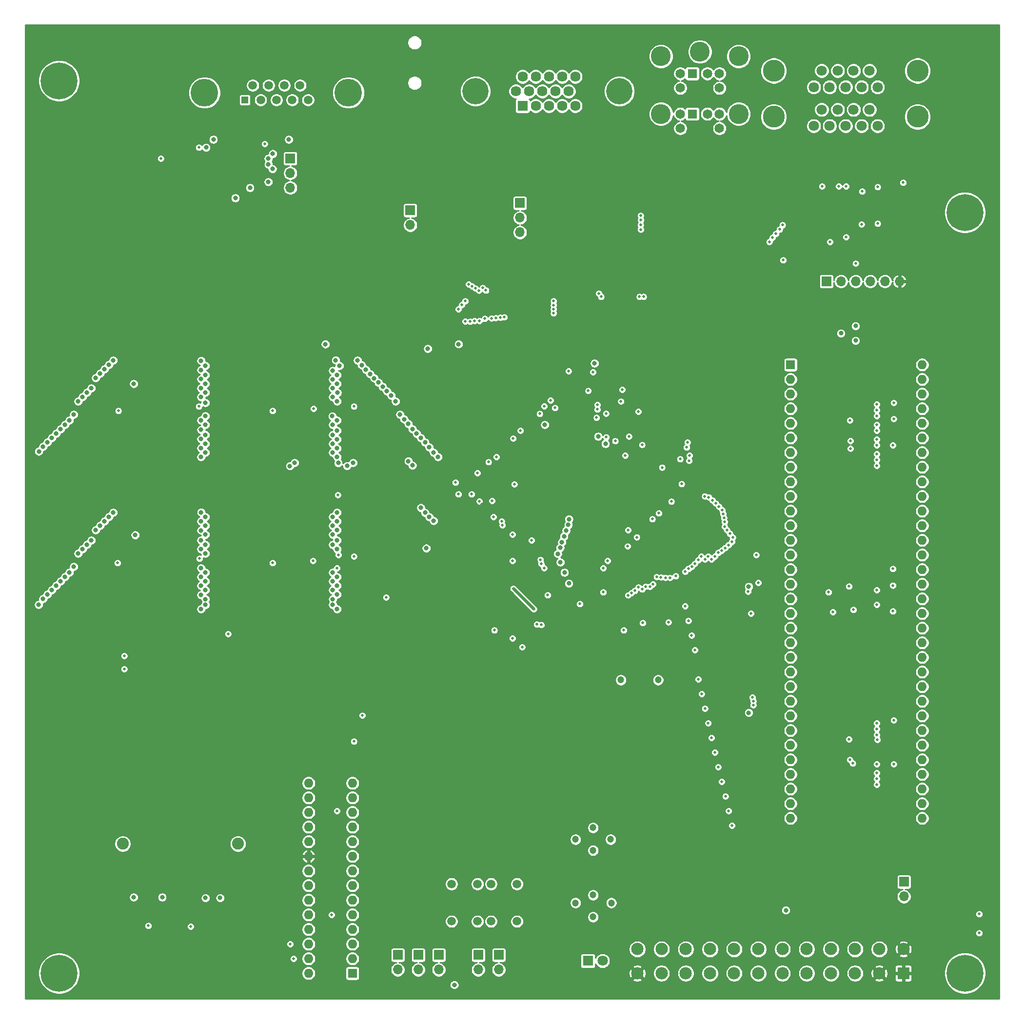
<source format=gbr>
%TF.GenerationSoftware,KiCad,Pcbnew,(5.1.6)-1*%
%TF.CreationDate,2023-05-03T11:12:56-04:00*%
%TF.ProjectId,MigStorm-ITX,4d696753-746f-4726-9d2d-4954582e6b69,rev?*%
%TF.SameCoordinates,Original*%
%TF.FileFunction,Copper,L3,Inr*%
%TF.FilePolarity,Positive*%
%FSLAX46Y46*%
G04 Gerber Fmt 4.6, Leading zero omitted, Abs format (unit mm)*
G04 Created by KiCad (PCBNEW (5.1.6)-1) date 2023-05-03 11:12:57*
%MOMM*%
%LPD*%
G01*
G04 APERTURE LIST*
%TA.AperFunction,ViaPad*%
%ADD10C,6.400000*%
%TD*%
%TA.AperFunction,ViaPad*%
%ADD11C,0.800000*%
%TD*%
%TA.AperFunction,ViaPad*%
%ADD12R,1.800000X1.800000*%
%TD*%
%TA.AperFunction,ViaPad*%
%ADD13C,1.800000*%
%TD*%
%TA.AperFunction,ViaPad*%
%ADD14R,1.700000X1.700000*%
%TD*%
%TA.AperFunction,ViaPad*%
%ADD15O,1.700000X1.700000*%
%TD*%
%TA.AperFunction,ViaPad*%
%ADD16R,2.150000X2.150000*%
%TD*%
%TA.AperFunction,ViaPad*%
%ADD17C,2.150000*%
%TD*%
%TA.AperFunction,ViaPad*%
%ADD18R,1.650000X1.650000*%
%TD*%
%TA.AperFunction,ViaPad*%
%ADD19C,1.650000*%
%TD*%
%TA.AperFunction,ViaPad*%
%ADD20C,3.450000*%
%TD*%
%TA.AperFunction,ViaPad*%
%ADD21C,2.085000*%
%TD*%
%TA.AperFunction,ViaPad*%
%ADD22C,3.810000*%
%TD*%
%TA.AperFunction,ViaPad*%
%ADD23R,1.200000X1.200000*%
%TD*%
%TA.AperFunction,ViaPad*%
%ADD24C,1.500000*%
%TD*%
%TA.AperFunction,ViaPad*%
%ADD25C,4.800000*%
%TD*%
%TA.AperFunction,ViaPad*%
%ADD26R,1.785000X1.785000*%
%TD*%
%TA.AperFunction,ViaPad*%
%ADD27C,1.785000*%
%TD*%
%TA.AperFunction,ViaPad*%
%ADD28C,4.575000*%
%TD*%
%TA.AperFunction,ViaPad*%
%ADD29R,1.600000X1.600000*%
%TD*%
%TA.AperFunction,ViaPad*%
%ADD30O,1.600000X1.600000*%
%TD*%
%TA.AperFunction,ViaPad*%
%ADD31C,0.500000*%
%TD*%
%TA.AperFunction,ViaPad*%
%ADD32C,1.200000*%
%TD*%
%TA.AperFunction,Conductor*%
%ADD33C,0.500000*%
%TD*%
%TA.AperFunction,Conductor*%
%ADD34C,0.254000*%
%TD*%
G04 APERTURE END LIST*
D10*
%TO.N,N/C*%
%TO.C,REF\u002A\u002A*%
X133604000Y-67030600D03*
D11*
X136004000Y-67030600D03*
X135301056Y-68727656D03*
X133604000Y-69430600D03*
X131906944Y-68727656D03*
X131204000Y-67030600D03*
X131906944Y-65333544D03*
X133604000Y-64630600D03*
X135301056Y-65333544D03*
%TD*%
D10*
%TO.N,N/C*%
%TO.C,REF\u002A\u002A*%
X290880800Y-89890600D03*
D11*
X293280800Y-89890600D03*
X292577856Y-91587656D03*
X290880800Y-92290600D03*
X289183744Y-91587656D03*
X288480800Y-89890600D03*
X289183744Y-88193544D03*
X290880800Y-87490600D03*
X292577856Y-88193544D03*
%TD*%
D10*
%TO.N,N/C*%
%TO.C,REF\u002A\u002A*%
X290880800Y-221970600D03*
D11*
X293280800Y-221970600D03*
X292577856Y-223667656D03*
X290880800Y-224370600D03*
X289183744Y-223667656D03*
X288480800Y-221970600D03*
X289183744Y-220273544D03*
X290880800Y-219570600D03*
X292577856Y-220273544D03*
%TD*%
%TO.N,N/C*%
%TO.C,REF\u002A\u002A*%
X135301056Y-220298944D03*
X133604000Y-219596000D03*
X131906944Y-220298944D03*
X131204000Y-221996000D03*
X131906944Y-223693056D03*
X133604000Y-224396000D03*
X135301056Y-223693056D03*
X136004000Y-221996000D03*
D10*
X133604000Y-221996000D03*
%TD*%
D12*
%TO.N,Net-(D1-Pad1)*%
%TO.C,D1*%
X225425000Y-219837000D03*
D13*
%TO.N,5VDC*%
X227965000Y-219837000D03*
%TD*%
D14*
%TO.N,Net-(J1-Pad1)*%
%TO.C,J1*%
X266827000Y-101854000D03*
D15*
%TO.N,Net-(J1-Pad2)*%
X269367000Y-101854000D03*
%TO.N,Net-(J1-Pad3)*%
X271907000Y-101854000D03*
%TO.N,Net-(J1-Pad4)*%
X274447000Y-101854000D03*
%TO.N,GND*%
X276987000Y-101854000D03*
%TO.N,3.3V*%
X279527000Y-101854000D03*
%TD*%
D16*
%TO.N,3.3V*%
%TO.C,J2*%
X280207000Y-222005000D03*
D17*
X276007000Y-222005000D03*
%TO.N,GND*%
X271807000Y-222005000D03*
%TO.N,5VDC*%
X267607000Y-222005000D03*
%TO.N,GND*%
X263407000Y-222005000D03*
%TO.N,5VDC*%
X259207000Y-222005000D03*
%TO.N,GND*%
X255007000Y-222005000D03*
%TO.N,N/C*%
X250807000Y-222005000D03*
%TO.N,5VSB*%
X246607000Y-222005000D03*
%TO.N,12VDC*%
X242407000Y-222005000D03*
X238207000Y-222005000D03*
%TO.N,3.3V*%
X234007000Y-222005000D03*
X280207000Y-217805000D03*
%TO.N,N/C*%
X276007000Y-217805000D03*
%TO.N,GND*%
X271807000Y-217805000D03*
%TO.N,PS_ON*%
X267607000Y-217805000D03*
%TO.N,GND*%
X263407000Y-217805000D03*
X259207000Y-217805000D03*
X255007000Y-217805000D03*
%TO.N,N/C*%
X250807000Y-217805000D03*
%TO.N,5VDC*%
X246607000Y-217805000D03*
X242407000Y-217805000D03*
X238207000Y-217805000D03*
%TO.N,GND*%
X234007000Y-217805000D03*
%TD*%
D14*
%TO.N,GND*%
%TO.C,J3*%
X199517000Y-218821000D03*
D15*
%TO.N,Net-(IC8-Pad1)*%
X199517000Y-221361000D03*
%TD*%
D14*
%TO.N,GND*%
%TO.C,J4*%
X195961000Y-218821000D03*
D15*
%TO.N,Net-(J4-Pad2)*%
X195961000Y-221361000D03*
%TD*%
D14*
%TO.N,15KHZ*%
%TO.C,J5*%
X213614000Y-88265000D03*
D15*
%TO.N,GND*%
X213614000Y-90805000D03*
X213614000Y-93345000D03*
%TD*%
%TO.N,Net-(J6-Pad2)*%
%TO.C,J6*%
X192405000Y-221361000D03*
D14*
%TO.N,GND*%
X192405000Y-218821000D03*
%TD*%
D18*
%TO.N,N/C*%
%TO.C,J7*%
X243556000Y-65776000D03*
D19*
%TO.N,Net-(J7-PadA2)*%
X246156000Y-65776000D03*
%TO.N,GND*%
X241456000Y-65776000D03*
%TO.N,5VDC*%
X248256000Y-65776000D03*
%TO.N,N/C*%
X241456000Y-68276000D03*
%TO.N,Net-(J7-PadA8)*%
X248256000Y-68276000D03*
D18*
%TO.N,Net-(J7-PadB1)*%
X243556000Y-72776000D03*
D19*
%TO.N,N/C*%
X246156000Y-72776000D03*
%TO.N,GND*%
X241456000Y-72776000D03*
%TO.N,5VDC*%
X248256000Y-72776000D03*
%TO.N,Net-(J7-PadB6)*%
X241456000Y-75276000D03*
%TO.N,N/C*%
X248256000Y-75276000D03*
D20*
%TO.N,GND*%
X251606000Y-62776000D03*
X244856000Y-61976000D03*
X238106000Y-62776000D03*
X251606000Y-72776000D03*
X238106000Y-72776000D03*
%TD*%
D14*
%TO.N,MCLR*%
%TO.C,J8*%
X209931000Y-218821000D03*
D15*
%TO.N,GND*%
X209931000Y-221361000D03*
%TD*%
%TO.N,GND*%
%TO.C,J9*%
X206375000Y-221361000D03*
D14*
%TO.N,BUTTON*%
X206375000Y-218821000D03*
%TD*%
D15*
%TO.N,TXD_MCU*%
%TO.C,J10*%
X173736000Y-85598000D03*
%TO.N,Net-(J10-Pad2)*%
X173736000Y-83058000D03*
D14*
%TO.N,TXD*%
X173736000Y-80518000D03*
%TD*%
D21*
%TO.N,N/C*%
%TO.C,J11*%
X164656000Y-199503000D03*
X144656000Y-199503000D03*
%TD*%
D15*
%TO.N,Net-(C46-Pad1)*%
%TO.C,J12*%
X194564000Y-92075000D03*
D14*
%TO.N,Net-(J12-Pad1)*%
X194564000Y-89535000D03*
%TD*%
D13*
%TO.N,Net-(J13-Pad9B)*%
%TO.C,J13*%
X266010000Y-72028000D03*
%TO.N,Net-(J13-Pad6B)*%
X274320000Y-72028000D03*
%TO.N,5VDC*%
X271550000Y-72028000D03*
%TO.N,GND*%
X268780000Y-72028000D03*
%TO.N,N/C*%
X264625000Y-74868000D03*
%TO.N,Net-(J13-Pad4B)*%
X267395000Y-74868000D03*
%TO.N,Net-(J13-Pad1B)*%
X275705000Y-74868000D03*
%TO.N,Net-(J13-Pad2B)*%
X272935000Y-74868000D03*
%TO.N,Net-(J13-Pad9A)*%
X266010000Y-65278000D03*
%TO.N,Net-(J13-Pad6A)*%
X274320000Y-65278000D03*
%TO.N,5VDC*%
X271550000Y-65278000D03*
%TO.N,GND*%
X268780000Y-65278000D03*
%TO.N,N/C*%
X264625000Y-68118000D03*
%TO.N,Net-(J13-Pad4A)*%
X267395000Y-68118000D03*
%TO.N,Net-(J13-Pad1A)*%
X275705000Y-68118000D03*
%TO.N,Net-(J13-Pad2A)*%
X272935000Y-68118000D03*
%TO.N,Net-(J13-Pad3B)*%
X270165000Y-74868000D03*
%TO.N,Net-(J13-Pad3A)*%
X270165000Y-68118000D03*
D22*
%TO.N,N/C*%
X257675000Y-73278000D03*
X257675000Y-65278000D03*
X282655000Y-65278000D03*
X282655000Y-73278000D03*
%TD*%
D23*
%TO.N,GND*%
%TO.C,J14*%
X165862000Y-70358000D03*
D24*
%TO.N,N/C*%
X167232000Y-67818000D03*
%TO.N,Net-(J14-Pad3)*%
X168602000Y-70358000D03*
%TO.N,Net-(J14-Pad4)*%
X169972000Y-67818000D03*
%TO.N,Net-(J14-Pad5)*%
X171342000Y-70358000D03*
%TO.N,Net-(J14-Pad6)*%
X172712000Y-67818000D03*
%TO.N,Net-(J14-Pad7)*%
X174082000Y-70358000D03*
%TO.N,Net-(J14-Pad3)*%
X175452000Y-67818000D03*
%TO.N,N/C*%
X176822000Y-70358000D03*
D25*
%TO.N,GND*%
X158847000Y-69088000D03*
X183837000Y-69088000D03*
%TD*%
D26*
%TO.N,Net-(D2-Pad3)*%
%TO.C,J16*%
X214066000Y-71374000D03*
D27*
%TO.N,Net-(D3-Pad3)*%
X216356000Y-71374000D03*
%TO.N,Net-(D4-Pad3)*%
X218646000Y-71374000D03*
%TO.N,N/C*%
X220936000Y-71374000D03*
%TO.N,GND*%
X223226000Y-71374000D03*
X212921000Y-68834000D03*
X215211000Y-68834000D03*
X217501000Y-68834000D03*
%TO.N,N/C*%
X219791000Y-68834000D03*
%TO.N,GND*%
X222081000Y-68834000D03*
%TO.N,N/C*%
X214066000Y-66294000D03*
X216356000Y-66294000D03*
%TO.N,Net-(D5-Pad3)*%
X218646000Y-66294000D03*
%TO.N,Net-(D6-Pad3)*%
X220936000Y-66294000D03*
%TO.N,N/C*%
X223226000Y-66294000D03*
D28*
%TO.N,Net-(J16-PadMH1)*%
X205896000Y-68834000D03*
X230886000Y-68834000D03*
%TD*%
D24*
%TO.N,GND*%
%TO.C,S1*%
X208606000Y-212979000D03*
%TO.N,N/C*%
X208606000Y-206479000D03*
%TO.N,MCLR*%
X213106000Y-212979000D03*
%TO.N,N/C*%
X213106000Y-206479000D03*
%TD*%
%TO.N,N/C*%
%TO.C,S2*%
X206248000Y-206479000D03*
%TO.N,BUTTON*%
X206248000Y-212979000D03*
%TO.N,N/C*%
X201748000Y-206479000D03*
%TO.N,GND*%
X201748000Y-212979000D03*
%TD*%
D29*
%TO.N,MCLR*%
%TO.C,IC7*%
X184531000Y-221996000D03*
D30*
%TO.N,SPI_DOUT*%
X176911000Y-188976000D03*
%TO.N,MCC_CLKEN*%
X184531000Y-219456000D03*
%TO.N,SPI_DIN*%
X176911000Y-191516000D03*
%TO.N,FPGA_SEL0*%
X184531000Y-216916000D03*
%TO.N,TXD_MCU*%
X176911000Y-194056000D03*
%TO.N,Net-(IC7-Pad4)*%
X184531000Y-214376000D03*
%TO.N,RXD*%
X176911000Y-196596000D03*
%TO.N,Net-(IC7-Pad5)*%
X184531000Y-211836000D03*
%TO.N,GND*%
X176911000Y-199136000D03*
%TO.N,N/C*%
X184531000Y-209296000D03*
%TO.N,3.3V*%
X176911000Y-201676000D03*
%TO.N,Net-(IC7-Pad7)*%
X184531000Y-206756000D03*
%TO.N,Net-(IC7-Pad21)*%
X176911000Y-204216000D03*
%TO.N,GND*%
X184531000Y-204216000D03*
%TO.N,N/C*%
X176911000Y-206756000D03*
%TO.N,Net-(C33-Pad1)*%
X184531000Y-201676000D03*
%TO.N,N/C*%
X176911000Y-209296000D03*
%TO.N,Net-(C34-Pad2)*%
X184531000Y-199136000D03*
%TO.N,Net-(IC7-Pad24)*%
X176911000Y-211836000D03*
%TO.N,MCC_SEL*%
X184531000Y-196596000D03*
%TO.N,DISKLED*%
X176911000Y-214376000D03*
%TO.N,N/C*%
X184531000Y-194056000D03*
%TO.N,FPGA_SEL1*%
X176911000Y-216916000D03*
%TO.N,N/C*%
X184531000Y-191516000D03*
%TO.N,FPGA_SEL2*%
X176911000Y-219456000D03*
%TO.N,SPI_CLK*%
X184531000Y-188976000D03*
%TO.N,Net-(IC7-Pad28)*%
X176911000Y-221996000D03*
%TD*%
D14*
%TO.N,PS_ON*%
%TO.C,J17*%
X280289000Y-206121000D03*
D15*
%TO.N,GND*%
X280289000Y-208661000D03*
%TD*%
D29*
%TO.N,D4*%
%TO.C,U2*%
X260604000Y-116332000D03*
D30*
%TO.N,A5*%
X283464000Y-195072000D03*
%TO.N,D3*%
X260604000Y-118872000D03*
%TO.N,A6*%
X283464000Y-192532000D03*
%TO.N,D2*%
X260604000Y-121412000D03*
%TO.N,A7*%
X283464000Y-189992000D03*
%TO.N,D1*%
X260604000Y-123952000D03*
%TO.N,A8*%
X283464000Y-187452000D03*
%TO.N,D0*%
X260604000Y-126492000D03*
%TO.N,A9*%
X283464000Y-184912000D03*
%TO.N,AS*%
X260604000Y-129032000D03*
%TO.N,A10*%
X283464000Y-182372000D03*
%TO.N,UDS*%
X260604000Y-131572000D03*
%TO.N,A11*%
X283464000Y-179832000D03*
%TO.N,LDS*%
X260604000Y-134112000D03*
%TO.N,A12*%
X283464000Y-177292000D03*
%TO.N,RW*%
X260604000Y-136652000D03*
%TO.N,A13*%
X283464000Y-174752000D03*
%TO.N,DTACK*%
X260604000Y-139192000D03*
%TO.N,A14*%
X283464000Y-172212000D03*
%TO.N,BG*%
X260604000Y-141732000D03*
%TO.N,A15*%
X283464000Y-169672000D03*
%TO.N,BGACK*%
X260604000Y-144272000D03*
%TO.N,A16*%
X283464000Y-167132000D03*
%TO.N,BR*%
X260604000Y-146812000D03*
%TO.N,A17*%
X283464000Y-164592000D03*
%TO.N,5VDC*%
X260604000Y-149352000D03*
%TO.N,A18*%
X283464000Y-162052000D03*
%TO.N,CLK*%
X260604000Y-151892000D03*
%TO.N,A19*%
X283464000Y-159512000D03*
%TO.N,GND*%
X260604000Y-154432000D03*
%TO.N,A20*%
X283464000Y-156972000D03*
%TO.N,Net-(R1-Pad1)*%
X260604000Y-156972000D03*
%TO.N,5VDC*%
X283464000Y-154432000D03*
%TO.N,Net-(R2-Pad1)*%
X260604000Y-159512000D03*
%TO.N,A21*%
X283464000Y-151892000D03*
%TO.N,5VDC*%
X260604000Y-162052000D03*
%TO.N,A22*%
X283464000Y-149352000D03*
%TO.N,5VDC*%
X260604000Y-164592000D03*
%TO.N,A23*%
X283464000Y-146812000D03*
%TO.N,5VDC*%
X260604000Y-167132000D03*
%TO.N,GND*%
X283464000Y-144272000D03*
%TO.N,BERR*%
X260604000Y-169672000D03*
%TO.N,D15*%
X283464000Y-141732000D03*
%TO.N,IPL2*%
X260604000Y-172212000D03*
%TO.N,D14*%
X283464000Y-139192000D03*
%TO.N,IPL1*%
X260604000Y-174752000D03*
%TO.N,D13*%
X283464000Y-136652000D03*
%TO.N,IPL0*%
X260604000Y-177292000D03*
%TO.N,D12*%
X283464000Y-134112000D03*
%TO.N,FC2*%
X260604000Y-179832000D03*
%TO.N,D11*%
X283464000Y-131572000D03*
%TO.N,FC1*%
X260604000Y-182372000D03*
%TO.N,D10*%
X283464000Y-129032000D03*
%TO.N,FC0*%
X260604000Y-184912000D03*
%TO.N,D9*%
X283464000Y-126492000D03*
%TO.N,A1*%
X260604000Y-187452000D03*
%TO.N,D8*%
X283464000Y-123952000D03*
%TO.N,A2*%
X260604000Y-189992000D03*
%TO.N,D7*%
X283464000Y-121412000D03*
%TO.N,A3*%
X260604000Y-192532000D03*
%TO.N,D6*%
X283464000Y-118872000D03*
%TO.N,A4*%
X260604000Y-195072000D03*
%TO.N,D5*%
X283464000Y-116332000D03*
%TD*%
D31*
%TO.N,GND*%
X151257000Y-80518000D03*
X239903000Y-140081000D03*
X237744000Y-142113000D03*
X241681000Y-137033000D03*
X241427000Y-132715000D03*
X238296586Y-134156586D03*
X231902000Y-132080000D03*
X231394000Y-120650000D03*
X225476173Y-120852827D03*
X226314000Y-117602000D03*
X222047175Y-117423828D03*
X218922413Y-122529413D03*
X217832451Y-123543549D03*
X213711043Y-127762000D03*
X212445413Y-129133413D03*
X208153000Y-133223000D03*
X206248000Y-135128000D03*
X206589999Y-140028998D03*
X208788000Y-139954000D03*
X202946000Y-138811000D03*
X209042000Y-142748000D03*
X212344000Y-145796000D03*
X212344000Y-150368000D03*
X217805000Y-151638000D03*
X218440000Y-156337000D03*
X224028000Y-157861000D03*
X228092000Y-155829000D03*
X228092000Y-151638000D03*
X232309646Y-147852528D03*
X233896087Y-146266087D03*
X232410000Y-145034000D03*
X143891000Y-124333000D03*
X157861000Y-123571000D03*
X157988000Y-149987000D03*
X143764000Y-150749000D03*
X170688000Y-150749000D03*
X184785000Y-149606000D03*
X170688000Y-124333000D03*
X184785000Y-123571000D03*
X234950000Y-161163000D03*
X293370000Y-211709000D03*
X293370000Y-215011000D03*
X157861000Y-78613000D03*
X149098000Y-213741000D03*
X156464000Y-213868000D03*
X270764000Y-181356000D03*
X275689166Y-181431528D03*
X278511000Y-185674000D03*
X278511000Y-178054000D03*
X271399000Y-185547000D03*
X267970000Y-159258000D03*
X270764000Y-154813000D03*
X278384000Y-151765000D03*
X278384000Y-154647000D03*
X278384000Y-159131000D03*
X270891000Y-125984000D03*
X271018000Y-130877000D03*
X278511000Y-122936000D03*
X278511000Y-125730000D03*
X278384000Y-130302000D03*
X177800000Y-123952000D03*
X177673000Y-150368000D03*
X215646000Y-146812000D03*
X234188000Y-124460000D03*
X181991000Y-138938000D03*
X162941000Y-163068000D03*
X190373000Y-156718000D03*
X254635000Y-149352000D03*
X202438000Y-136779000D03*
X181864000Y-193802000D03*
D32*
%TO.N,5VDC*%
X226314000Y-196723000D03*
X229362000Y-198755000D03*
X226314000Y-200660000D03*
X223266000Y-198755000D03*
X226314000Y-208407000D03*
X226314000Y-212217000D03*
X223266000Y-209768000D03*
X229489000Y-209768000D03*
X237617000Y-171069000D03*
X231140000Y-171069000D03*
D31*
X270891000Y-184912000D03*
X271526000Y-158877000D03*
X271018000Y-129540000D03*
D11*
%TO.N,3.3V*%
X146558000Y-123698000D03*
X155194000Y-124460000D03*
X173482000Y-123698000D03*
X182118000Y-124206000D03*
X173482000Y-150114000D03*
X146558000Y-150114000D03*
X155194000Y-150622000D03*
D31*
X205613000Y-136144000D03*
X207010000Y-140589000D03*
X211709000Y-145161000D03*
X223012000Y-156591000D03*
X220472000Y-154051000D03*
X231394000Y-148463000D03*
X239141000Y-134747000D03*
X240538000Y-139319000D03*
X226111173Y-121487827D03*
X234315000Y-122555000D03*
X234213587Y-129641413D03*
D32*
X154051000Y-214249000D03*
D31*
X143891000Y-175895000D03*
X154559000Y-81915000D03*
X204597000Y-80645000D03*
X216154000Y-88392000D03*
X223393000Y-83820000D03*
X221361000Y-79502000D03*
X230378000Y-84963000D03*
D32*
X288290000Y-215138000D03*
X288290000Y-211582000D03*
X285877000Y-213360000D03*
X288290000Y-207137000D03*
X288290000Y-203581000D03*
X285877000Y-205359000D03*
D31*
X191135000Y-210947000D03*
X191135000Y-214376000D03*
X171323000Y-211836000D03*
X216281000Y-218821000D03*
X182118000Y-150622000D03*
%TO.N,+2V5*%
X205232000Y-138811000D03*
X217297000Y-150876000D03*
X236601000Y-143129000D03*
X232537000Y-128778000D03*
X228560223Y-124801223D03*
X228854000Y-150368000D03*
X210439000Y-143510000D03*
X209550000Y-132334000D03*
X217043000Y-124841000D03*
X239395000Y-161036000D03*
%TO.N,+1V2*%
X210577766Y-144197893D03*
X217188307Y-150171520D03*
X234820180Y-130248006D03*
X231157209Y-122699209D03*
X231648000Y-162433000D03*
X216027000Y-158750000D03*
X212471000Y-155194000D03*
D11*
%TO.N,5VSB*%
X259791200Y-211048600D03*
D31*
%TO.N,Net-(IC1-Pad10)*%
X144907000Y-169164000D03*
X144907000Y-166878000D03*
%TO.N,CPU_D5*%
X245716808Y-139153233D03*
X232388127Y-156351582D03*
%TO.N,CPU_D6*%
X246395942Y-139322882D03*
X232970564Y-155963291D03*
%TO.N,CPU_D7*%
X247015000Y-139835471D03*
X233553000Y-155575000D03*
%TO.N,CPU_D8*%
X247608788Y-140410471D03*
X234200400Y-154972873D03*
%TO.N,CPU_D9*%
X248183789Y-140985471D03*
X234823000Y-155321000D03*
%TO.N,CPU_D10*%
X248758789Y-141560471D03*
X235434646Y-154828245D03*
%TO.N,CPU_D11*%
X248895706Y-142246952D03*
X236167998Y-154852001D03*
%TO.N,CPU_D12*%
X249034552Y-142933046D03*
X236728000Y-154432000D03*
%TO.N,CPU_D13*%
X249158913Y-143621913D03*
X237351136Y-153173864D03*
%TO.N,CPU_D14*%
X249134999Y-144459000D03*
X238103834Y-153219454D03*
%TO.N,CPU_DTACK*%
X275590000Y-133858000D03*
D11*
X222123000Y-154305000D03*
D31*
%TO.N,CPU_RW*%
X275590000Y-132842000D03*
D11*
X221361000Y-152400000D03*
D31*
%TO.N,CPU_LDS*%
X275590000Y-131826000D03*
D11*
X220636000Y-150621998D03*
D31*
%TO.N,CPU_UDS*%
X275590000Y-130302000D03*
D11*
X220190223Y-149151650D03*
D31*
%TO.N,CPU_AS*%
X275590000Y-129286000D03*
D11*
X220611231Y-148094231D03*
D31*
%TO.N,CPU_D0*%
X275590000Y-127762000D03*
D11*
X220903157Y-147133537D03*
D31*
%TO.N,CPU_D1*%
X275590000Y-126746000D03*
D11*
X221265017Y-146136678D03*
D31*
%TO.N,CPU_D2*%
X275589997Y-125222003D03*
D11*
X221639631Y-145125653D03*
D31*
%TO.N,CPU_D3*%
X275590000Y-124206000D03*
D11*
X222006694Y-144122180D03*
D31*
%TO.N,CPU_D4*%
X275590000Y-123190000D03*
D11*
X222139774Y-143131073D03*
D31*
%TO.N,CPU_CLK*%
X275590000Y-155448000D03*
D11*
X253339020Y-154851997D03*
D31*
%TO.N,CPU_RESET*%
X275590000Y-157988000D03*
D11*
X253339020Y-176747000D03*
D31*
%TO.N,CPU_A15*%
X244581002Y-170942000D03*
X244581002Y-150241000D03*
%TO.N,CPU_A16*%
X244006002Y-165862000D03*
X243967000Y-150876000D03*
%TO.N,CPU_A17*%
X243431002Y-163322000D03*
X243456397Y-151401008D03*
%TO.N,CPU_A18*%
X242856002Y-160782000D03*
X242856012Y-151760945D03*
%TO.N,CPU_A19*%
X242281002Y-158242000D03*
X242281002Y-152259976D03*
%TO.N,RESET*%
X253238000Y-155702000D03*
X253746000Y-159512000D03*
%TO.N,CPU_A21*%
X267208000Y-155829000D03*
X255016000Y-154178000D03*
%TO.N,CPU_A22*%
X250571000Y-146304000D03*
X240665000Y-153035000D03*
%TO.N,CPU_A23*%
X250063000Y-145669000D03*
X239635966Y-153302034D03*
%TO.N,CPU_D15*%
X249555000Y-145034000D03*
X238883743Y-153292257D03*
%TO.N,CPU_A14*%
X245156002Y-173482000D03*
X245103491Y-149612509D03*
%TO.N,CPU_A13*%
X245731002Y-176022000D03*
X245731002Y-150114000D03*
%TO.N,CPU_A12*%
X246306002Y-178562000D03*
X246306012Y-149597233D03*
%TO.N,CPU_A11*%
X246881002Y-181102000D03*
X246881002Y-150114000D03*
%TO.N,CPU_A10*%
X247456002Y-183642000D03*
X247456024Y-149606000D03*
%TO.N,CPU_A9*%
X248031002Y-186182000D03*
X248031006Y-148971006D03*
%TO.N,CPU_A8*%
X248666000Y-188722000D03*
X248666000Y-148590000D03*
%TO.N,CPU_A7*%
X249294000Y-191262000D03*
X249241010Y-148129609D03*
%TO.N,CPU_A6*%
X249869000Y-193802000D03*
X249834623Y-147622382D03*
%TO.N,CPU_A5*%
X250444000Y-196342000D03*
X250444000Y-147066000D03*
%TO.N,CPU_A4*%
X275590000Y-189230000D03*
X242976595Y-132994595D03*
%TO.N,CPU_A3*%
X275590000Y-188214000D03*
X243078004Y-132080000D03*
%TO.N,CPU_A2*%
X275590000Y-187198000D03*
X242570000Y-130683000D03*
%TO.N,CPU_A1*%
X275590000Y-185674000D03*
X242697000Y-129794000D03*
%TO.N,CPU_IPL0*%
X275590000Y-180594000D03*
X254127000Y-175447000D03*
%TO.N,CPU_IPL1*%
X275590000Y-179578000D03*
X254127000Y-174746997D03*
%TO.N,CPU_IPL2*%
X275590000Y-178562000D03*
X254000000Y-174057000D03*
%TO.N,Net-(IC7-Pad5)*%
X186245500Y-177228500D03*
%TO.N,SPI_CLK*%
X184785000Y-181737000D03*
%TO.N,SPI_DOUT*%
X212635913Y-137070913D03*
D11*
%TO.N,RXD*%
X169926000Y-84582000D03*
X228473000Y-130048000D03*
D31*
%TO.N,Net-(IC7-Pad24)*%
X180915000Y-211836000D03*
%TO.N,FPGA_SEL1*%
X173729000Y-216916000D03*
%TO.N,FPGA_SEL2*%
X174304000Y-219456000D03*
%TO.N,Net-(J4-Pad2)*%
X209169000Y-162433000D03*
%TO.N,15KHZ*%
X226911089Y-125513911D03*
%TO.N,TXD*%
X230154712Y-129570708D03*
D11*
%TO.N,Net-(J11-Pad1)*%
X161544000Y-208915000D03*
%TO.N,Net-(J11-Pad2)*%
X159004000Y-208915000D03*
%TO.N,Net-(J11-Pad5)*%
X151511000Y-208788000D03*
%TO.N,Net-(J11-Pad7)*%
X146558000Y-208788000D03*
D31*
%TO.N,Net-(J13-Pad1B)*%
X275717000Y-85471000D03*
%TO.N,Net-(J13-Pad2B)*%
X273050000Y-86233000D03*
%TO.N,Net-(J13-Pad3B)*%
X270256000Y-85344000D03*
D11*
%TO.N,Net-(J14-Pad4)*%
X169926000Y-80518000D03*
X166751000Y-85598000D03*
%TO.N,Net-(J14-Pad5)*%
X170697000Y-79685949D03*
X159131000Y-78613000D03*
%TO.N,Net-(J14-Pad6)*%
X169938651Y-81530654D03*
X164211000Y-87376000D03*
%TO.N,Net-(J14-Pad7)*%
X173482000Y-77216000D03*
X160401000Y-77216000D03*
%TO.N,TDI*%
X226568000Y-116078000D03*
X269367000Y-110871000D03*
%TO.N,TDO*%
X271907000Y-112141000D03*
X271907000Y-109601000D03*
D31*
%TO.N,PROG_B*%
X219710000Y-123825000D03*
%TO.N,CCLK*%
X217322151Y-161495138D03*
X213995008Y-165354000D03*
%TO.N,KBDDAT*%
X234569000Y-90424000D03*
X219465010Y-105283000D03*
X204130319Y-105283000D03*
X205740000Y-108712000D03*
%TO.N,KBDCLK*%
X234625585Y-91180588D03*
X219465010Y-105983003D03*
X203555319Y-105918000D03*
X204978000Y-108839000D03*
%TO.N,MSDAT*%
X234569000Y-92075000D03*
X219465010Y-106683006D03*
X202946000Y-106680000D03*
X204126913Y-108801087D03*
%TO.N,DONE*%
X216544010Y-161417000D03*
X212344000Y-163830000D03*
%TO.N,MSCLK*%
X234594587Y-92862587D03*
X219465010Y-107383009D03*
%TO.N,JOYA4*%
X271907000Y-98739000D03*
X280162000Y-84709000D03*
%TO.N,JOYB4*%
X258699000Y-92837000D03*
X268986000Y-85344000D03*
%TO.N,JOYB5*%
X259207000Y-92075000D03*
X266065000Y-85344000D03*
%TO.N,AUDIOL*%
X234382000Y-104521000D03*
X227701990Y-104521000D03*
%TO.N,AUDIOR*%
X227304852Y-103944559D03*
X235082003Y-104521000D03*
%TO.N,JOYB3*%
X259334000Y-98171000D03*
X275717000Y-91821000D03*
%TO.N,JOYB2*%
X258064000Y-93599000D03*
X272923000Y-91948000D03*
%TO.N,JOYB1*%
X257489000Y-94234000D03*
X270256000Y-94174000D03*
%TO.N,JOYB0*%
X256913999Y-94988999D03*
X267462000Y-94996000D03*
%TO.N,RED0*%
X209423000Y-108204000D03*
X206502000Y-103437990D03*
%TO.N,RED1*%
X208666405Y-108260592D03*
X205905433Y-103071759D03*
%TO.N,RED2*%
X207518000Y-108331006D03*
X205305620Y-102710870D03*
%TO.N,RED3*%
X204705319Y-102350795D03*
X206566983Y-108705664D03*
%TO.N,GREEN2*%
X207712000Y-103417001D03*
X210894525Y-108070664D03*
%TO.N,GREEN3*%
X207137000Y-102997000D03*
X210197039Y-108129964D03*
%TO.N,HSYNC*%
X227076000Y-124079000D03*
%TO.N,VSYNC*%
X227065529Y-123255356D03*
D11*
%TO.N,RAM_SEL2*%
X184658000Y-133350000D03*
X146812000Y-145893000D03*
%TO.N,RAM_SEL3*%
X217932000Y-126746000D03*
X197358000Y-148183022D03*
%TO.N,RAM_SEL1*%
X202972527Y-112749473D03*
X179832000Y-112761053D03*
%TO.N,RAM_A5*%
X143002000Y-141986000D03*
X143002000Y-115570000D03*
%TO.N,RAM_A4*%
X142240000Y-142748000D03*
X142240000Y-116332000D03*
%TO.N,RAM_A3*%
X141478000Y-143510000D03*
X141478000Y-117094000D03*
%TO.N,RAM_A2*%
X140716000Y-117856000D03*
X140716000Y-144272000D03*
%TO.N,RAM_A1*%
X139954000Y-145034000D03*
X139954000Y-118618000D03*
%TO.N,RAM_SEL0*%
X197616653Y-113533347D03*
X146558000Y-119627000D03*
%TO.N,RAM_D0*%
X139192000Y-146812000D03*
X139192000Y-120396000D03*
%TO.N,RAM_D1*%
X138430000Y-121158000D03*
X138430000Y-147574000D03*
%TO.N,RAM_D2*%
X137668000Y-121920000D03*
X137668000Y-148336000D03*
%TO.N,RAM_D3*%
X136906000Y-149098000D03*
X136906000Y-122682000D03*
%TO.N,RAM_A6*%
X181864000Y-141986000D03*
X158260000Y-141968000D03*
X158242000Y-115627000D03*
X185420000Y-115570000D03*
X181628022Y-115552000D03*
%TO.N,RAM_A7*%
X159004000Y-142748000D03*
X181102000Y-142748000D03*
X159007251Y-116502000D03*
X186145000Y-116402051D03*
X182290113Y-116510124D03*
%TO.N,RAM_A8*%
X158242000Y-143510000D03*
X181864000Y-143510000D03*
X158242000Y-117227000D03*
X181102000Y-117348000D03*
X186870000Y-117187639D03*
%TO.N,RAM_OE*%
X159004000Y-144272000D03*
X181102000Y-144272000D03*
X159004000Y-118102000D03*
X181864000Y-118110000D03*
X187595000Y-117941789D03*
%TO.N,RAM_UB*%
X158242000Y-145093000D03*
X181864000Y-145034000D03*
X158242000Y-118827000D03*
X181102000Y-118872000D03*
X188320000Y-118679412D03*
%TO.N,RAM_LB*%
X159004000Y-145818000D03*
X181102000Y-145818000D03*
X159004000Y-119634000D03*
X181864000Y-119634000D03*
X189045000Y-119409367D03*
%TO.N,RAM_D15*%
X158242000Y-146812000D03*
X181864000Y-146812000D03*
X158242000Y-120396000D03*
X181102000Y-120396000D03*
X189770000Y-120142000D03*
%TO.N,RAM_D14*%
X159004000Y-147574000D03*
X181102000Y-147574000D03*
X159004000Y-121158000D03*
X181934051Y-121195000D03*
X190500000Y-120904000D03*
%TO.N,RAM_D13*%
X158242000Y-148336000D03*
X181864000Y-148336000D03*
X158242000Y-121920000D03*
X181102000Y-121920000D03*
X191262000Y-121666000D03*
%TO.N,RAM_D12*%
X159004000Y-149098000D03*
X159004000Y-122936000D03*
X181864004Y-122682000D03*
X192024000Y-122682000D03*
D31*
X182118000Y-149352000D03*
D11*
%TO.N,RAM_D11*%
X158242000Y-151638000D03*
X159004000Y-125222000D03*
X181031949Y-125259000D03*
X192786000Y-124968000D03*
D31*
X181864000Y-151638000D03*
D11*
%TO.N,RAM_D10*%
X159004000Y-152400000D03*
X181102000Y-152400000D03*
X158242000Y-125984000D03*
X181864000Y-125984000D03*
X193511000Y-125800051D03*
%TO.N,RAM_D9*%
X158242000Y-153162000D03*
X181864000Y-153162000D03*
X159004000Y-126746000D03*
X181102000Y-126746000D03*
X194236000Y-126585639D03*
X194236000Y-133077000D03*
%TO.N,RAM_D8*%
X159004000Y-153924000D03*
X181102000Y-153924000D03*
X158242000Y-127627000D03*
X181864000Y-127762000D03*
X194961000Y-127508000D03*
X194961000Y-133802000D03*
%TO.N,RAM_A9*%
X159004000Y-155448000D03*
X181102000Y-155448000D03*
X158242000Y-129227000D03*
X181864000Y-129286000D03*
X196411000Y-129035930D03*
X196411000Y-141155000D03*
%TO.N,RAM_A10*%
X158242000Y-156293000D03*
X181864000Y-156210000D03*
X159004000Y-130048000D03*
X181102000Y-130048000D03*
X197136000Y-129794000D03*
X197136000Y-142006067D03*
%TO.N,RAM_A11*%
X159004000Y-157018000D03*
X181102000Y-157018000D03*
X158242000Y-130810000D03*
X181864000Y-130847000D03*
X197861000Y-130642125D03*
X197861000Y-142748000D03*
%TO.N,RAM_A12*%
X159004000Y-158018003D03*
X181102000Y-158018003D03*
X159004000Y-131572000D03*
X181102000Y-131572000D03*
X198628000Y-131572000D03*
X198628000Y-143420280D03*
%TO.N,RAM_A13*%
X183601557Y-133898443D03*
X173665949Y-133904701D03*
%TO.N,RAM_A14*%
X130085000Y-131388051D03*
X130048000Y-157988000D03*
X174498000Y-133350000D03*
X182072904Y-133386990D03*
%TO.N,RAM_D4*%
X136144000Y-151384000D03*
X136144000Y-124968000D03*
%TO.N,RAM_D5*%
X135382000Y-125984000D03*
X135382000Y-152400000D03*
%TO.N,RAM_D6*%
X134620000Y-126746000D03*
X134620000Y-153162000D03*
%TO.N,RAM_D7*%
X133858000Y-153924000D03*
X133858000Y-127508000D03*
%TO.N,RAM_WE*%
X133096000Y-128270000D03*
X133096000Y-154686000D03*
%TO.N,RAM_A19*%
X158242000Y-154693000D03*
X181864000Y-154686000D03*
X159004000Y-128502000D03*
X181102000Y-128502000D03*
X195686000Y-128284178D03*
%TO.N,RAM_A18*%
X158242000Y-158750000D03*
X181864000Y-158750000D03*
X158242000Y-132334000D03*
X181864000Y-132334000D03*
X199390000Y-132334000D03*
%TO.N,RAM_A17*%
X132334000Y-155448000D03*
X132334000Y-129032000D03*
%TO.N,RAM_A16*%
X131572000Y-129794000D03*
X131572000Y-156210000D03*
%TO.N,RAM_A15*%
X130810000Y-156972000D03*
X130810000Y-130556000D03*
D31*
%TO.N,RTS*%
X169291000Y-77978000D03*
X228593024Y-128905000D03*
D11*
%TO.N,CTS*%
X170663651Y-82333000D03*
X227203002Y-128778000D03*
%TO.N,Net-(IC8-Pad1)*%
X202234800Y-224002600D03*
%TD*%
D33*
%TO.N,+1V2*%
X216027000Y-158750000D02*
X212471000Y-155194000D01*
%TD*%
D34*
%TO.N,3.3V*%
G36*
X296799000Y-226441000D02*
G01*
X127706000Y-226441000D01*
X127706000Y-221638772D01*
X129977000Y-221638772D01*
X129977000Y-222353228D01*
X130116383Y-223053957D01*
X130389794Y-223714029D01*
X130786725Y-224308078D01*
X131291922Y-224813275D01*
X131885971Y-225210206D01*
X132546043Y-225483617D01*
X133246772Y-225623000D01*
X133961228Y-225623000D01*
X134661957Y-225483617D01*
X135322029Y-225210206D01*
X135916078Y-224813275D01*
X136421275Y-224308078D01*
X136679813Y-223921148D01*
X201407800Y-223921148D01*
X201407800Y-224084052D01*
X201439582Y-224243827D01*
X201501923Y-224394331D01*
X201592428Y-224529781D01*
X201707619Y-224644972D01*
X201843069Y-224735477D01*
X201993573Y-224797818D01*
X202153348Y-224829600D01*
X202316252Y-224829600D01*
X202476027Y-224797818D01*
X202626531Y-224735477D01*
X202761981Y-224644972D01*
X202877172Y-224529781D01*
X202967677Y-224394331D01*
X203030018Y-224243827D01*
X203061800Y-224084052D01*
X203061800Y-223921148D01*
X203030018Y-223761373D01*
X202967677Y-223610869D01*
X202877172Y-223475419D01*
X202761981Y-223360228D01*
X202626531Y-223269723D01*
X202476027Y-223207382D01*
X202316252Y-223175600D01*
X202153348Y-223175600D01*
X201993573Y-223207382D01*
X201843069Y-223269723D01*
X201707619Y-223360228D01*
X201592428Y-223475419D01*
X201501923Y-223610869D01*
X201439582Y-223761373D01*
X201407800Y-223921148D01*
X136679813Y-223921148D01*
X136818206Y-223714029D01*
X137091617Y-223053957D01*
X137231000Y-222353228D01*
X137231000Y-221875151D01*
X175684000Y-221875151D01*
X175684000Y-222116849D01*
X175731153Y-222353903D01*
X175823647Y-222577202D01*
X175957927Y-222778167D01*
X176128833Y-222949073D01*
X176329798Y-223083353D01*
X176553097Y-223175847D01*
X176790151Y-223223000D01*
X177031849Y-223223000D01*
X177268903Y-223175847D01*
X177492202Y-223083353D01*
X177693167Y-222949073D01*
X177864073Y-222778167D01*
X177998353Y-222577202D01*
X178090847Y-222353903D01*
X178138000Y-222116849D01*
X178138000Y-221875151D01*
X178090847Y-221638097D01*
X177998353Y-221414798D01*
X177864073Y-221213833D01*
X177846240Y-221196000D01*
X183301934Y-221196000D01*
X183301934Y-222796000D01*
X183310178Y-222879707D01*
X183334595Y-222960196D01*
X183374245Y-223034376D01*
X183427605Y-223099395D01*
X183492624Y-223152755D01*
X183566804Y-223192405D01*
X183647293Y-223216822D01*
X183731000Y-223225066D01*
X185331000Y-223225066D01*
X185414707Y-223216822D01*
X185495196Y-223192405D01*
X185569376Y-223152755D01*
X185619662Y-223111486D01*
X233145173Y-223111486D01*
X233265681Y-223319662D01*
X233536403Y-223439025D01*
X233825211Y-223503279D01*
X234121003Y-223509956D01*
X234412415Y-223458797D01*
X234688247Y-223351770D01*
X234748319Y-223319662D01*
X234868827Y-223111486D01*
X234007000Y-222249659D01*
X233145173Y-223111486D01*
X185619662Y-223111486D01*
X185634395Y-223099395D01*
X185687755Y-223034376D01*
X185727405Y-222960196D01*
X185751822Y-222879707D01*
X185760066Y-222796000D01*
X185760066Y-221196000D01*
X185751822Y-221112293D01*
X185727405Y-221031804D01*
X185687755Y-220957624D01*
X185634395Y-220892605D01*
X185569376Y-220839245D01*
X185495196Y-220799595D01*
X185414707Y-220775178D01*
X185331000Y-220766934D01*
X183731000Y-220766934D01*
X183647293Y-220775178D01*
X183566804Y-220799595D01*
X183492624Y-220839245D01*
X183427605Y-220892605D01*
X183374245Y-220957624D01*
X183334595Y-221031804D01*
X183310178Y-221112293D01*
X183301934Y-221196000D01*
X177846240Y-221196000D01*
X177693167Y-221042927D01*
X177492202Y-220908647D01*
X177268903Y-220816153D01*
X177031849Y-220769000D01*
X176790151Y-220769000D01*
X176553097Y-220816153D01*
X176329798Y-220908647D01*
X176128833Y-221042927D01*
X175957927Y-221213833D01*
X175823647Y-221414798D01*
X175731153Y-221638097D01*
X175684000Y-221875151D01*
X137231000Y-221875151D01*
X137231000Y-221638772D01*
X137091617Y-220938043D01*
X136818206Y-220277971D01*
X136421275Y-219683922D01*
X136126674Y-219389321D01*
X173627000Y-219389321D01*
X173627000Y-219522679D01*
X173653016Y-219653474D01*
X173704050Y-219776680D01*
X173778140Y-219887563D01*
X173872437Y-219981860D01*
X173983320Y-220055950D01*
X174106526Y-220106984D01*
X174237321Y-220133000D01*
X174370679Y-220133000D01*
X174501474Y-220106984D01*
X174624680Y-220055950D01*
X174735563Y-219981860D01*
X174829860Y-219887563D01*
X174903950Y-219776680D01*
X174954984Y-219653474D01*
X174981000Y-219522679D01*
X174981000Y-219389321D01*
X174970226Y-219335151D01*
X175684000Y-219335151D01*
X175684000Y-219576849D01*
X175731153Y-219813903D01*
X175823647Y-220037202D01*
X175957927Y-220238167D01*
X176128833Y-220409073D01*
X176329798Y-220543353D01*
X176553097Y-220635847D01*
X176790151Y-220683000D01*
X177031849Y-220683000D01*
X177268903Y-220635847D01*
X177492202Y-220543353D01*
X177693167Y-220409073D01*
X177864073Y-220238167D01*
X177998353Y-220037202D01*
X178090847Y-219813903D01*
X178138000Y-219576849D01*
X178138000Y-219335151D01*
X183304000Y-219335151D01*
X183304000Y-219576849D01*
X183351153Y-219813903D01*
X183443647Y-220037202D01*
X183577927Y-220238167D01*
X183748833Y-220409073D01*
X183949798Y-220543353D01*
X184173097Y-220635847D01*
X184410151Y-220683000D01*
X184651849Y-220683000D01*
X184888903Y-220635847D01*
X185112202Y-220543353D01*
X185313167Y-220409073D01*
X185484073Y-220238167D01*
X185618353Y-220037202D01*
X185710847Y-219813903D01*
X185758000Y-219576849D01*
X185758000Y-219335151D01*
X185710847Y-219098097D01*
X185618353Y-218874798D01*
X185484073Y-218673833D01*
X185313167Y-218502927D01*
X185112202Y-218368647D01*
X184888903Y-218276153D01*
X184651849Y-218229000D01*
X184410151Y-218229000D01*
X184173097Y-218276153D01*
X183949798Y-218368647D01*
X183748833Y-218502927D01*
X183577927Y-218673833D01*
X183443647Y-218874798D01*
X183351153Y-219098097D01*
X183304000Y-219335151D01*
X178138000Y-219335151D01*
X178090847Y-219098097D01*
X177998353Y-218874798D01*
X177864073Y-218673833D01*
X177693167Y-218502927D01*
X177492202Y-218368647D01*
X177268903Y-218276153D01*
X177031849Y-218229000D01*
X176790151Y-218229000D01*
X176553097Y-218276153D01*
X176329798Y-218368647D01*
X176128833Y-218502927D01*
X175957927Y-218673833D01*
X175823647Y-218874798D01*
X175731153Y-219098097D01*
X175684000Y-219335151D01*
X174970226Y-219335151D01*
X174954984Y-219258526D01*
X174903950Y-219135320D01*
X174829860Y-219024437D01*
X174735563Y-218930140D01*
X174624680Y-218856050D01*
X174501474Y-218805016D01*
X174370679Y-218779000D01*
X174237321Y-218779000D01*
X174106526Y-218805016D01*
X173983320Y-218856050D01*
X173872437Y-218930140D01*
X173778140Y-219024437D01*
X173704050Y-219135320D01*
X173653016Y-219258526D01*
X173627000Y-219389321D01*
X136126674Y-219389321D01*
X135916078Y-219178725D01*
X135322029Y-218781794D01*
X134661957Y-218508383D01*
X133961228Y-218369000D01*
X133246772Y-218369000D01*
X132546043Y-218508383D01*
X131885971Y-218781794D01*
X131291922Y-219178725D01*
X130786725Y-219683922D01*
X130389794Y-220277971D01*
X130116383Y-220938043D01*
X129977000Y-221638772D01*
X127706000Y-221638772D01*
X127706000Y-216849321D01*
X173052000Y-216849321D01*
X173052000Y-216982679D01*
X173078016Y-217113474D01*
X173129050Y-217236680D01*
X173203140Y-217347563D01*
X173297437Y-217441860D01*
X173408320Y-217515950D01*
X173531526Y-217566984D01*
X173662321Y-217593000D01*
X173795679Y-217593000D01*
X173926474Y-217566984D01*
X174049680Y-217515950D01*
X174160563Y-217441860D01*
X174254860Y-217347563D01*
X174328950Y-217236680D01*
X174379984Y-217113474D01*
X174406000Y-216982679D01*
X174406000Y-216849321D01*
X174395226Y-216795151D01*
X175684000Y-216795151D01*
X175684000Y-217036849D01*
X175731153Y-217273903D01*
X175823647Y-217497202D01*
X175957927Y-217698167D01*
X176128833Y-217869073D01*
X176329798Y-218003353D01*
X176553097Y-218095847D01*
X176790151Y-218143000D01*
X177031849Y-218143000D01*
X177268903Y-218095847D01*
X177492202Y-218003353D01*
X177693167Y-217869073D01*
X177864073Y-217698167D01*
X177998353Y-217497202D01*
X178090847Y-217273903D01*
X178138000Y-217036849D01*
X178138000Y-216795151D01*
X183304000Y-216795151D01*
X183304000Y-217036849D01*
X183351153Y-217273903D01*
X183443647Y-217497202D01*
X183577927Y-217698167D01*
X183748833Y-217869073D01*
X183949798Y-218003353D01*
X184173097Y-218095847D01*
X184410151Y-218143000D01*
X184651849Y-218143000D01*
X184888903Y-218095847D01*
X185112202Y-218003353D01*
X185160621Y-217971000D01*
X191125934Y-217971000D01*
X191125934Y-219671000D01*
X191134178Y-219754707D01*
X191158595Y-219835196D01*
X191198245Y-219909376D01*
X191251605Y-219974395D01*
X191316624Y-220027755D01*
X191390804Y-220067405D01*
X191471293Y-220091822D01*
X191555000Y-220100066D01*
X192198456Y-220100066D01*
X192032513Y-220133074D01*
X191800114Y-220229337D01*
X191590960Y-220369089D01*
X191413089Y-220546960D01*
X191273337Y-220756114D01*
X191177074Y-220988513D01*
X191128000Y-221235226D01*
X191128000Y-221486774D01*
X191177074Y-221733487D01*
X191273337Y-221965886D01*
X191413089Y-222175040D01*
X191590960Y-222352911D01*
X191800114Y-222492663D01*
X192032513Y-222588926D01*
X192279226Y-222638000D01*
X192530774Y-222638000D01*
X192777487Y-222588926D01*
X193009886Y-222492663D01*
X193219040Y-222352911D01*
X193396911Y-222175040D01*
X193536663Y-221965886D01*
X193632926Y-221733487D01*
X193682000Y-221486774D01*
X193682000Y-221235226D01*
X193632926Y-220988513D01*
X193536663Y-220756114D01*
X193396911Y-220546960D01*
X193219040Y-220369089D01*
X193009886Y-220229337D01*
X192777487Y-220133074D01*
X192611544Y-220100066D01*
X193255000Y-220100066D01*
X193338707Y-220091822D01*
X193419196Y-220067405D01*
X193493376Y-220027755D01*
X193558395Y-219974395D01*
X193611755Y-219909376D01*
X193651405Y-219835196D01*
X193675822Y-219754707D01*
X193684066Y-219671000D01*
X193684066Y-217971000D01*
X194681934Y-217971000D01*
X194681934Y-219671000D01*
X194690178Y-219754707D01*
X194714595Y-219835196D01*
X194754245Y-219909376D01*
X194807605Y-219974395D01*
X194872624Y-220027755D01*
X194946804Y-220067405D01*
X195027293Y-220091822D01*
X195111000Y-220100066D01*
X195754456Y-220100066D01*
X195588513Y-220133074D01*
X195356114Y-220229337D01*
X195146960Y-220369089D01*
X194969089Y-220546960D01*
X194829337Y-220756114D01*
X194733074Y-220988513D01*
X194684000Y-221235226D01*
X194684000Y-221486774D01*
X194733074Y-221733487D01*
X194829337Y-221965886D01*
X194969089Y-222175040D01*
X195146960Y-222352911D01*
X195356114Y-222492663D01*
X195588513Y-222588926D01*
X195835226Y-222638000D01*
X196086774Y-222638000D01*
X196333487Y-222588926D01*
X196565886Y-222492663D01*
X196775040Y-222352911D01*
X196952911Y-222175040D01*
X197092663Y-221965886D01*
X197188926Y-221733487D01*
X197238000Y-221486774D01*
X197238000Y-221235226D01*
X197188926Y-220988513D01*
X197092663Y-220756114D01*
X196952911Y-220546960D01*
X196775040Y-220369089D01*
X196565886Y-220229337D01*
X196333487Y-220133074D01*
X196167544Y-220100066D01*
X196811000Y-220100066D01*
X196894707Y-220091822D01*
X196975196Y-220067405D01*
X197049376Y-220027755D01*
X197114395Y-219974395D01*
X197167755Y-219909376D01*
X197207405Y-219835196D01*
X197231822Y-219754707D01*
X197240066Y-219671000D01*
X197240066Y-217971000D01*
X198237934Y-217971000D01*
X198237934Y-219671000D01*
X198246178Y-219754707D01*
X198270595Y-219835196D01*
X198310245Y-219909376D01*
X198363605Y-219974395D01*
X198428624Y-220027755D01*
X198502804Y-220067405D01*
X198583293Y-220091822D01*
X198667000Y-220100066D01*
X199310456Y-220100066D01*
X199144513Y-220133074D01*
X198912114Y-220229337D01*
X198702960Y-220369089D01*
X198525089Y-220546960D01*
X198385337Y-220756114D01*
X198289074Y-220988513D01*
X198240000Y-221235226D01*
X198240000Y-221486774D01*
X198289074Y-221733487D01*
X198385337Y-221965886D01*
X198525089Y-222175040D01*
X198702960Y-222352911D01*
X198912114Y-222492663D01*
X199144513Y-222588926D01*
X199391226Y-222638000D01*
X199642774Y-222638000D01*
X199889487Y-222588926D01*
X200121886Y-222492663D01*
X200331040Y-222352911D01*
X200508911Y-222175040D01*
X200648663Y-221965886D01*
X200744926Y-221733487D01*
X200794000Y-221486774D01*
X200794000Y-221235226D01*
X200744926Y-220988513D01*
X200648663Y-220756114D01*
X200508911Y-220546960D01*
X200331040Y-220369089D01*
X200121886Y-220229337D01*
X199889487Y-220133074D01*
X199723544Y-220100066D01*
X200367000Y-220100066D01*
X200450707Y-220091822D01*
X200531196Y-220067405D01*
X200605376Y-220027755D01*
X200670395Y-219974395D01*
X200723755Y-219909376D01*
X200763405Y-219835196D01*
X200787822Y-219754707D01*
X200796066Y-219671000D01*
X200796066Y-217971000D01*
X205095934Y-217971000D01*
X205095934Y-219671000D01*
X205104178Y-219754707D01*
X205128595Y-219835196D01*
X205168245Y-219909376D01*
X205221605Y-219974395D01*
X205286624Y-220027755D01*
X205360804Y-220067405D01*
X205441293Y-220091822D01*
X205525000Y-220100066D01*
X206168456Y-220100066D01*
X206002513Y-220133074D01*
X205770114Y-220229337D01*
X205560960Y-220369089D01*
X205383089Y-220546960D01*
X205243337Y-220756114D01*
X205147074Y-220988513D01*
X205098000Y-221235226D01*
X205098000Y-221486774D01*
X205147074Y-221733487D01*
X205243337Y-221965886D01*
X205383089Y-222175040D01*
X205560960Y-222352911D01*
X205770114Y-222492663D01*
X206002513Y-222588926D01*
X206249226Y-222638000D01*
X206500774Y-222638000D01*
X206747487Y-222588926D01*
X206979886Y-222492663D01*
X207189040Y-222352911D01*
X207366911Y-222175040D01*
X207506663Y-221965886D01*
X207602926Y-221733487D01*
X207652000Y-221486774D01*
X207652000Y-221235226D01*
X207602926Y-220988513D01*
X207506663Y-220756114D01*
X207366911Y-220546960D01*
X207189040Y-220369089D01*
X206979886Y-220229337D01*
X206747487Y-220133074D01*
X206581544Y-220100066D01*
X207225000Y-220100066D01*
X207308707Y-220091822D01*
X207389196Y-220067405D01*
X207463376Y-220027755D01*
X207528395Y-219974395D01*
X207581755Y-219909376D01*
X207621405Y-219835196D01*
X207645822Y-219754707D01*
X207654066Y-219671000D01*
X207654066Y-217971000D01*
X208651934Y-217971000D01*
X208651934Y-219671000D01*
X208660178Y-219754707D01*
X208684595Y-219835196D01*
X208724245Y-219909376D01*
X208777605Y-219974395D01*
X208842624Y-220027755D01*
X208916804Y-220067405D01*
X208997293Y-220091822D01*
X209081000Y-220100066D01*
X209724456Y-220100066D01*
X209558513Y-220133074D01*
X209326114Y-220229337D01*
X209116960Y-220369089D01*
X208939089Y-220546960D01*
X208799337Y-220756114D01*
X208703074Y-220988513D01*
X208654000Y-221235226D01*
X208654000Y-221486774D01*
X208703074Y-221733487D01*
X208799337Y-221965886D01*
X208939089Y-222175040D01*
X209116960Y-222352911D01*
X209326114Y-222492663D01*
X209558513Y-222588926D01*
X209805226Y-222638000D01*
X210056774Y-222638000D01*
X210303487Y-222588926D01*
X210535886Y-222492663D01*
X210745040Y-222352911D01*
X210922911Y-222175040D01*
X210960353Y-222119003D01*
X232502044Y-222119003D01*
X232553203Y-222410415D01*
X232660230Y-222686247D01*
X232692338Y-222746319D01*
X232900514Y-222866827D01*
X233762341Y-222005000D01*
X234251659Y-222005000D01*
X235113486Y-222866827D01*
X235321662Y-222746319D01*
X235441025Y-222475597D01*
X235505279Y-222186789D01*
X235511956Y-221890997D01*
X235506000Y-221857066D01*
X236705000Y-221857066D01*
X236705000Y-222152934D01*
X236762721Y-222443117D01*
X236875944Y-222716464D01*
X237040320Y-222962469D01*
X237249531Y-223171680D01*
X237495536Y-223336056D01*
X237768883Y-223449279D01*
X238059066Y-223507000D01*
X238354934Y-223507000D01*
X238645117Y-223449279D01*
X238918464Y-223336056D01*
X239164469Y-223171680D01*
X239373680Y-222962469D01*
X239538056Y-222716464D01*
X239651279Y-222443117D01*
X239709000Y-222152934D01*
X239709000Y-221857066D01*
X240905000Y-221857066D01*
X240905000Y-222152934D01*
X240962721Y-222443117D01*
X241075944Y-222716464D01*
X241240320Y-222962469D01*
X241449531Y-223171680D01*
X241695536Y-223336056D01*
X241968883Y-223449279D01*
X242259066Y-223507000D01*
X242554934Y-223507000D01*
X242845117Y-223449279D01*
X243118464Y-223336056D01*
X243364469Y-223171680D01*
X243573680Y-222962469D01*
X243738056Y-222716464D01*
X243851279Y-222443117D01*
X243909000Y-222152934D01*
X243909000Y-221857066D01*
X245105000Y-221857066D01*
X245105000Y-222152934D01*
X245162721Y-222443117D01*
X245275944Y-222716464D01*
X245440320Y-222962469D01*
X245649531Y-223171680D01*
X245895536Y-223336056D01*
X246168883Y-223449279D01*
X246459066Y-223507000D01*
X246754934Y-223507000D01*
X247045117Y-223449279D01*
X247318464Y-223336056D01*
X247564469Y-223171680D01*
X247773680Y-222962469D01*
X247938056Y-222716464D01*
X248051279Y-222443117D01*
X248109000Y-222152934D01*
X248109000Y-221857066D01*
X249305000Y-221857066D01*
X249305000Y-222152934D01*
X249362721Y-222443117D01*
X249475944Y-222716464D01*
X249640320Y-222962469D01*
X249849531Y-223171680D01*
X250095536Y-223336056D01*
X250368883Y-223449279D01*
X250659066Y-223507000D01*
X250954934Y-223507000D01*
X251245117Y-223449279D01*
X251518464Y-223336056D01*
X251764469Y-223171680D01*
X251973680Y-222962469D01*
X252138056Y-222716464D01*
X252251279Y-222443117D01*
X252309000Y-222152934D01*
X252309000Y-221857066D01*
X253505000Y-221857066D01*
X253505000Y-222152934D01*
X253562721Y-222443117D01*
X253675944Y-222716464D01*
X253840320Y-222962469D01*
X254049531Y-223171680D01*
X254295536Y-223336056D01*
X254568883Y-223449279D01*
X254859066Y-223507000D01*
X255154934Y-223507000D01*
X255445117Y-223449279D01*
X255718464Y-223336056D01*
X255964469Y-223171680D01*
X256173680Y-222962469D01*
X256338056Y-222716464D01*
X256451279Y-222443117D01*
X256509000Y-222152934D01*
X256509000Y-221857066D01*
X257705000Y-221857066D01*
X257705000Y-222152934D01*
X257762721Y-222443117D01*
X257875944Y-222716464D01*
X258040320Y-222962469D01*
X258249531Y-223171680D01*
X258495536Y-223336056D01*
X258768883Y-223449279D01*
X259059066Y-223507000D01*
X259354934Y-223507000D01*
X259645117Y-223449279D01*
X259918464Y-223336056D01*
X260164469Y-223171680D01*
X260373680Y-222962469D01*
X260538056Y-222716464D01*
X260651279Y-222443117D01*
X260709000Y-222152934D01*
X260709000Y-221857066D01*
X261905000Y-221857066D01*
X261905000Y-222152934D01*
X261962721Y-222443117D01*
X262075944Y-222716464D01*
X262240320Y-222962469D01*
X262449531Y-223171680D01*
X262695536Y-223336056D01*
X262968883Y-223449279D01*
X263259066Y-223507000D01*
X263554934Y-223507000D01*
X263845117Y-223449279D01*
X264118464Y-223336056D01*
X264364469Y-223171680D01*
X264573680Y-222962469D01*
X264738056Y-222716464D01*
X264851279Y-222443117D01*
X264909000Y-222152934D01*
X264909000Y-221857066D01*
X266105000Y-221857066D01*
X266105000Y-222152934D01*
X266162721Y-222443117D01*
X266275944Y-222716464D01*
X266440320Y-222962469D01*
X266649531Y-223171680D01*
X266895536Y-223336056D01*
X267168883Y-223449279D01*
X267459066Y-223507000D01*
X267754934Y-223507000D01*
X268045117Y-223449279D01*
X268318464Y-223336056D01*
X268564469Y-223171680D01*
X268773680Y-222962469D01*
X268938056Y-222716464D01*
X269051279Y-222443117D01*
X269109000Y-222152934D01*
X269109000Y-221857066D01*
X270305000Y-221857066D01*
X270305000Y-222152934D01*
X270362721Y-222443117D01*
X270475944Y-222716464D01*
X270640320Y-222962469D01*
X270849531Y-223171680D01*
X271095536Y-223336056D01*
X271368883Y-223449279D01*
X271659066Y-223507000D01*
X271954934Y-223507000D01*
X272245117Y-223449279D01*
X272518464Y-223336056D01*
X272764469Y-223171680D01*
X272824663Y-223111486D01*
X275145173Y-223111486D01*
X275265681Y-223319662D01*
X275536403Y-223439025D01*
X275825211Y-223503279D01*
X276121003Y-223509956D01*
X276412415Y-223458797D01*
X276688247Y-223351770D01*
X276748319Y-223319662D01*
X276868827Y-223111486D01*
X276837341Y-223080000D01*
X278702934Y-223080000D01*
X278711178Y-223163707D01*
X278735595Y-223244196D01*
X278775245Y-223318376D01*
X278828605Y-223383395D01*
X278893624Y-223436755D01*
X278967804Y-223476405D01*
X279048293Y-223500822D01*
X279132000Y-223509066D01*
X279927250Y-223507000D01*
X280034000Y-223400250D01*
X280034000Y-222178000D01*
X280380000Y-222178000D01*
X280380000Y-223400250D01*
X280486750Y-223507000D01*
X281282000Y-223509066D01*
X281365707Y-223500822D01*
X281446196Y-223476405D01*
X281520376Y-223436755D01*
X281585395Y-223383395D01*
X281638755Y-223318376D01*
X281678405Y-223244196D01*
X281702822Y-223163707D01*
X281711066Y-223080000D01*
X281709000Y-222284750D01*
X281602250Y-222178000D01*
X280380000Y-222178000D01*
X280034000Y-222178000D01*
X278811750Y-222178000D01*
X278705000Y-222284750D01*
X278702934Y-223080000D01*
X276837341Y-223080000D01*
X276007000Y-222249659D01*
X275145173Y-223111486D01*
X272824663Y-223111486D01*
X272973680Y-222962469D01*
X273138056Y-222716464D01*
X273251279Y-222443117D01*
X273309000Y-222152934D01*
X273309000Y-222119003D01*
X274502044Y-222119003D01*
X274553203Y-222410415D01*
X274660230Y-222686247D01*
X274692338Y-222746319D01*
X274900514Y-222866827D01*
X275762341Y-222005000D01*
X276251659Y-222005000D01*
X277113486Y-222866827D01*
X277321662Y-222746319D01*
X277441025Y-222475597D01*
X277505279Y-222186789D01*
X277511956Y-221890997D01*
X277460797Y-221599585D01*
X277353770Y-221323753D01*
X277321662Y-221263681D01*
X277113486Y-221143173D01*
X276251659Y-222005000D01*
X275762341Y-222005000D01*
X274900514Y-221143173D01*
X274692338Y-221263681D01*
X274572975Y-221534403D01*
X274508721Y-221823211D01*
X274502044Y-222119003D01*
X273309000Y-222119003D01*
X273309000Y-221857066D01*
X273251279Y-221566883D01*
X273138056Y-221293536D01*
X272973680Y-221047531D01*
X272824663Y-220898514D01*
X275145173Y-220898514D01*
X276007000Y-221760341D01*
X276837341Y-220930000D01*
X278702934Y-220930000D01*
X278705000Y-221725250D01*
X278811750Y-221832000D01*
X280034000Y-221832000D01*
X280034000Y-220609750D01*
X280380000Y-220609750D01*
X280380000Y-221832000D01*
X281602250Y-221832000D01*
X281709000Y-221725250D01*
X281709290Y-221613372D01*
X287253800Y-221613372D01*
X287253800Y-222327828D01*
X287393183Y-223028557D01*
X287666594Y-223688629D01*
X288063525Y-224282678D01*
X288568722Y-224787875D01*
X289162771Y-225184806D01*
X289822843Y-225458217D01*
X290523572Y-225597600D01*
X291238028Y-225597600D01*
X291938757Y-225458217D01*
X292598829Y-225184806D01*
X293192878Y-224787875D01*
X293698075Y-224282678D01*
X294095006Y-223688629D01*
X294368417Y-223028557D01*
X294507800Y-222327828D01*
X294507800Y-221613372D01*
X294368417Y-220912643D01*
X294095006Y-220252571D01*
X293698075Y-219658522D01*
X293192878Y-219153325D01*
X292598829Y-218756394D01*
X291938757Y-218482983D01*
X291238028Y-218343600D01*
X290523572Y-218343600D01*
X289822843Y-218482983D01*
X289162771Y-218756394D01*
X288568722Y-219153325D01*
X288063525Y-219658522D01*
X287666594Y-220252571D01*
X287393183Y-220912643D01*
X287253800Y-221613372D01*
X281709290Y-221613372D01*
X281711066Y-220930000D01*
X281702822Y-220846293D01*
X281678405Y-220765804D01*
X281638755Y-220691624D01*
X281585395Y-220626605D01*
X281520376Y-220573245D01*
X281446196Y-220533595D01*
X281365707Y-220509178D01*
X281282000Y-220500934D01*
X280486750Y-220503000D01*
X280380000Y-220609750D01*
X280034000Y-220609750D01*
X279927250Y-220503000D01*
X279132000Y-220500934D01*
X279048293Y-220509178D01*
X278967804Y-220533595D01*
X278893624Y-220573245D01*
X278828605Y-220626605D01*
X278775245Y-220691624D01*
X278735595Y-220765804D01*
X278711178Y-220846293D01*
X278702934Y-220930000D01*
X276837341Y-220930000D01*
X276868827Y-220898514D01*
X276748319Y-220690338D01*
X276477597Y-220570975D01*
X276188789Y-220506721D01*
X275892997Y-220500044D01*
X275601585Y-220551203D01*
X275325753Y-220658230D01*
X275265681Y-220690338D01*
X275145173Y-220898514D01*
X272824663Y-220898514D01*
X272764469Y-220838320D01*
X272518464Y-220673944D01*
X272245117Y-220560721D01*
X271954934Y-220503000D01*
X271659066Y-220503000D01*
X271368883Y-220560721D01*
X271095536Y-220673944D01*
X270849531Y-220838320D01*
X270640320Y-221047531D01*
X270475944Y-221293536D01*
X270362721Y-221566883D01*
X270305000Y-221857066D01*
X269109000Y-221857066D01*
X269051279Y-221566883D01*
X268938056Y-221293536D01*
X268773680Y-221047531D01*
X268564469Y-220838320D01*
X268318464Y-220673944D01*
X268045117Y-220560721D01*
X267754934Y-220503000D01*
X267459066Y-220503000D01*
X267168883Y-220560721D01*
X266895536Y-220673944D01*
X266649531Y-220838320D01*
X266440320Y-221047531D01*
X266275944Y-221293536D01*
X266162721Y-221566883D01*
X266105000Y-221857066D01*
X264909000Y-221857066D01*
X264851279Y-221566883D01*
X264738056Y-221293536D01*
X264573680Y-221047531D01*
X264364469Y-220838320D01*
X264118464Y-220673944D01*
X263845117Y-220560721D01*
X263554934Y-220503000D01*
X263259066Y-220503000D01*
X262968883Y-220560721D01*
X262695536Y-220673944D01*
X262449531Y-220838320D01*
X262240320Y-221047531D01*
X262075944Y-221293536D01*
X261962721Y-221566883D01*
X261905000Y-221857066D01*
X260709000Y-221857066D01*
X260651279Y-221566883D01*
X260538056Y-221293536D01*
X260373680Y-221047531D01*
X260164469Y-220838320D01*
X259918464Y-220673944D01*
X259645117Y-220560721D01*
X259354934Y-220503000D01*
X259059066Y-220503000D01*
X258768883Y-220560721D01*
X258495536Y-220673944D01*
X258249531Y-220838320D01*
X258040320Y-221047531D01*
X257875944Y-221293536D01*
X257762721Y-221566883D01*
X257705000Y-221857066D01*
X256509000Y-221857066D01*
X256451279Y-221566883D01*
X256338056Y-221293536D01*
X256173680Y-221047531D01*
X255964469Y-220838320D01*
X255718464Y-220673944D01*
X255445117Y-220560721D01*
X255154934Y-220503000D01*
X254859066Y-220503000D01*
X254568883Y-220560721D01*
X254295536Y-220673944D01*
X254049531Y-220838320D01*
X253840320Y-221047531D01*
X253675944Y-221293536D01*
X253562721Y-221566883D01*
X253505000Y-221857066D01*
X252309000Y-221857066D01*
X252251279Y-221566883D01*
X252138056Y-221293536D01*
X251973680Y-221047531D01*
X251764469Y-220838320D01*
X251518464Y-220673944D01*
X251245117Y-220560721D01*
X250954934Y-220503000D01*
X250659066Y-220503000D01*
X250368883Y-220560721D01*
X250095536Y-220673944D01*
X249849531Y-220838320D01*
X249640320Y-221047531D01*
X249475944Y-221293536D01*
X249362721Y-221566883D01*
X249305000Y-221857066D01*
X248109000Y-221857066D01*
X248051279Y-221566883D01*
X247938056Y-221293536D01*
X247773680Y-221047531D01*
X247564469Y-220838320D01*
X247318464Y-220673944D01*
X247045117Y-220560721D01*
X246754934Y-220503000D01*
X246459066Y-220503000D01*
X246168883Y-220560721D01*
X245895536Y-220673944D01*
X245649531Y-220838320D01*
X245440320Y-221047531D01*
X245275944Y-221293536D01*
X245162721Y-221566883D01*
X245105000Y-221857066D01*
X243909000Y-221857066D01*
X243851279Y-221566883D01*
X243738056Y-221293536D01*
X243573680Y-221047531D01*
X243364469Y-220838320D01*
X243118464Y-220673944D01*
X242845117Y-220560721D01*
X242554934Y-220503000D01*
X242259066Y-220503000D01*
X241968883Y-220560721D01*
X241695536Y-220673944D01*
X241449531Y-220838320D01*
X241240320Y-221047531D01*
X241075944Y-221293536D01*
X240962721Y-221566883D01*
X240905000Y-221857066D01*
X239709000Y-221857066D01*
X239651279Y-221566883D01*
X239538056Y-221293536D01*
X239373680Y-221047531D01*
X239164469Y-220838320D01*
X238918464Y-220673944D01*
X238645117Y-220560721D01*
X238354934Y-220503000D01*
X238059066Y-220503000D01*
X237768883Y-220560721D01*
X237495536Y-220673944D01*
X237249531Y-220838320D01*
X237040320Y-221047531D01*
X236875944Y-221293536D01*
X236762721Y-221566883D01*
X236705000Y-221857066D01*
X235506000Y-221857066D01*
X235460797Y-221599585D01*
X235353770Y-221323753D01*
X235321662Y-221263681D01*
X235113486Y-221143173D01*
X234251659Y-222005000D01*
X233762341Y-222005000D01*
X232900514Y-221143173D01*
X232692338Y-221263681D01*
X232572975Y-221534403D01*
X232508721Y-221823211D01*
X232502044Y-222119003D01*
X210960353Y-222119003D01*
X211062663Y-221965886D01*
X211158926Y-221733487D01*
X211208000Y-221486774D01*
X211208000Y-221235226D01*
X211158926Y-220988513D01*
X211062663Y-220756114D01*
X210922911Y-220546960D01*
X210745040Y-220369089D01*
X210535886Y-220229337D01*
X210303487Y-220133074D01*
X210137544Y-220100066D01*
X210781000Y-220100066D01*
X210864707Y-220091822D01*
X210945196Y-220067405D01*
X211019376Y-220027755D01*
X211084395Y-219974395D01*
X211137755Y-219909376D01*
X211177405Y-219835196D01*
X211201822Y-219754707D01*
X211210066Y-219671000D01*
X211210066Y-218937000D01*
X224095934Y-218937000D01*
X224095934Y-220737000D01*
X224104178Y-220820707D01*
X224128595Y-220901196D01*
X224168245Y-220975376D01*
X224221605Y-221040395D01*
X224286624Y-221093755D01*
X224360804Y-221133405D01*
X224441293Y-221157822D01*
X224525000Y-221166066D01*
X226325000Y-221166066D01*
X226408707Y-221157822D01*
X226489196Y-221133405D01*
X226563376Y-221093755D01*
X226628395Y-221040395D01*
X226681755Y-220975376D01*
X226721405Y-220901196D01*
X226745822Y-220820707D01*
X226754066Y-220737000D01*
X226754066Y-220381164D01*
X226789028Y-220465570D01*
X226934252Y-220682913D01*
X227119087Y-220867748D01*
X227336430Y-221012972D01*
X227577928Y-221113004D01*
X227834302Y-221164000D01*
X228095698Y-221164000D01*
X228352072Y-221113004D01*
X228593570Y-221012972D01*
X228764868Y-220898514D01*
X233145173Y-220898514D01*
X234007000Y-221760341D01*
X234868827Y-220898514D01*
X234748319Y-220690338D01*
X234477597Y-220570975D01*
X234188789Y-220506721D01*
X233892997Y-220500044D01*
X233601585Y-220551203D01*
X233325753Y-220658230D01*
X233265681Y-220690338D01*
X233145173Y-220898514D01*
X228764868Y-220898514D01*
X228810913Y-220867748D01*
X228995748Y-220682913D01*
X229140972Y-220465570D01*
X229241004Y-220224072D01*
X229292000Y-219967698D01*
X229292000Y-219706302D01*
X229241004Y-219449928D01*
X229140972Y-219208430D01*
X228995748Y-218991087D01*
X228810913Y-218806252D01*
X228593570Y-218661028D01*
X228352072Y-218560996D01*
X228095698Y-218510000D01*
X227834302Y-218510000D01*
X227577928Y-218560996D01*
X227336430Y-218661028D01*
X227119087Y-218806252D01*
X226934252Y-218991087D01*
X226789028Y-219208430D01*
X226754066Y-219292836D01*
X226754066Y-218937000D01*
X226745822Y-218853293D01*
X226721405Y-218772804D01*
X226681755Y-218698624D01*
X226628395Y-218633605D01*
X226563376Y-218580245D01*
X226489196Y-218540595D01*
X226408707Y-218516178D01*
X226325000Y-218507934D01*
X224525000Y-218507934D01*
X224441293Y-218516178D01*
X224360804Y-218540595D01*
X224286624Y-218580245D01*
X224221605Y-218633605D01*
X224168245Y-218698624D01*
X224128595Y-218772804D01*
X224104178Y-218853293D01*
X224095934Y-218937000D01*
X211210066Y-218937000D01*
X211210066Y-217971000D01*
X211201822Y-217887293D01*
X211177405Y-217806804D01*
X211137755Y-217732624D01*
X211084395Y-217667605D01*
X211071554Y-217657066D01*
X232505000Y-217657066D01*
X232505000Y-217952934D01*
X232562721Y-218243117D01*
X232675944Y-218516464D01*
X232840320Y-218762469D01*
X233049531Y-218971680D01*
X233295536Y-219136056D01*
X233568883Y-219249279D01*
X233859066Y-219307000D01*
X234154934Y-219307000D01*
X234445117Y-219249279D01*
X234718464Y-219136056D01*
X234964469Y-218971680D01*
X235173680Y-218762469D01*
X235338056Y-218516464D01*
X235451279Y-218243117D01*
X235509000Y-217952934D01*
X235509000Y-217657066D01*
X236705000Y-217657066D01*
X236705000Y-217952934D01*
X236762721Y-218243117D01*
X236875944Y-218516464D01*
X237040320Y-218762469D01*
X237249531Y-218971680D01*
X237495536Y-219136056D01*
X237768883Y-219249279D01*
X238059066Y-219307000D01*
X238354934Y-219307000D01*
X238645117Y-219249279D01*
X238918464Y-219136056D01*
X239164469Y-218971680D01*
X239373680Y-218762469D01*
X239538056Y-218516464D01*
X239651279Y-218243117D01*
X239709000Y-217952934D01*
X239709000Y-217657066D01*
X240905000Y-217657066D01*
X240905000Y-217952934D01*
X240962721Y-218243117D01*
X241075944Y-218516464D01*
X241240320Y-218762469D01*
X241449531Y-218971680D01*
X241695536Y-219136056D01*
X241968883Y-219249279D01*
X242259066Y-219307000D01*
X242554934Y-219307000D01*
X242845117Y-219249279D01*
X243118464Y-219136056D01*
X243364469Y-218971680D01*
X243573680Y-218762469D01*
X243738056Y-218516464D01*
X243851279Y-218243117D01*
X243909000Y-217952934D01*
X243909000Y-217657066D01*
X245105000Y-217657066D01*
X245105000Y-217952934D01*
X245162721Y-218243117D01*
X245275944Y-218516464D01*
X245440320Y-218762469D01*
X245649531Y-218971680D01*
X245895536Y-219136056D01*
X246168883Y-219249279D01*
X246459066Y-219307000D01*
X246754934Y-219307000D01*
X247045117Y-219249279D01*
X247318464Y-219136056D01*
X247564469Y-218971680D01*
X247773680Y-218762469D01*
X247938056Y-218516464D01*
X248051279Y-218243117D01*
X248109000Y-217952934D01*
X248109000Y-217657066D01*
X249305000Y-217657066D01*
X249305000Y-217952934D01*
X249362721Y-218243117D01*
X249475944Y-218516464D01*
X249640320Y-218762469D01*
X249849531Y-218971680D01*
X250095536Y-219136056D01*
X250368883Y-219249279D01*
X250659066Y-219307000D01*
X250954934Y-219307000D01*
X251245117Y-219249279D01*
X251518464Y-219136056D01*
X251764469Y-218971680D01*
X251973680Y-218762469D01*
X252138056Y-218516464D01*
X252251279Y-218243117D01*
X252309000Y-217952934D01*
X252309000Y-217657066D01*
X253505000Y-217657066D01*
X253505000Y-217952934D01*
X253562721Y-218243117D01*
X253675944Y-218516464D01*
X253840320Y-218762469D01*
X254049531Y-218971680D01*
X254295536Y-219136056D01*
X254568883Y-219249279D01*
X254859066Y-219307000D01*
X255154934Y-219307000D01*
X255445117Y-219249279D01*
X255718464Y-219136056D01*
X255964469Y-218971680D01*
X256173680Y-218762469D01*
X256338056Y-218516464D01*
X256451279Y-218243117D01*
X256509000Y-217952934D01*
X256509000Y-217657066D01*
X257705000Y-217657066D01*
X257705000Y-217952934D01*
X257762721Y-218243117D01*
X257875944Y-218516464D01*
X258040320Y-218762469D01*
X258249531Y-218971680D01*
X258495536Y-219136056D01*
X258768883Y-219249279D01*
X259059066Y-219307000D01*
X259354934Y-219307000D01*
X259645117Y-219249279D01*
X259918464Y-219136056D01*
X260164469Y-218971680D01*
X260373680Y-218762469D01*
X260538056Y-218516464D01*
X260651279Y-218243117D01*
X260709000Y-217952934D01*
X260709000Y-217657066D01*
X261905000Y-217657066D01*
X261905000Y-217952934D01*
X261962721Y-218243117D01*
X262075944Y-218516464D01*
X262240320Y-218762469D01*
X262449531Y-218971680D01*
X262695536Y-219136056D01*
X262968883Y-219249279D01*
X263259066Y-219307000D01*
X263554934Y-219307000D01*
X263845117Y-219249279D01*
X264118464Y-219136056D01*
X264364469Y-218971680D01*
X264573680Y-218762469D01*
X264738056Y-218516464D01*
X264851279Y-218243117D01*
X264909000Y-217952934D01*
X264909000Y-217657066D01*
X266105000Y-217657066D01*
X266105000Y-217952934D01*
X266162721Y-218243117D01*
X266275944Y-218516464D01*
X266440320Y-218762469D01*
X266649531Y-218971680D01*
X266895536Y-219136056D01*
X267168883Y-219249279D01*
X267459066Y-219307000D01*
X267754934Y-219307000D01*
X268045117Y-219249279D01*
X268318464Y-219136056D01*
X268564469Y-218971680D01*
X268773680Y-218762469D01*
X268938056Y-218516464D01*
X269051279Y-218243117D01*
X269109000Y-217952934D01*
X269109000Y-217657066D01*
X270305000Y-217657066D01*
X270305000Y-217952934D01*
X270362721Y-218243117D01*
X270475944Y-218516464D01*
X270640320Y-218762469D01*
X270849531Y-218971680D01*
X271095536Y-219136056D01*
X271368883Y-219249279D01*
X271659066Y-219307000D01*
X271954934Y-219307000D01*
X272245117Y-219249279D01*
X272518464Y-219136056D01*
X272764469Y-218971680D01*
X272973680Y-218762469D01*
X273138056Y-218516464D01*
X273251279Y-218243117D01*
X273309000Y-217952934D01*
X273309000Y-217657066D01*
X274505000Y-217657066D01*
X274505000Y-217952934D01*
X274562721Y-218243117D01*
X274675944Y-218516464D01*
X274840320Y-218762469D01*
X275049531Y-218971680D01*
X275295536Y-219136056D01*
X275568883Y-219249279D01*
X275859066Y-219307000D01*
X276154934Y-219307000D01*
X276445117Y-219249279D01*
X276718464Y-219136056D01*
X276964469Y-218971680D01*
X277024663Y-218911486D01*
X279345173Y-218911486D01*
X279465681Y-219119662D01*
X279736403Y-219239025D01*
X280025211Y-219303279D01*
X280321003Y-219309956D01*
X280612415Y-219258797D01*
X280888247Y-219151770D01*
X280948319Y-219119662D01*
X281068827Y-218911486D01*
X280207000Y-218049659D01*
X279345173Y-218911486D01*
X277024663Y-218911486D01*
X277173680Y-218762469D01*
X277338056Y-218516464D01*
X277451279Y-218243117D01*
X277509000Y-217952934D01*
X277509000Y-217919003D01*
X278702044Y-217919003D01*
X278753203Y-218210415D01*
X278860230Y-218486247D01*
X278892338Y-218546319D01*
X279100514Y-218666827D01*
X279962341Y-217805000D01*
X280451659Y-217805000D01*
X281313486Y-218666827D01*
X281521662Y-218546319D01*
X281641025Y-218275597D01*
X281705279Y-217986789D01*
X281711956Y-217690997D01*
X281660797Y-217399585D01*
X281553770Y-217123753D01*
X281521662Y-217063681D01*
X281313486Y-216943173D01*
X280451659Y-217805000D01*
X279962341Y-217805000D01*
X279100514Y-216943173D01*
X278892338Y-217063681D01*
X278772975Y-217334403D01*
X278708721Y-217623211D01*
X278702044Y-217919003D01*
X277509000Y-217919003D01*
X277509000Y-217657066D01*
X277451279Y-217366883D01*
X277338056Y-217093536D01*
X277173680Y-216847531D01*
X277024663Y-216698514D01*
X279345173Y-216698514D01*
X280207000Y-217560341D01*
X281068827Y-216698514D01*
X280948319Y-216490338D01*
X280677597Y-216370975D01*
X280388789Y-216306721D01*
X280092997Y-216300044D01*
X279801585Y-216351203D01*
X279525753Y-216458230D01*
X279465681Y-216490338D01*
X279345173Y-216698514D01*
X277024663Y-216698514D01*
X276964469Y-216638320D01*
X276718464Y-216473944D01*
X276445117Y-216360721D01*
X276154934Y-216303000D01*
X275859066Y-216303000D01*
X275568883Y-216360721D01*
X275295536Y-216473944D01*
X275049531Y-216638320D01*
X274840320Y-216847531D01*
X274675944Y-217093536D01*
X274562721Y-217366883D01*
X274505000Y-217657066D01*
X273309000Y-217657066D01*
X273251279Y-217366883D01*
X273138056Y-217093536D01*
X272973680Y-216847531D01*
X272764469Y-216638320D01*
X272518464Y-216473944D01*
X272245117Y-216360721D01*
X271954934Y-216303000D01*
X271659066Y-216303000D01*
X271368883Y-216360721D01*
X271095536Y-216473944D01*
X270849531Y-216638320D01*
X270640320Y-216847531D01*
X270475944Y-217093536D01*
X270362721Y-217366883D01*
X270305000Y-217657066D01*
X269109000Y-217657066D01*
X269051279Y-217366883D01*
X268938056Y-217093536D01*
X268773680Y-216847531D01*
X268564469Y-216638320D01*
X268318464Y-216473944D01*
X268045117Y-216360721D01*
X267754934Y-216303000D01*
X267459066Y-216303000D01*
X267168883Y-216360721D01*
X266895536Y-216473944D01*
X266649531Y-216638320D01*
X266440320Y-216847531D01*
X266275944Y-217093536D01*
X266162721Y-217366883D01*
X266105000Y-217657066D01*
X264909000Y-217657066D01*
X264851279Y-217366883D01*
X264738056Y-217093536D01*
X264573680Y-216847531D01*
X264364469Y-216638320D01*
X264118464Y-216473944D01*
X263845117Y-216360721D01*
X263554934Y-216303000D01*
X263259066Y-216303000D01*
X262968883Y-216360721D01*
X262695536Y-216473944D01*
X262449531Y-216638320D01*
X262240320Y-216847531D01*
X262075944Y-217093536D01*
X261962721Y-217366883D01*
X261905000Y-217657066D01*
X260709000Y-217657066D01*
X260651279Y-217366883D01*
X260538056Y-217093536D01*
X260373680Y-216847531D01*
X260164469Y-216638320D01*
X259918464Y-216473944D01*
X259645117Y-216360721D01*
X259354934Y-216303000D01*
X259059066Y-216303000D01*
X258768883Y-216360721D01*
X258495536Y-216473944D01*
X258249531Y-216638320D01*
X258040320Y-216847531D01*
X257875944Y-217093536D01*
X257762721Y-217366883D01*
X257705000Y-217657066D01*
X256509000Y-217657066D01*
X256451279Y-217366883D01*
X256338056Y-217093536D01*
X256173680Y-216847531D01*
X255964469Y-216638320D01*
X255718464Y-216473944D01*
X255445117Y-216360721D01*
X255154934Y-216303000D01*
X254859066Y-216303000D01*
X254568883Y-216360721D01*
X254295536Y-216473944D01*
X254049531Y-216638320D01*
X253840320Y-216847531D01*
X253675944Y-217093536D01*
X253562721Y-217366883D01*
X253505000Y-217657066D01*
X252309000Y-217657066D01*
X252251279Y-217366883D01*
X252138056Y-217093536D01*
X251973680Y-216847531D01*
X251764469Y-216638320D01*
X251518464Y-216473944D01*
X251245117Y-216360721D01*
X250954934Y-216303000D01*
X250659066Y-216303000D01*
X250368883Y-216360721D01*
X250095536Y-216473944D01*
X249849531Y-216638320D01*
X249640320Y-216847531D01*
X249475944Y-217093536D01*
X249362721Y-217366883D01*
X249305000Y-217657066D01*
X248109000Y-217657066D01*
X248051279Y-217366883D01*
X247938056Y-217093536D01*
X247773680Y-216847531D01*
X247564469Y-216638320D01*
X247318464Y-216473944D01*
X247045117Y-216360721D01*
X246754934Y-216303000D01*
X246459066Y-216303000D01*
X246168883Y-216360721D01*
X245895536Y-216473944D01*
X245649531Y-216638320D01*
X245440320Y-216847531D01*
X245275944Y-217093536D01*
X245162721Y-217366883D01*
X245105000Y-217657066D01*
X243909000Y-217657066D01*
X243851279Y-217366883D01*
X243738056Y-217093536D01*
X243573680Y-216847531D01*
X243364469Y-216638320D01*
X243118464Y-216473944D01*
X242845117Y-216360721D01*
X242554934Y-216303000D01*
X242259066Y-216303000D01*
X241968883Y-216360721D01*
X241695536Y-216473944D01*
X241449531Y-216638320D01*
X241240320Y-216847531D01*
X241075944Y-217093536D01*
X240962721Y-217366883D01*
X240905000Y-217657066D01*
X239709000Y-217657066D01*
X239651279Y-217366883D01*
X239538056Y-217093536D01*
X239373680Y-216847531D01*
X239164469Y-216638320D01*
X238918464Y-216473944D01*
X238645117Y-216360721D01*
X238354934Y-216303000D01*
X238059066Y-216303000D01*
X237768883Y-216360721D01*
X237495536Y-216473944D01*
X237249531Y-216638320D01*
X237040320Y-216847531D01*
X236875944Y-217093536D01*
X236762721Y-217366883D01*
X236705000Y-217657066D01*
X235509000Y-217657066D01*
X235451279Y-217366883D01*
X235338056Y-217093536D01*
X235173680Y-216847531D01*
X234964469Y-216638320D01*
X234718464Y-216473944D01*
X234445117Y-216360721D01*
X234154934Y-216303000D01*
X233859066Y-216303000D01*
X233568883Y-216360721D01*
X233295536Y-216473944D01*
X233049531Y-216638320D01*
X232840320Y-216847531D01*
X232675944Y-217093536D01*
X232562721Y-217366883D01*
X232505000Y-217657066D01*
X211071554Y-217657066D01*
X211019376Y-217614245D01*
X210945196Y-217574595D01*
X210864707Y-217550178D01*
X210781000Y-217541934D01*
X209081000Y-217541934D01*
X208997293Y-217550178D01*
X208916804Y-217574595D01*
X208842624Y-217614245D01*
X208777605Y-217667605D01*
X208724245Y-217732624D01*
X208684595Y-217806804D01*
X208660178Y-217887293D01*
X208651934Y-217971000D01*
X207654066Y-217971000D01*
X207645822Y-217887293D01*
X207621405Y-217806804D01*
X207581755Y-217732624D01*
X207528395Y-217667605D01*
X207463376Y-217614245D01*
X207389196Y-217574595D01*
X207308707Y-217550178D01*
X207225000Y-217541934D01*
X205525000Y-217541934D01*
X205441293Y-217550178D01*
X205360804Y-217574595D01*
X205286624Y-217614245D01*
X205221605Y-217667605D01*
X205168245Y-217732624D01*
X205128595Y-217806804D01*
X205104178Y-217887293D01*
X205095934Y-217971000D01*
X200796066Y-217971000D01*
X200787822Y-217887293D01*
X200763405Y-217806804D01*
X200723755Y-217732624D01*
X200670395Y-217667605D01*
X200605376Y-217614245D01*
X200531196Y-217574595D01*
X200450707Y-217550178D01*
X200367000Y-217541934D01*
X198667000Y-217541934D01*
X198583293Y-217550178D01*
X198502804Y-217574595D01*
X198428624Y-217614245D01*
X198363605Y-217667605D01*
X198310245Y-217732624D01*
X198270595Y-217806804D01*
X198246178Y-217887293D01*
X198237934Y-217971000D01*
X197240066Y-217971000D01*
X197231822Y-217887293D01*
X197207405Y-217806804D01*
X197167755Y-217732624D01*
X197114395Y-217667605D01*
X197049376Y-217614245D01*
X196975196Y-217574595D01*
X196894707Y-217550178D01*
X196811000Y-217541934D01*
X195111000Y-217541934D01*
X195027293Y-217550178D01*
X194946804Y-217574595D01*
X194872624Y-217614245D01*
X194807605Y-217667605D01*
X194754245Y-217732624D01*
X194714595Y-217806804D01*
X194690178Y-217887293D01*
X194681934Y-217971000D01*
X193684066Y-217971000D01*
X193675822Y-217887293D01*
X193651405Y-217806804D01*
X193611755Y-217732624D01*
X193558395Y-217667605D01*
X193493376Y-217614245D01*
X193419196Y-217574595D01*
X193338707Y-217550178D01*
X193255000Y-217541934D01*
X191555000Y-217541934D01*
X191471293Y-217550178D01*
X191390804Y-217574595D01*
X191316624Y-217614245D01*
X191251605Y-217667605D01*
X191198245Y-217732624D01*
X191158595Y-217806804D01*
X191134178Y-217887293D01*
X191125934Y-217971000D01*
X185160621Y-217971000D01*
X185313167Y-217869073D01*
X185484073Y-217698167D01*
X185618353Y-217497202D01*
X185710847Y-217273903D01*
X185758000Y-217036849D01*
X185758000Y-216795151D01*
X185710847Y-216558097D01*
X185618353Y-216334798D01*
X185484073Y-216133833D01*
X185313167Y-215962927D01*
X185112202Y-215828647D01*
X184888903Y-215736153D01*
X184651849Y-215689000D01*
X184410151Y-215689000D01*
X184173097Y-215736153D01*
X183949798Y-215828647D01*
X183748833Y-215962927D01*
X183577927Y-216133833D01*
X183443647Y-216334798D01*
X183351153Y-216558097D01*
X183304000Y-216795151D01*
X178138000Y-216795151D01*
X178090847Y-216558097D01*
X177998353Y-216334798D01*
X177864073Y-216133833D01*
X177693167Y-215962927D01*
X177492202Y-215828647D01*
X177268903Y-215736153D01*
X177031849Y-215689000D01*
X176790151Y-215689000D01*
X176553097Y-215736153D01*
X176329798Y-215828647D01*
X176128833Y-215962927D01*
X175957927Y-216133833D01*
X175823647Y-216334798D01*
X175731153Y-216558097D01*
X175684000Y-216795151D01*
X174395226Y-216795151D01*
X174379984Y-216718526D01*
X174328950Y-216595320D01*
X174254860Y-216484437D01*
X174160563Y-216390140D01*
X174049680Y-216316050D01*
X173926474Y-216265016D01*
X173795679Y-216239000D01*
X173662321Y-216239000D01*
X173531526Y-216265016D01*
X173408320Y-216316050D01*
X173297437Y-216390140D01*
X173203140Y-216484437D01*
X173129050Y-216595320D01*
X173078016Y-216718526D01*
X173052000Y-216849321D01*
X127706000Y-216849321D01*
X127706000Y-213674321D01*
X148421000Y-213674321D01*
X148421000Y-213807679D01*
X148447016Y-213938474D01*
X148498050Y-214061680D01*
X148572140Y-214172563D01*
X148666437Y-214266860D01*
X148777320Y-214340950D01*
X148900526Y-214391984D01*
X149031321Y-214418000D01*
X149164679Y-214418000D01*
X149295474Y-214391984D01*
X149418680Y-214340950D01*
X149529563Y-214266860D01*
X149623860Y-214172563D01*
X149697950Y-214061680D01*
X149748984Y-213938474D01*
X149775000Y-213807679D01*
X149775000Y-213801321D01*
X155787000Y-213801321D01*
X155787000Y-213934679D01*
X155813016Y-214065474D01*
X155864050Y-214188680D01*
X155938140Y-214299563D01*
X156032437Y-214393860D01*
X156143320Y-214467950D01*
X156266526Y-214518984D01*
X156397321Y-214545000D01*
X156530679Y-214545000D01*
X156661474Y-214518984D01*
X156784680Y-214467950D01*
X156895563Y-214393860D01*
X156989860Y-214299563D01*
X157019535Y-214255151D01*
X175684000Y-214255151D01*
X175684000Y-214496849D01*
X175731153Y-214733903D01*
X175823647Y-214957202D01*
X175957927Y-215158167D01*
X176128833Y-215329073D01*
X176329798Y-215463353D01*
X176553097Y-215555847D01*
X176790151Y-215603000D01*
X177031849Y-215603000D01*
X177268903Y-215555847D01*
X177492202Y-215463353D01*
X177693167Y-215329073D01*
X177864073Y-215158167D01*
X177998353Y-214957202D01*
X178090847Y-214733903D01*
X178138000Y-214496849D01*
X178138000Y-214255151D01*
X183304000Y-214255151D01*
X183304000Y-214496849D01*
X183351153Y-214733903D01*
X183443647Y-214957202D01*
X183577927Y-215158167D01*
X183748833Y-215329073D01*
X183949798Y-215463353D01*
X184173097Y-215555847D01*
X184410151Y-215603000D01*
X184651849Y-215603000D01*
X184888903Y-215555847D01*
X185112202Y-215463353D01*
X185313167Y-215329073D01*
X185484073Y-215158167D01*
X185618353Y-214957202D01*
X185623688Y-214944321D01*
X292693000Y-214944321D01*
X292693000Y-215077679D01*
X292719016Y-215208474D01*
X292770050Y-215331680D01*
X292844140Y-215442563D01*
X292938437Y-215536860D01*
X293049320Y-215610950D01*
X293172526Y-215661984D01*
X293303321Y-215688000D01*
X293436679Y-215688000D01*
X293567474Y-215661984D01*
X293690680Y-215610950D01*
X293801563Y-215536860D01*
X293895860Y-215442563D01*
X293969950Y-215331680D01*
X294020984Y-215208474D01*
X294047000Y-215077679D01*
X294047000Y-214944321D01*
X294020984Y-214813526D01*
X293969950Y-214690320D01*
X293895860Y-214579437D01*
X293801563Y-214485140D01*
X293690680Y-214411050D01*
X293567474Y-214360016D01*
X293436679Y-214334000D01*
X293303321Y-214334000D01*
X293172526Y-214360016D01*
X293049320Y-214411050D01*
X292938437Y-214485140D01*
X292844140Y-214579437D01*
X292770050Y-214690320D01*
X292719016Y-214813526D01*
X292693000Y-214944321D01*
X185623688Y-214944321D01*
X185710847Y-214733903D01*
X185758000Y-214496849D01*
X185758000Y-214255151D01*
X185710847Y-214018097D01*
X185618353Y-213794798D01*
X185484073Y-213593833D01*
X185313167Y-213422927D01*
X185112202Y-213288647D01*
X184888903Y-213196153D01*
X184651849Y-213149000D01*
X184410151Y-213149000D01*
X184173097Y-213196153D01*
X183949798Y-213288647D01*
X183748833Y-213422927D01*
X183577927Y-213593833D01*
X183443647Y-213794798D01*
X183351153Y-214018097D01*
X183304000Y-214255151D01*
X178138000Y-214255151D01*
X178090847Y-214018097D01*
X177998353Y-213794798D01*
X177864073Y-213593833D01*
X177693167Y-213422927D01*
X177492202Y-213288647D01*
X177268903Y-213196153D01*
X177031849Y-213149000D01*
X176790151Y-213149000D01*
X176553097Y-213196153D01*
X176329798Y-213288647D01*
X176128833Y-213422927D01*
X175957927Y-213593833D01*
X175823647Y-213794798D01*
X175731153Y-214018097D01*
X175684000Y-214255151D01*
X157019535Y-214255151D01*
X157063950Y-214188680D01*
X157114984Y-214065474D01*
X157141000Y-213934679D01*
X157141000Y-213801321D01*
X157114984Y-213670526D01*
X157063950Y-213547320D01*
X156989860Y-213436437D01*
X156895563Y-213342140D01*
X156784680Y-213268050D01*
X156661474Y-213217016D01*
X156530679Y-213191000D01*
X156397321Y-213191000D01*
X156266526Y-213217016D01*
X156143320Y-213268050D01*
X156032437Y-213342140D01*
X155938140Y-213436437D01*
X155864050Y-213547320D01*
X155813016Y-213670526D01*
X155787000Y-213801321D01*
X149775000Y-213801321D01*
X149775000Y-213674321D01*
X149748984Y-213543526D01*
X149697950Y-213420320D01*
X149623860Y-213309437D01*
X149529563Y-213215140D01*
X149418680Y-213141050D01*
X149295474Y-213090016D01*
X149164679Y-213064000D01*
X149031321Y-213064000D01*
X148900526Y-213090016D01*
X148777320Y-213141050D01*
X148666437Y-213215140D01*
X148572140Y-213309437D01*
X148498050Y-213420320D01*
X148447016Y-213543526D01*
X148421000Y-213674321D01*
X127706000Y-213674321D01*
X127706000Y-211715151D01*
X175684000Y-211715151D01*
X175684000Y-211956849D01*
X175731153Y-212193903D01*
X175823647Y-212417202D01*
X175957927Y-212618167D01*
X176128833Y-212789073D01*
X176329798Y-212923353D01*
X176553097Y-213015847D01*
X176790151Y-213063000D01*
X177031849Y-213063000D01*
X177268903Y-213015847D01*
X177492202Y-212923353D01*
X177693167Y-212789073D01*
X177864073Y-212618167D01*
X177998353Y-212417202D01*
X178090847Y-212193903D01*
X178138000Y-211956849D01*
X178138000Y-211769321D01*
X180238000Y-211769321D01*
X180238000Y-211902679D01*
X180264016Y-212033474D01*
X180315050Y-212156680D01*
X180389140Y-212267563D01*
X180483437Y-212361860D01*
X180594320Y-212435950D01*
X180717526Y-212486984D01*
X180848321Y-212513000D01*
X180981679Y-212513000D01*
X181112474Y-212486984D01*
X181235680Y-212435950D01*
X181346563Y-212361860D01*
X181440860Y-212267563D01*
X181514950Y-212156680D01*
X181565984Y-212033474D01*
X181592000Y-211902679D01*
X181592000Y-211769321D01*
X181581226Y-211715151D01*
X183304000Y-211715151D01*
X183304000Y-211956849D01*
X183351153Y-212193903D01*
X183443647Y-212417202D01*
X183577927Y-212618167D01*
X183748833Y-212789073D01*
X183949798Y-212923353D01*
X184173097Y-213015847D01*
X184410151Y-213063000D01*
X184651849Y-213063000D01*
X184888903Y-213015847D01*
X185112202Y-212923353D01*
X185202413Y-212863076D01*
X200571000Y-212863076D01*
X200571000Y-213094924D01*
X200616231Y-213322318D01*
X200704956Y-213536519D01*
X200833764Y-213729294D01*
X200997706Y-213893236D01*
X201190481Y-214022044D01*
X201404682Y-214110769D01*
X201632076Y-214156000D01*
X201863924Y-214156000D01*
X202091318Y-214110769D01*
X202305519Y-214022044D01*
X202498294Y-213893236D01*
X202662236Y-213729294D01*
X202791044Y-213536519D01*
X202879769Y-213322318D01*
X202925000Y-213094924D01*
X202925000Y-212863076D01*
X205071000Y-212863076D01*
X205071000Y-213094924D01*
X205116231Y-213322318D01*
X205204956Y-213536519D01*
X205333764Y-213729294D01*
X205497706Y-213893236D01*
X205690481Y-214022044D01*
X205904682Y-214110769D01*
X206132076Y-214156000D01*
X206363924Y-214156000D01*
X206591318Y-214110769D01*
X206805519Y-214022044D01*
X206998294Y-213893236D01*
X207162236Y-213729294D01*
X207291044Y-213536519D01*
X207379769Y-213322318D01*
X207425000Y-213094924D01*
X207425000Y-212863076D01*
X207429000Y-212863076D01*
X207429000Y-213094924D01*
X207474231Y-213322318D01*
X207562956Y-213536519D01*
X207691764Y-213729294D01*
X207855706Y-213893236D01*
X208048481Y-214022044D01*
X208262682Y-214110769D01*
X208490076Y-214156000D01*
X208721924Y-214156000D01*
X208949318Y-214110769D01*
X209163519Y-214022044D01*
X209356294Y-213893236D01*
X209520236Y-213729294D01*
X209649044Y-213536519D01*
X209737769Y-213322318D01*
X209783000Y-213094924D01*
X209783000Y-212863076D01*
X211929000Y-212863076D01*
X211929000Y-213094924D01*
X211974231Y-213322318D01*
X212062956Y-213536519D01*
X212191764Y-213729294D01*
X212355706Y-213893236D01*
X212548481Y-214022044D01*
X212762682Y-214110769D01*
X212990076Y-214156000D01*
X213221924Y-214156000D01*
X213449318Y-214110769D01*
X213663519Y-214022044D01*
X213856294Y-213893236D01*
X214020236Y-213729294D01*
X214149044Y-213536519D01*
X214237769Y-213322318D01*
X214283000Y-213094924D01*
X214283000Y-212863076D01*
X214237769Y-212635682D01*
X214149044Y-212421481D01*
X214020236Y-212228706D01*
X213907379Y-212115849D01*
X225287000Y-212115849D01*
X225287000Y-212318151D01*
X225326467Y-212516565D01*
X225403885Y-212703467D01*
X225516277Y-212871674D01*
X225659326Y-213014723D01*
X225827533Y-213127115D01*
X226014435Y-213204533D01*
X226212849Y-213244000D01*
X226415151Y-213244000D01*
X226613565Y-213204533D01*
X226800467Y-213127115D01*
X226968674Y-213014723D01*
X227111723Y-212871674D01*
X227224115Y-212703467D01*
X227301533Y-212516565D01*
X227341000Y-212318151D01*
X227341000Y-212115849D01*
X227301533Y-211917435D01*
X227224115Y-211730533D01*
X227111723Y-211562326D01*
X226968674Y-211419277D01*
X226800467Y-211306885D01*
X226613565Y-211229467D01*
X226415151Y-211190000D01*
X226212849Y-211190000D01*
X226014435Y-211229467D01*
X225827533Y-211306885D01*
X225659326Y-211419277D01*
X225516277Y-211562326D01*
X225403885Y-211730533D01*
X225326467Y-211917435D01*
X225287000Y-212115849D01*
X213907379Y-212115849D01*
X213856294Y-212064764D01*
X213663519Y-211935956D01*
X213449318Y-211847231D01*
X213221924Y-211802000D01*
X212990076Y-211802000D01*
X212762682Y-211847231D01*
X212548481Y-211935956D01*
X212355706Y-212064764D01*
X212191764Y-212228706D01*
X212062956Y-212421481D01*
X211974231Y-212635682D01*
X211929000Y-212863076D01*
X209783000Y-212863076D01*
X209737769Y-212635682D01*
X209649044Y-212421481D01*
X209520236Y-212228706D01*
X209356294Y-212064764D01*
X209163519Y-211935956D01*
X208949318Y-211847231D01*
X208721924Y-211802000D01*
X208490076Y-211802000D01*
X208262682Y-211847231D01*
X208048481Y-211935956D01*
X207855706Y-212064764D01*
X207691764Y-212228706D01*
X207562956Y-212421481D01*
X207474231Y-212635682D01*
X207429000Y-212863076D01*
X207425000Y-212863076D01*
X207379769Y-212635682D01*
X207291044Y-212421481D01*
X207162236Y-212228706D01*
X206998294Y-212064764D01*
X206805519Y-211935956D01*
X206591318Y-211847231D01*
X206363924Y-211802000D01*
X206132076Y-211802000D01*
X205904682Y-211847231D01*
X205690481Y-211935956D01*
X205497706Y-212064764D01*
X205333764Y-212228706D01*
X205204956Y-212421481D01*
X205116231Y-212635682D01*
X205071000Y-212863076D01*
X202925000Y-212863076D01*
X202879769Y-212635682D01*
X202791044Y-212421481D01*
X202662236Y-212228706D01*
X202498294Y-212064764D01*
X202305519Y-211935956D01*
X202091318Y-211847231D01*
X201863924Y-211802000D01*
X201632076Y-211802000D01*
X201404682Y-211847231D01*
X201190481Y-211935956D01*
X200997706Y-212064764D01*
X200833764Y-212228706D01*
X200704956Y-212421481D01*
X200616231Y-212635682D01*
X200571000Y-212863076D01*
X185202413Y-212863076D01*
X185313167Y-212789073D01*
X185484073Y-212618167D01*
X185618353Y-212417202D01*
X185710847Y-212193903D01*
X185758000Y-211956849D01*
X185758000Y-211715151D01*
X185710847Y-211478097D01*
X185618353Y-211254798D01*
X185484073Y-211053833D01*
X185397388Y-210967148D01*
X258964200Y-210967148D01*
X258964200Y-211130052D01*
X258995982Y-211289827D01*
X259058323Y-211440331D01*
X259148828Y-211575781D01*
X259264019Y-211690972D01*
X259399469Y-211781477D01*
X259549973Y-211843818D01*
X259709748Y-211875600D01*
X259872652Y-211875600D01*
X260032427Y-211843818D01*
X260182931Y-211781477D01*
X260318381Y-211690972D01*
X260367032Y-211642321D01*
X292693000Y-211642321D01*
X292693000Y-211775679D01*
X292719016Y-211906474D01*
X292770050Y-212029680D01*
X292844140Y-212140563D01*
X292938437Y-212234860D01*
X293049320Y-212308950D01*
X293172526Y-212359984D01*
X293303321Y-212386000D01*
X293436679Y-212386000D01*
X293567474Y-212359984D01*
X293690680Y-212308950D01*
X293801563Y-212234860D01*
X293895860Y-212140563D01*
X293969950Y-212029680D01*
X294020984Y-211906474D01*
X294047000Y-211775679D01*
X294047000Y-211642321D01*
X294020984Y-211511526D01*
X293969950Y-211388320D01*
X293895860Y-211277437D01*
X293801563Y-211183140D01*
X293690680Y-211109050D01*
X293567474Y-211058016D01*
X293436679Y-211032000D01*
X293303321Y-211032000D01*
X293172526Y-211058016D01*
X293049320Y-211109050D01*
X292938437Y-211183140D01*
X292844140Y-211277437D01*
X292770050Y-211388320D01*
X292719016Y-211511526D01*
X292693000Y-211642321D01*
X260367032Y-211642321D01*
X260433572Y-211575781D01*
X260524077Y-211440331D01*
X260586418Y-211289827D01*
X260618200Y-211130052D01*
X260618200Y-210967148D01*
X260586418Y-210807373D01*
X260524077Y-210656869D01*
X260433572Y-210521419D01*
X260318381Y-210406228D01*
X260182931Y-210315723D01*
X260032427Y-210253382D01*
X259872652Y-210221600D01*
X259709748Y-210221600D01*
X259549973Y-210253382D01*
X259399469Y-210315723D01*
X259264019Y-210406228D01*
X259148828Y-210521419D01*
X259058323Y-210656869D01*
X258995982Y-210807373D01*
X258964200Y-210967148D01*
X185397388Y-210967148D01*
X185313167Y-210882927D01*
X185112202Y-210748647D01*
X184888903Y-210656153D01*
X184651849Y-210609000D01*
X184410151Y-210609000D01*
X184173097Y-210656153D01*
X183949798Y-210748647D01*
X183748833Y-210882927D01*
X183577927Y-211053833D01*
X183443647Y-211254798D01*
X183351153Y-211478097D01*
X183304000Y-211715151D01*
X181581226Y-211715151D01*
X181565984Y-211638526D01*
X181514950Y-211515320D01*
X181440860Y-211404437D01*
X181346563Y-211310140D01*
X181235680Y-211236050D01*
X181112474Y-211185016D01*
X180981679Y-211159000D01*
X180848321Y-211159000D01*
X180717526Y-211185016D01*
X180594320Y-211236050D01*
X180483437Y-211310140D01*
X180389140Y-211404437D01*
X180315050Y-211515320D01*
X180264016Y-211638526D01*
X180238000Y-211769321D01*
X178138000Y-211769321D01*
X178138000Y-211715151D01*
X178090847Y-211478097D01*
X177998353Y-211254798D01*
X177864073Y-211053833D01*
X177693167Y-210882927D01*
X177492202Y-210748647D01*
X177268903Y-210656153D01*
X177031849Y-210609000D01*
X176790151Y-210609000D01*
X176553097Y-210656153D01*
X176329798Y-210748647D01*
X176128833Y-210882927D01*
X175957927Y-211053833D01*
X175823647Y-211254798D01*
X175731153Y-211478097D01*
X175684000Y-211715151D01*
X127706000Y-211715151D01*
X127706000Y-208706548D01*
X145731000Y-208706548D01*
X145731000Y-208869452D01*
X145762782Y-209029227D01*
X145825123Y-209179731D01*
X145915628Y-209315181D01*
X146030819Y-209430372D01*
X146166269Y-209520877D01*
X146316773Y-209583218D01*
X146476548Y-209615000D01*
X146639452Y-209615000D01*
X146799227Y-209583218D01*
X146949731Y-209520877D01*
X147085181Y-209430372D01*
X147200372Y-209315181D01*
X147290877Y-209179731D01*
X147353218Y-209029227D01*
X147385000Y-208869452D01*
X147385000Y-208706548D01*
X150684000Y-208706548D01*
X150684000Y-208869452D01*
X150715782Y-209029227D01*
X150778123Y-209179731D01*
X150868628Y-209315181D01*
X150983819Y-209430372D01*
X151119269Y-209520877D01*
X151269773Y-209583218D01*
X151429548Y-209615000D01*
X151592452Y-209615000D01*
X151752227Y-209583218D01*
X151902731Y-209520877D01*
X152038181Y-209430372D01*
X152153372Y-209315181D01*
X152243877Y-209179731D01*
X152306218Y-209029227D01*
X152338000Y-208869452D01*
X152338000Y-208833548D01*
X158177000Y-208833548D01*
X158177000Y-208996452D01*
X158208782Y-209156227D01*
X158271123Y-209306731D01*
X158361628Y-209442181D01*
X158476819Y-209557372D01*
X158612269Y-209647877D01*
X158762773Y-209710218D01*
X158922548Y-209742000D01*
X159085452Y-209742000D01*
X159245227Y-209710218D01*
X159395731Y-209647877D01*
X159531181Y-209557372D01*
X159646372Y-209442181D01*
X159736877Y-209306731D01*
X159799218Y-209156227D01*
X159831000Y-208996452D01*
X159831000Y-208833548D01*
X160717000Y-208833548D01*
X160717000Y-208996452D01*
X160748782Y-209156227D01*
X160811123Y-209306731D01*
X160901628Y-209442181D01*
X161016819Y-209557372D01*
X161152269Y-209647877D01*
X161302773Y-209710218D01*
X161462548Y-209742000D01*
X161625452Y-209742000D01*
X161785227Y-209710218D01*
X161935731Y-209647877D01*
X162071181Y-209557372D01*
X162186372Y-209442181D01*
X162276877Y-209306731D01*
X162331379Y-209175151D01*
X175684000Y-209175151D01*
X175684000Y-209416849D01*
X175731153Y-209653903D01*
X175823647Y-209877202D01*
X175957927Y-210078167D01*
X176128833Y-210249073D01*
X176329798Y-210383353D01*
X176553097Y-210475847D01*
X176790151Y-210523000D01*
X177031849Y-210523000D01*
X177268903Y-210475847D01*
X177492202Y-210383353D01*
X177693167Y-210249073D01*
X177864073Y-210078167D01*
X177998353Y-209877202D01*
X178090847Y-209653903D01*
X178138000Y-209416849D01*
X178138000Y-209175151D01*
X183304000Y-209175151D01*
X183304000Y-209416849D01*
X183351153Y-209653903D01*
X183443647Y-209877202D01*
X183577927Y-210078167D01*
X183748833Y-210249073D01*
X183949798Y-210383353D01*
X184173097Y-210475847D01*
X184410151Y-210523000D01*
X184651849Y-210523000D01*
X184888903Y-210475847D01*
X185112202Y-210383353D01*
X185313167Y-210249073D01*
X185484073Y-210078167D01*
X185618353Y-209877202D01*
X185705484Y-209666849D01*
X222239000Y-209666849D01*
X222239000Y-209869151D01*
X222278467Y-210067565D01*
X222355885Y-210254467D01*
X222468277Y-210422674D01*
X222611326Y-210565723D01*
X222779533Y-210678115D01*
X222966435Y-210755533D01*
X223164849Y-210795000D01*
X223367151Y-210795000D01*
X223565565Y-210755533D01*
X223752467Y-210678115D01*
X223920674Y-210565723D01*
X224063723Y-210422674D01*
X224176115Y-210254467D01*
X224253533Y-210067565D01*
X224293000Y-209869151D01*
X224293000Y-209666849D01*
X228462000Y-209666849D01*
X228462000Y-209869151D01*
X228501467Y-210067565D01*
X228578885Y-210254467D01*
X228691277Y-210422674D01*
X228834326Y-210565723D01*
X229002533Y-210678115D01*
X229189435Y-210755533D01*
X229387849Y-210795000D01*
X229590151Y-210795000D01*
X229788565Y-210755533D01*
X229975467Y-210678115D01*
X230143674Y-210565723D01*
X230286723Y-210422674D01*
X230399115Y-210254467D01*
X230476533Y-210067565D01*
X230516000Y-209869151D01*
X230516000Y-209666849D01*
X230476533Y-209468435D01*
X230399115Y-209281533D01*
X230286723Y-209113326D01*
X230143674Y-208970277D01*
X229975467Y-208857885D01*
X229788565Y-208780467D01*
X229590151Y-208741000D01*
X229387849Y-208741000D01*
X229189435Y-208780467D01*
X229002533Y-208857885D01*
X228834326Y-208970277D01*
X228691277Y-209113326D01*
X228578885Y-209281533D01*
X228501467Y-209468435D01*
X228462000Y-209666849D01*
X224293000Y-209666849D01*
X224253533Y-209468435D01*
X224176115Y-209281533D01*
X224063723Y-209113326D01*
X223920674Y-208970277D01*
X223752467Y-208857885D01*
X223565565Y-208780467D01*
X223367151Y-208741000D01*
X223164849Y-208741000D01*
X222966435Y-208780467D01*
X222779533Y-208857885D01*
X222611326Y-208970277D01*
X222468277Y-209113326D01*
X222355885Y-209281533D01*
X222278467Y-209468435D01*
X222239000Y-209666849D01*
X185705484Y-209666849D01*
X185710847Y-209653903D01*
X185758000Y-209416849D01*
X185758000Y-209175151D01*
X185710847Y-208938097D01*
X185618353Y-208714798D01*
X185484073Y-208513833D01*
X185313167Y-208342927D01*
X185257676Y-208305849D01*
X225287000Y-208305849D01*
X225287000Y-208508151D01*
X225326467Y-208706565D01*
X225403885Y-208893467D01*
X225516277Y-209061674D01*
X225659326Y-209204723D01*
X225827533Y-209317115D01*
X226014435Y-209394533D01*
X226212849Y-209434000D01*
X226415151Y-209434000D01*
X226613565Y-209394533D01*
X226800467Y-209317115D01*
X226968674Y-209204723D01*
X227111723Y-209061674D01*
X227224115Y-208893467D01*
X227301533Y-208706565D01*
X227341000Y-208508151D01*
X227341000Y-208305849D01*
X227301533Y-208107435D01*
X227224115Y-207920533D01*
X227111723Y-207752326D01*
X226968674Y-207609277D01*
X226800467Y-207496885D01*
X226613565Y-207419467D01*
X226415151Y-207380000D01*
X226212849Y-207380000D01*
X226014435Y-207419467D01*
X225827533Y-207496885D01*
X225659326Y-207609277D01*
X225516277Y-207752326D01*
X225403885Y-207920533D01*
X225326467Y-208107435D01*
X225287000Y-208305849D01*
X185257676Y-208305849D01*
X185112202Y-208208647D01*
X184888903Y-208116153D01*
X184651849Y-208069000D01*
X184410151Y-208069000D01*
X184173097Y-208116153D01*
X183949798Y-208208647D01*
X183748833Y-208342927D01*
X183577927Y-208513833D01*
X183443647Y-208714798D01*
X183351153Y-208938097D01*
X183304000Y-209175151D01*
X178138000Y-209175151D01*
X178090847Y-208938097D01*
X177998353Y-208714798D01*
X177864073Y-208513833D01*
X177693167Y-208342927D01*
X177492202Y-208208647D01*
X177268903Y-208116153D01*
X177031849Y-208069000D01*
X176790151Y-208069000D01*
X176553097Y-208116153D01*
X176329798Y-208208647D01*
X176128833Y-208342927D01*
X175957927Y-208513833D01*
X175823647Y-208714798D01*
X175731153Y-208938097D01*
X175684000Y-209175151D01*
X162331379Y-209175151D01*
X162339218Y-209156227D01*
X162371000Y-208996452D01*
X162371000Y-208833548D01*
X162339218Y-208673773D01*
X162276877Y-208523269D01*
X162186372Y-208387819D01*
X162071181Y-208272628D01*
X161935731Y-208182123D01*
X161785227Y-208119782D01*
X161625452Y-208088000D01*
X161462548Y-208088000D01*
X161302773Y-208119782D01*
X161152269Y-208182123D01*
X161016819Y-208272628D01*
X160901628Y-208387819D01*
X160811123Y-208523269D01*
X160748782Y-208673773D01*
X160717000Y-208833548D01*
X159831000Y-208833548D01*
X159799218Y-208673773D01*
X159736877Y-208523269D01*
X159646372Y-208387819D01*
X159531181Y-208272628D01*
X159395731Y-208182123D01*
X159245227Y-208119782D01*
X159085452Y-208088000D01*
X158922548Y-208088000D01*
X158762773Y-208119782D01*
X158612269Y-208182123D01*
X158476819Y-208272628D01*
X158361628Y-208387819D01*
X158271123Y-208523269D01*
X158208782Y-208673773D01*
X158177000Y-208833548D01*
X152338000Y-208833548D01*
X152338000Y-208706548D01*
X152306218Y-208546773D01*
X152243877Y-208396269D01*
X152153372Y-208260819D01*
X152038181Y-208145628D01*
X151902731Y-208055123D01*
X151752227Y-207992782D01*
X151592452Y-207961000D01*
X151429548Y-207961000D01*
X151269773Y-207992782D01*
X151119269Y-208055123D01*
X150983819Y-208145628D01*
X150868628Y-208260819D01*
X150778123Y-208396269D01*
X150715782Y-208546773D01*
X150684000Y-208706548D01*
X147385000Y-208706548D01*
X147353218Y-208546773D01*
X147290877Y-208396269D01*
X147200372Y-208260819D01*
X147085181Y-208145628D01*
X146949731Y-208055123D01*
X146799227Y-207992782D01*
X146639452Y-207961000D01*
X146476548Y-207961000D01*
X146316773Y-207992782D01*
X146166269Y-208055123D01*
X146030819Y-208145628D01*
X145915628Y-208260819D01*
X145825123Y-208396269D01*
X145762782Y-208546773D01*
X145731000Y-208706548D01*
X127706000Y-208706548D01*
X127706000Y-206635151D01*
X175684000Y-206635151D01*
X175684000Y-206876849D01*
X175731153Y-207113903D01*
X175823647Y-207337202D01*
X175957927Y-207538167D01*
X176128833Y-207709073D01*
X176329798Y-207843353D01*
X176553097Y-207935847D01*
X176790151Y-207983000D01*
X177031849Y-207983000D01*
X177268903Y-207935847D01*
X177492202Y-207843353D01*
X177693167Y-207709073D01*
X177864073Y-207538167D01*
X177998353Y-207337202D01*
X178090847Y-207113903D01*
X178138000Y-206876849D01*
X178138000Y-206635151D01*
X183304000Y-206635151D01*
X183304000Y-206876849D01*
X183351153Y-207113903D01*
X183443647Y-207337202D01*
X183577927Y-207538167D01*
X183748833Y-207709073D01*
X183949798Y-207843353D01*
X184173097Y-207935847D01*
X184410151Y-207983000D01*
X184651849Y-207983000D01*
X184888903Y-207935847D01*
X185112202Y-207843353D01*
X185313167Y-207709073D01*
X185484073Y-207538167D01*
X185618353Y-207337202D01*
X185710847Y-207113903D01*
X185758000Y-206876849D01*
X185758000Y-206635151D01*
X185710847Y-206398097D01*
X185696341Y-206363076D01*
X200571000Y-206363076D01*
X200571000Y-206594924D01*
X200616231Y-206822318D01*
X200704956Y-207036519D01*
X200833764Y-207229294D01*
X200997706Y-207393236D01*
X201190481Y-207522044D01*
X201404682Y-207610769D01*
X201632076Y-207656000D01*
X201863924Y-207656000D01*
X202091318Y-207610769D01*
X202305519Y-207522044D01*
X202498294Y-207393236D01*
X202662236Y-207229294D01*
X202791044Y-207036519D01*
X202879769Y-206822318D01*
X202925000Y-206594924D01*
X202925000Y-206363076D01*
X205071000Y-206363076D01*
X205071000Y-206594924D01*
X205116231Y-206822318D01*
X205204956Y-207036519D01*
X205333764Y-207229294D01*
X205497706Y-207393236D01*
X205690481Y-207522044D01*
X205904682Y-207610769D01*
X206132076Y-207656000D01*
X206363924Y-207656000D01*
X206591318Y-207610769D01*
X206805519Y-207522044D01*
X206998294Y-207393236D01*
X207162236Y-207229294D01*
X207291044Y-207036519D01*
X207379769Y-206822318D01*
X207425000Y-206594924D01*
X207425000Y-206363076D01*
X207429000Y-206363076D01*
X207429000Y-206594924D01*
X207474231Y-206822318D01*
X207562956Y-207036519D01*
X207691764Y-207229294D01*
X207855706Y-207393236D01*
X208048481Y-207522044D01*
X208262682Y-207610769D01*
X208490076Y-207656000D01*
X208721924Y-207656000D01*
X208949318Y-207610769D01*
X209163519Y-207522044D01*
X209356294Y-207393236D01*
X209520236Y-207229294D01*
X209649044Y-207036519D01*
X209737769Y-206822318D01*
X209783000Y-206594924D01*
X209783000Y-206363076D01*
X211929000Y-206363076D01*
X211929000Y-206594924D01*
X211974231Y-206822318D01*
X212062956Y-207036519D01*
X212191764Y-207229294D01*
X212355706Y-207393236D01*
X212548481Y-207522044D01*
X212762682Y-207610769D01*
X212990076Y-207656000D01*
X213221924Y-207656000D01*
X213449318Y-207610769D01*
X213663519Y-207522044D01*
X213856294Y-207393236D01*
X214020236Y-207229294D01*
X214149044Y-207036519D01*
X214237769Y-206822318D01*
X214283000Y-206594924D01*
X214283000Y-206363076D01*
X214237769Y-206135682D01*
X214149044Y-205921481D01*
X214020236Y-205728706D01*
X213856294Y-205564764D01*
X213663519Y-205435956D01*
X213449318Y-205347231D01*
X213221924Y-205302000D01*
X212990076Y-205302000D01*
X212762682Y-205347231D01*
X212548481Y-205435956D01*
X212355706Y-205564764D01*
X212191764Y-205728706D01*
X212062956Y-205921481D01*
X211974231Y-206135682D01*
X211929000Y-206363076D01*
X209783000Y-206363076D01*
X209737769Y-206135682D01*
X209649044Y-205921481D01*
X209520236Y-205728706D01*
X209356294Y-205564764D01*
X209163519Y-205435956D01*
X208949318Y-205347231D01*
X208721924Y-205302000D01*
X208490076Y-205302000D01*
X208262682Y-205347231D01*
X208048481Y-205435956D01*
X207855706Y-205564764D01*
X207691764Y-205728706D01*
X207562956Y-205921481D01*
X207474231Y-206135682D01*
X207429000Y-206363076D01*
X207425000Y-206363076D01*
X207379769Y-206135682D01*
X207291044Y-205921481D01*
X207162236Y-205728706D01*
X206998294Y-205564764D01*
X206805519Y-205435956D01*
X206591318Y-205347231D01*
X206363924Y-205302000D01*
X206132076Y-205302000D01*
X205904682Y-205347231D01*
X205690481Y-205435956D01*
X205497706Y-205564764D01*
X205333764Y-205728706D01*
X205204956Y-205921481D01*
X205116231Y-206135682D01*
X205071000Y-206363076D01*
X202925000Y-206363076D01*
X202879769Y-206135682D01*
X202791044Y-205921481D01*
X202662236Y-205728706D01*
X202498294Y-205564764D01*
X202305519Y-205435956D01*
X202091318Y-205347231D01*
X201863924Y-205302000D01*
X201632076Y-205302000D01*
X201404682Y-205347231D01*
X201190481Y-205435956D01*
X200997706Y-205564764D01*
X200833764Y-205728706D01*
X200704956Y-205921481D01*
X200616231Y-206135682D01*
X200571000Y-206363076D01*
X185696341Y-206363076D01*
X185618353Y-206174798D01*
X185484073Y-205973833D01*
X185313167Y-205802927D01*
X185112202Y-205668647D01*
X184888903Y-205576153D01*
X184651849Y-205529000D01*
X184410151Y-205529000D01*
X184173097Y-205576153D01*
X183949798Y-205668647D01*
X183748833Y-205802927D01*
X183577927Y-205973833D01*
X183443647Y-206174798D01*
X183351153Y-206398097D01*
X183304000Y-206635151D01*
X178138000Y-206635151D01*
X178090847Y-206398097D01*
X177998353Y-206174798D01*
X177864073Y-205973833D01*
X177693167Y-205802927D01*
X177492202Y-205668647D01*
X177268903Y-205576153D01*
X177031849Y-205529000D01*
X176790151Y-205529000D01*
X176553097Y-205576153D01*
X176329798Y-205668647D01*
X176128833Y-205802927D01*
X175957927Y-205973833D01*
X175823647Y-206174798D01*
X175731153Y-206398097D01*
X175684000Y-206635151D01*
X127706000Y-206635151D01*
X127706000Y-204095151D01*
X175684000Y-204095151D01*
X175684000Y-204336849D01*
X175731153Y-204573903D01*
X175823647Y-204797202D01*
X175957927Y-204998167D01*
X176128833Y-205169073D01*
X176329798Y-205303353D01*
X176553097Y-205395847D01*
X176790151Y-205443000D01*
X177031849Y-205443000D01*
X177268903Y-205395847D01*
X177492202Y-205303353D01*
X177693167Y-205169073D01*
X177864073Y-204998167D01*
X177998353Y-204797202D01*
X178090847Y-204573903D01*
X178138000Y-204336849D01*
X178138000Y-204095151D01*
X183304000Y-204095151D01*
X183304000Y-204336849D01*
X183351153Y-204573903D01*
X183443647Y-204797202D01*
X183577927Y-204998167D01*
X183748833Y-205169073D01*
X183949798Y-205303353D01*
X184173097Y-205395847D01*
X184410151Y-205443000D01*
X184651849Y-205443000D01*
X184888903Y-205395847D01*
X185112202Y-205303353D01*
X185160621Y-205271000D01*
X279009934Y-205271000D01*
X279009934Y-206971000D01*
X279018178Y-207054707D01*
X279042595Y-207135196D01*
X279082245Y-207209376D01*
X279135605Y-207274395D01*
X279200624Y-207327755D01*
X279274804Y-207367405D01*
X279355293Y-207391822D01*
X279439000Y-207400066D01*
X280082456Y-207400066D01*
X279916513Y-207433074D01*
X279684114Y-207529337D01*
X279474960Y-207669089D01*
X279297089Y-207846960D01*
X279157337Y-208056114D01*
X279061074Y-208288513D01*
X279012000Y-208535226D01*
X279012000Y-208786774D01*
X279061074Y-209033487D01*
X279157337Y-209265886D01*
X279297089Y-209475040D01*
X279474960Y-209652911D01*
X279684114Y-209792663D01*
X279916513Y-209888926D01*
X280163226Y-209938000D01*
X280414774Y-209938000D01*
X280661487Y-209888926D01*
X280893886Y-209792663D01*
X281103040Y-209652911D01*
X281280911Y-209475040D01*
X281420663Y-209265886D01*
X281516926Y-209033487D01*
X281566000Y-208786774D01*
X281566000Y-208535226D01*
X281516926Y-208288513D01*
X281420663Y-208056114D01*
X281280911Y-207846960D01*
X281103040Y-207669089D01*
X280893886Y-207529337D01*
X280661487Y-207433074D01*
X280495544Y-207400066D01*
X281139000Y-207400066D01*
X281222707Y-207391822D01*
X281303196Y-207367405D01*
X281377376Y-207327755D01*
X281442395Y-207274395D01*
X281495755Y-207209376D01*
X281535405Y-207135196D01*
X281559822Y-207054707D01*
X281568066Y-206971000D01*
X281568066Y-205271000D01*
X281559822Y-205187293D01*
X281535405Y-205106804D01*
X281495755Y-205032624D01*
X281442395Y-204967605D01*
X281377376Y-204914245D01*
X281303196Y-204874595D01*
X281222707Y-204850178D01*
X281139000Y-204841934D01*
X279439000Y-204841934D01*
X279355293Y-204850178D01*
X279274804Y-204874595D01*
X279200624Y-204914245D01*
X279135605Y-204967605D01*
X279082245Y-205032624D01*
X279042595Y-205106804D01*
X279018178Y-205187293D01*
X279009934Y-205271000D01*
X185160621Y-205271000D01*
X185313167Y-205169073D01*
X185484073Y-204998167D01*
X185618353Y-204797202D01*
X185710847Y-204573903D01*
X185758000Y-204336849D01*
X185758000Y-204095151D01*
X185710847Y-203858097D01*
X185618353Y-203634798D01*
X185484073Y-203433833D01*
X185313167Y-203262927D01*
X185112202Y-203128647D01*
X184888903Y-203036153D01*
X184651849Y-202989000D01*
X184410151Y-202989000D01*
X184173097Y-203036153D01*
X183949798Y-203128647D01*
X183748833Y-203262927D01*
X183577927Y-203433833D01*
X183443647Y-203634798D01*
X183351153Y-203858097D01*
X183304000Y-204095151D01*
X178138000Y-204095151D01*
X178090847Y-203858097D01*
X177998353Y-203634798D01*
X177864073Y-203433833D01*
X177693167Y-203262927D01*
X177492202Y-203128647D01*
X177268903Y-203036153D01*
X177031849Y-202989000D01*
X176790151Y-202989000D01*
X176553097Y-203036153D01*
X176329798Y-203128647D01*
X176128833Y-203262927D01*
X175957927Y-203433833D01*
X175823647Y-203634798D01*
X175731153Y-203858097D01*
X175684000Y-204095151D01*
X127706000Y-204095151D01*
X127706000Y-202036898D01*
X175738276Y-202036898D01*
X175826560Y-202250052D01*
X175959389Y-202450586D01*
X176128788Y-202621353D01*
X176328247Y-202755790D01*
X176550101Y-202848732D01*
X176738000Y-202784001D01*
X176738000Y-201849000D01*
X177084000Y-201849000D01*
X177084000Y-202784001D01*
X177271899Y-202848732D01*
X177493753Y-202755790D01*
X177693212Y-202621353D01*
X177862611Y-202450586D01*
X177995440Y-202250052D01*
X178083724Y-202036898D01*
X178017811Y-201849000D01*
X177084000Y-201849000D01*
X176738000Y-201849000D01*
X175804189Y-201849000D01*
X175738276Y-202036898D01*
X127706000Y-202036898D01*
X127706000Y-201555151D01*
X183304000Y-201555151D01*
X183304000Y-201796849D01*
X183351153Y-202033903D01*
X183443647Y-202257202D01*
X183577927Y-202458167D01*
X183748833Y-202629073D01*
X183949798Y-202763353D01*
X184173097Y-202855847D01*
X184410151Y-202903000D01*
X184651849Y-202903000D01*
X184888903Y-202855847D01*
X185112202Y-202763353D01*
X185313167Y-202629073D01*
X185484073Y-202458167D01*
X185618353Y-202257202D01*
X185710847Y-202033903D01*
X185758000Y-201796849D01*
X185758000Y-201555151D01*
X185710847Y-201318097D01*
X185618353Y-201094798D01*
X185484073Y-200893833D01*
X185313167Y-200722927D01*
X185112202Y-200588647D01*
X185040264Y-200558849D01*
X225287000Y-200558849D01*
X225287000Y-200761151D01*
X225326467Y-200959565D01*
X225403885Y-201146467D01*
X225516277Y-201314674D01*
X225659326Y-201457723D01*
X225827533Y-201570115D01*
X226014435Y-201647533D01*
X226212849Y-201687000D01*
X226415151Y-201687000D01*
X226613565Y-201647533D01*
X226800467Y-201570115D01*
X226968674Y-201457723D01*
X227111723Y-201314674D01*
X227224115Y-201146467D01*
X227301533Y-200959565D01*
X227341000Y-200761151D01*
X227341000Y-200558849D01*
X227301533Y-200360435D01*
X227224115Y-200173533D01*
X227111723Y-200005326D01*
X226968674Y-199862277D01*
X226800467Y-199749885D01*
X226613565Y-199672467D01*
X226415151Y-199633000D01*
X226212849Y-199633000D01*
X226014435Y-199672467D01*
X225827533Y-199749885D01*
X225659326Y-199862277D01*
X225516277Y-200005326D01*
X225403885Y-200173533D01*
X225326467Y-200360435D01*
X225287000Y-200558849D01*
X185040264Y-200558849D01*
X184888903Y-200496153D01*
X184651849Y-200449000D01*
X184410151Y-200449000D01*
X184173097Y-200496153D01*
X183949798Y-200588647D01*
X183748833Y-200722927D01*
X183577927Y-200893833D01*
X183443647Y-201094798D01*
X183351153Y-201318097D01*
X183304000Y-201555151D01*
X127706000Y-201555151D01*
X127706000Y-201315102D01*
X175738276Y-201315102D01*
X175804189Y-201503000D01*
X176738000Y-201503000D01*
X176738000Y-200567999D01*
X177084000Y-200567999D01*
X177084000Y-201503000D01*
X178017811Y-201503000D01*
X178083724Y-201315102D01*
X177995440Y-201101948D01*
X177862611Y-200901414D01*
X177693212Y-200730647D01*
X177493753Y-200596210D01*
X177271899Y-200503268D01*
X177084000Y-200567999D01*
X176738000Y-200567999D01*
X176550101Y-200503268D01*
X176328247Y-200596210D01*
X176128788Y-200730647D01*
X175959389Y-200901414D01*
X175826560Y-201101948D01*
X175738276Y-201315102D01*
X127706000Y-201315102D01*
X127706000Y-199358267D01*
X143186500Y-199358267D01*
X143186500Y-199647733D01*
X143242972Y-199931637D01*
X143353746Y-200199069D01*
X143514565Y-200439751D01*
X143719249Y-200644435D01*
X143959931Y-200805254D01*
X144227363Y-200916028D01*
X144511267Y-200972500D01*
X144800733Y-200972500D01*
X145084637Y-200916028D01*
X145352069Y-200805254D01*
X145592751Y-200644435D01*
X145797435Y-200439751D01*
X145958254Y-200199069D01*
X146069028Y-199931637D01*
X146125500Y-199647733D01*
X146125500Y-199358267D01*
X163186500Y-199358267D01*
X163186500Y-199647733D01*
X163242972Y-199931637D01*
X163353746Y-200199069D01*
X163514565Y-200439751D01*
X163719249Y-200644435D01*
X163959931Y-200805254D01*
X164227363Y-200916028D01*
X164511267Y-200972500D01*
X164800733Y-200972500D01*
X165084637Y-200916028D01*
X165352069Y-200805254D01*
X165592751Y-200644435D01*
X165797435Y-200439751D01*
X165958254Y-200199069D01*
X166069028Y-199931637D01*
X166125500Y-199647733D01*
X166125500Y-199358267D01*
X166069028Y-199074363D01*
X166044502Y-199015151D01*
X175684000Y-199015151D01*
X175684000Y-199256849D01*
X175731153Y-199493903D01*
X175823647Y-199717202D01*
X175957927Y-199918167D01*
X176128833Y-200089073D01*
X176329798Y-200223353D01*
X176553097Y-200315847D01*
X176790151Y-200363000D01*
X177031849Y-200363000D01*
X177268903Y-200315847D01*
X177492202Y-200223353D01*
X177693167Y-200089073D01*
X177864073Y-199918167D01*
X177998353Y-199717202D01*
X178090847Y-199493903D01*
X178138000Y-199256849D01*
X178138000Y-199015151D01*
X183304000Y-199015151D01*
X183304000Y-199256849D01*
X183351153Y-199493903D01*
X183443647Y-199717202D01*
X183577927Y-199918167D01*
X183748833Y-200089073D01*
X183949798Y-200223353D01*
X184173097Y-200315847D01*
X184410151Y-200363000D01*
X184651849Y-200363000D01*
X184888903Y-200315847D01*
X185112202Y-200223353D01*
X185313167Y-200089073D01*
X185484073Y-199918167D01*
X185618353Y-199717202D01*
X185710847Y-199493903D01*
X185758000Y-199256849D01*
X185758000Y-199015151D01*
X185710847Y-198778097D01*
X185659382Y-198653849D01*
X222239000Y-198653849D01*
X222239000Y-198856151D01*
X222278467Y-199054565D01*
X222355885Y-199241467D01*
X222468277Y-199409674D01*
X222611326Y-199552723D01*
X222779533Y-199665115D01*
X222966435Y-199742533D01*
X223164849Y-199782000D01*
X223367151Y-199782000D01*
X223565565Y-199742533D01*
X223752467Y-199665115D01*
X223920674Y-199552723D01*
X224063723Y-199409674D01*
X224176115Y-199241467D01*
X224253533Y-199054565D01*
X224293000Y-198856151D01*
X224293000Y-198653849D01*
X228335000Y-198653849D01*
X228335000Y-198856151D01*
X228374467Y-199054565D01*
X228451885Y-199241467D01*
X228564277Y-199409674D01*
X228707326Y-199552723D01*
X228875533Y-199665115D01*
X229062435Y-199742533D01*
X229260849Y-199782000D01*
X229463151Y-199782000D01*
X229661565Y-199742533D01*
X229848467Y-199665115D01*
X230016674Y-199552723D01*
X230159723Y-199409674D01*
X230272115Y-199241467D01*
X230349533Y-199054565D01*
X230389000Y-198856151D01*
X230389000Y-198653849D01*
X230349533Y-198455435D01*
X230272115Y-198268533D01*
X230159723Y-198100326D01*
X230016674Y-197957277D01*
X229848467Y-197844885D01*
X229661565Y-197767467D01*
X229463151Y-197728000D01*
X229260849Y-197728000D01*
X229062435Y-197767467D01*
X228875533Y-197844885D01*
X228707326Y-197957277D01*
X228564277Y-198100326D01*
X228451885Y-198268533D01*
X228374467Y-198455435D01*
X228335000Y-198653849D01*
X224293000Y-198653849D01*
X224253533Y-198455435D01*
X224176115Y-198268533D01*
X224063723Y-198100326D01*
X223920674Y-197957277D01*
X223752467Y-197844885D01*
X223565565Y-197767467D01*
X223367151Y-197728000D01*
X223164849Y-197728000D01*
X222966435Y-197767467D01*
X222779533Y-197844885D01*
X222611326Y-197957277D01*
X222468277Y-198100326D01*
X222355885Y-198268533D01*
X222278467Y-198455435D01*
X222239000Y-198653849D01*
X185659382Y-198653849D01*
X185618353Y-198554798D01*
X185484073Y-198353833D01*
X185313167Y-198182927D01*
X185112202Y-198048647D01*
X184888903Y-197956153D01*
X184651849Y-197909000D01*
X184410151Y-197909000D01*
X184173097Y-197956153D01*
X183949798Y-198048647D01*
X183748833Y-198182927D01*
X183577927Y-198353833D01*
X183443647Y-198554798D01*
X183351153Y-198778097D01*
X183304000Y-199015151D01*
X178138000Y-199015151D01*
X178090847Y-198778097D01*
X177998353Y-198554798D01*
X177864073Y-198353833D01*
X177693167Y-198182927D01*
X177492202Y-198048647D01*
X177268903Y-197956153D01*
X177031849Y-197909000D01*
X176790151Y-197909000D01*
X176553097Y-197956153D01*
X176329798Y-198048647D01*
X176128833Y-198182927D01*
X175957927Y-198353833D01*
X175823647Y-198554798D01*
X175731153Y-198778097D01*
X175684000Y-199015151D01*
X166044502Y-199015151D01*
X165958254Y-198806931D01*
X165797435Y-198566249D01*
X165592751Y-198361565D01*
X165352069Y-198200746D01*
X165084637Y-198089972D01*
X164800733Y-198033500D01*
X164511267Y-198033500D01*
X164227363Y-198089972D01*
X163959931Y-198200746D01*
X163719249Y-198361565D01*
X163514565Y-198566249D01*
X163353746Y-198806931D01*
X163242972Y-199074363D01*
X163186500Y-199358267D01*
X146125500Y-199358267D01*
X146069028Y-199074363D01*
X145958254Y-198806931D01*
X145797435Y-198566249D01*
X145592751Y-198361565D01*
X145352069Y-198200746D01*
X145084637Y-198089972D01*
X144800733Y-198033500D01*
X144511267Y-198033500D01*
X144227363Y-198089972D01*
X143959931Y-198200746D01*
X143719249Y-198361565D01*
X143514565Y-198566249D01*
X143353746Y-198806931D01*
X143242972Y-199074363D01*
X143186500Y-199358267D01*
X127706000Y-199358267D01*
X127706000Y-196475151D01*
X175684000Y-196475151D01*
X175684000Y-196716849D01*
X175731153Y-196953903D01*
X175823647Y-197177202D01*
X175957927Y-197378167D01*
X176128833Y-197549073D01*
X176329798Y-197683353D01*
X176553097Y-197775847D01*
X176790151Y-197823000D01*
X177031849Y-197823000D01*
X177268903Y-197775847D01*
X177492202Y-197683353D01*
X177693167Y-197549073D01*
X177864073Y-197378167D01*
X177998353Y-197177202D01*
X178090847Y-196953903D01*
X178138000Y-196716849D01*
X178138000Y-196475151D01*
X183304000Y-196475151D01*
X183304000Y-196716849D01*
X183351153Y-196953903D01*
X183443647Y-197177202D01*
X183577927Y-197378167D01*
X183748833Y-197549073D01*
X183949798Y-197683353D01*
X184173097Y-197775847D01*
X184410151Y-197823000D01*
X184651849Y-197823000D01*
X184888903Y-197775847D01*
X185112202Y-197683353D01*
X185313167Y-197549073D01*
X185484073Y-197378167D01*
X185618353Y-197177202D01*
X185710847Y-196953903D01*
X185758000Y-196716849D01*
X185758000Y-196621849D01*
X225287000Y-196621849D01*
X225287000Y-196824151D01*
X225326467Y-197022565D01*
X225403885Y-197209467D01*
X225516277Y-197377674D01*
X225659326Y-197520723D01*
X225827533Y-197633115D01*
X226014435Y-197710533D01*
X226212849Y-197750000D01*
X226415151Y-197750000D01*
X226613565Y-197710533D01*
X226800467Y-197633115D01*
X226968674Y-197520723D01*
X227111723Y-197377674D01*
X227224115Y-197209467D01*
X227301533Y-197022565D01*
X227341000Y-196824151D01*
X227341000Y-196621849D01*
X227301533Y-196423435D01*
X227240182Y-196275321D01*
X249767000Y-196275321D01*
X249767000Y-196408679D01*
X249793016Y-196539474D01*
X249844050Y-196662680D01*
X249918140Y-196773563D01*
X250012437Y-196867860D01*
X250123320Y-196941950D01*
X250246526Y-196992984D01*
X250377321Y-197019000D01*
X250510679Y-197019000D01*
X250641474Y-196992984D01*
X250764680Y-196941950D01*
X250875563Y-196867860D01*
X250969860Y-196773563D01*
X251043950Y-196662680D01*
X251094984Y-196539474D01*
X251121000Y-196408679D01*
X251121000Y-196275321D01*
X251094984Y-196144526D01*
X251043950Y-196021320D01*
X250969860Y-195910437D01*
X250875563Y-195816140D01*
X250764680Y-195742050D01*
X250641474Y-195691016D01*
X250510679Y-195665000D01*
X250377321Y-195665000D01*
X250246526Y-195691016D01*
X250123320Y-195742050D01*
X250012437Y-195816140D01*
X249918140Y-195910437D01*
X249844050Y-196021320D01*
X249793016Y-196144526D01*
X249767000Y-196275321D01*
X227240182Y-196275321D01*
X227224115Y-196236533D01*
X227111723Y-196068326D01*
X226968674Y-195925277D01*
X226800467Y-195812885D01*
X226613565Y-195735467D01*
X226415151Y-195696000D01*
X226212849Y-195696000D01*
X226014435Y-195735467D01*
X225827533Y-195812885D01*
X225659326Y-195925277D01*
X225516277Y-196068326D01*
X225403885Y-196236533D01*
X225326467Y-196423435D01*
X225287000Y-196621849D01*
X185758000Y-196621849D01*
X185758000Y-196475151D01*
X185710847Y-196238097D01*
X185618353Y-196014798D01*
X185484073Y-195813833D01*
X185313167Y-195642927D01*
X185112202Y-195508647D01*
X184888903Y-195416153D01*
X184651849Y-195369000D01*
X184410151Y-195369000D01*
X184173097Y-195416153D01*
X183949798Y-195508647D01*
X183748833Y-195642927D01*
X183577927Y-195813833D01*
X183443647Y-196014798D01*
X183351153Y-196238097D01*
X183304000Y-196475151D01*
X178138000Y-196475151D01*
X178090847Y-196238097D01*
X177998353Y-196014798D01*
X177864073Y-195813833D01*
X177693167Y-195642927D01*
X177492202Y-195508647D01*
X177268903Y-195416153D01*
X177031849Y-195369000D01*
X176790151Y-195369000D01*
X176553097Y-195416153D01*
X176329798Y-195508647D01*
X176128833Y-195642927D01*
X175957927Y-195813833D01*
X175823647Y-196014798D01*
X175731153Y-196238097D01*
X175684000Y-196475151D01*
X127706000Y-196475151D01*
X127706000Y-193935151D01*
X175684000Y-193935151D01*
X175684000Y-194176849D01*
X175731153Y-194413903D01*
X175823647Y-194637202D01*
X175957927Y-194838167D01*
X176128833Y-195009073D01*
X176329798Y-195143353D01*
X176553097Y-195235847D01*
X176790151Y-195283000D01*
X177031849Y-195283000D01*
X177268903Y-195235847D01*
X177492202Y-195143353D01*
X177693167Y-195009073D01*
X177864073Y-194838167D01*
X177998353Y-194637202D01*
X178090847Y-194413903D01*
X178138000Y-194176849D01*
X178138000Y-193935151D01*
X178098252Y-193735321D01*
X181187000Y-193735321D01*
X181187000Y-193868679D01*
X181213016Y-193999474D01*
X181264050Y-194122680D01*
X181338140Y-194233563D01*
X181432437Y-194327860D01*
X181543320Y-194401950D01*
X181666526Y-194452984D01*
X181797321Y-194479000D01*
X181930679Y-194479000D01*
X182061474Y-194452984D01*
X182184680Y-194401950D01*
X182295563Y-194327860D01*
X182389860Y-194233563D01*
X182463950Y-194122680D01*
X182514984Y-193999474D01*
X182527778Y-193935151D01*
X183304000Y-193935151D01*
X183304000Y-194176849D01*
X183351153Y-194413903D01*
X183443647Y-194637202D01*
X183577927Y-194838167D01*
X183748833Y-195009073D01*
X183949798Y-195143353D01*
X184173097Y-195235847D01*
X184410151Y-195283000D01*
X184651849Y-195283000D01*
X184888903Y-195235847D01*
X185112202Y-195143353D01*
X185313167Y-195009073D01*
X185371089Y-194951151D01*
X259377000Y-194951151D01*
X259377000Y-195192849D01*
X259424153Y-195429903D01*
X259516647Y-195653202D01*
X259650927Y-195854167D01*
X259821833Y-196025073D01*
X260022798Y-196159353D01*
X260246097Y-196251847D01*
X260483151Y-196299000D01*
X260724849Y-196299000D01*
X260961903Y-196251847D01*
X261185202Y-196159353D01*
X261386167Y-196025073D01*
X261557073Y-195854167D01*
X261691353Y-195653202D01*
X261783847Y-195429903D01*
X261831000Y-195192849D01*
X261831000Y-194951151D01*
X282237000Y-194951151D01*
X282237000Y-195192849D01*
X282284153Y-195429903D01*
X282376647Y-195653202D01*
X282510927Y-195854167D01*
X282681833Y-196025073D01*
X282882798Y-196159353D01*
X283106097Y-196251847D01*
X283343151Y-196299000D01*
X283584849Y-196299000D01*
X283821903Y-196251847D01*
X284045202Y-196159353D01*
X284246167Y-196025073D01*
X284417073Y-195854167D01*
X284551353Y-195653202D01*
X284643847Y-195429903D01*
X284691000Y-195192849D01*
X284691000Y-194951151D01*
X284643847Y-194714097D01*
X284551353Y-194490798D01*
X284417073Y-194289833D01*
X284246167Y-194118927D01*
X284045202Y-193984647D01*
X283821903Y-193892153D01*
X283584849Y-193845000D01*
X283343151Y-193845000D01*
X283106097Y-193892153D01*
X282882798Y-193984647D01*
X282681833Y-194118927D01*
X282510927Y-194289833D01*
X282376647Y-194490798D01*
X282284153Y-194714097D01*
X282237000Y-194951151D01*
X261831000Y-194951151D01*
X261783847Y-194714097D01*
X261691353Y-194490798D01*
X261557073Y-194289833D01*
X261386167Y-194118927D01*
X261185202Y-193984647D01*
X260961903Y-193892153D01*
X260724849Y-193845000D01*
X260483151Y-193845000D01*
X260246097Y-193892153D01*
X260022798Y-193984647D01*
X259821833Y-194118927D01*
X259650927Y-194289833D01*
X259516647Y-194490798D01*
X259424153Y-194714097D01*
X259377000Y-194951151D01*
X185371089Y-194951151D01*
X185484073Y-194838167D01*
X185618353Y-194637202D01*
X185710847Y-194413903D01*
X185758000Y-194176849D01*
X185758000Y-193935151D01*
X185718252Y-193735321D01*
X249192000Y-193735321D01*
X249192000Y-193868679D01*
X249218016Y-193999474D01*
X249269050Y-194122680D01*
X249343140Y-194233563D01*
X249437437Y-194327860D01*
X249548320Y-194401950D01*
X249671526Y-194452984D01*
X249802321Y-194479000D01*
X249935679Y-194479000D01*
X250066474Y-194452984D01*
X250189680Y-194401950D01*
X250300563Y-194327860D01*
X250394860Y-194233563D01*
X250468950Y-194122680D01*
X250519984Y-193999474D01*
X250546000Y-193868679D01*
X250546000Y-193735321D01*
X250519984Y-193604526D01*
X250468950Y-193481320D01*
X250394860Y-193370437D01*
X250300563Y-193276140D01*
X250189680Y-193202050D01*
X250066474Y-193151016D01*
X249935679Y-193125000D01*
X249802321Y-193125000D01*
X249671526Y-193151016D01*
X249548320Y-193202050D01*
X249437437Y-193276140D01*
X249343140Y-193370437D01*
X249269050Y-193481320D01*
X249218016Y-193604526D01*
X249192000Y-193735321D01*
X185718252Y-193735321D01*
X185710847Y-193698097D01*
X185618353Y-193474798D01*
X185484073Y-193273833D01*
X185313167Y-193102927D01*
X185112202Y-192968647D01*
X184888903Y-192876153D01*
X184651849Y-192829000D01*
X184410151Y-192829000D01*
X184173097Y-192876153D01*
X183949798Y-192968647D01*
X183748833Y-193102927D01*
X183577927Y-193273833D01*
X183443647Y-193474798D01*
X183351153Y-193698097D01*
X183304000Y-193935151D01*
X182527778Y-193935151D01*
X182541000Y-193868679D01*
X182541000Y-193735321D01*
X182514984Y-193604526D01*
X182463950Y-193481320D01*
X182389860Y-193370437D01*
X182295563Y-193276140D01*
X182184680Y-193202050D01*
X182061474Y-193151016D01*
X181930679Y-193125000D01*
X181797321Y-193125000D01*
X181666526Y-193151016D01*
X181543320Y-193202050D01*
X181432437Y-193276140D01*
X181338140Y-193370437D01*
X181264050Y-193481320D01*
X181213016Y-193604526D01*
X181187000Y-193735321D01*
X178098252Y-193735321D01*
X178090847Y-193698097D01*
X177998353Y-193474798D01*
X177864073Y-193273833D01*
X177693167Y-193102927D01*
X177492202Y-192968647D01*
X177268903Y-192876153D01*
X177031849Y-192829000D01*
X176790151Y-192829000D01*
X176553097Y-192876153D01*
X176329798Y-192968647D01*
X176128833Y-193102927D01*
X175957927Y-193273833D01*
X175823647Y-193474798D01*
X175731153Y-193698097D01*
X175684000Y-193935151D01*
X127706000Y-193935151D01*
X127706000Y-191395151D01*
X175684000Y-191395151D01*
X175684000Y-191636849D01*
X175731153Y-191873903D01*
X175823647Y-192097202D01*
X175957927Y-192298167D01*
X176128833Y-192469073D01*
X176329798Y-192603353D01*
X176553097Y-192695847D01*
X176790151Y-192743000D01*
X177031849Y-192743000D01*
X177268903Y-192695847D01*
X177492202Y-192603353D01*
X177693167Y-192469073D01*
X177864073Y-192298167D01*
X177998353Y-192097202D01*
X178090847Y-191873903D01*
X178138000Y-191636849D01*
X178138000Y-191395151D01*
X183304000Y-191395151D01*
X183304000Y-191636849D01*
X183351153Y-191873903D01*
X183443647Y-192097202D01*
X183577927Y-192298167D01*
X183748833Y-192469073D01*
X183949798Y-192603353D01*
X184173097Y-192695847D01*
X184410151Y-192743000D01*
X184651849Y-192743000D01*
X184888903Y-192695847D01*
X185112202Y-192603353D01*
X185313167Y-192469073D01*
X185371089Y-192411151D01*
X259377000Y-192411151D01*
X259377000Y-192652849D01*
X259424153Y-192889903D01*
X259516647Y-193113202D01*
X259650927Y-193314167D01*
X259821833Y-193485073D01*
X260022798Y-193619353D01*
X260246097Y-193711847D01*
X260483151Y-193759000D01*
X260724849Y-193759000D01*
X260961903Y-193711847D01*
X261185202Y-193619353D01*
X261386167Y-193485073D01*
X261557073Y-193314167D01*
X261691353Y-193113202D01*
X261783847Y-192889903D01*
X261831000Y-192652849D01*
X261831000Y-192411151D01*
X282237000Y-192411151D01*
X282237000Y-192652849D01*
X282284153Y-192889903D01*
X282376647Y-193113202D01*
X282510927Y-193314167D01*
X282681833Y-193485073D01*
X282882798Y-193619353D01*
X283106097Y-193711847D01*
X283343151Y-193759000D01*
X283584849Y-193759000D01*
X283821903Y-193711847D01*
X284045202Y-193619353D01*
X284246167Y-193485073D01*
X284417073Y-193314167D01*
X284551353Y-193113202D01*
X284643847Y-192889903D01*
X284691000Y-192652849D01*
X284691000Y-192411151D01*
X284643847Y-192174097D01*
X284551353Y-191950798D01*
X284417073Y-191749833D01*
X284246167Y-191578927D01*
X284045202Y-191444647D01*
X283821903Y-191352153D01*
X283584849Y-191305000D01*
X283343151Y-191305000D01*
X283106097Y-191352153D01*
X282882798Y-191444647D01*
X282681833Y-191578927D01*
X282510927Y-191749833D01*
X282376647Y-191950798D01*
X282284153Y-192174097D01*
X282237000Y-192411151D01*
X261831000Y-192411151D01*
X261783847Y-192174097D01*
X261691353Y-191950798D01*
X261557073Y-191749833D01*
X261386167Y-191578927D01*
X261185202Y-191444647D01*
X260961903Y-191352153D01*
X260724849Y-191305000D01*
X260483151Y-191305000D01*
X260246097Y-191352153D01*
X260022798Y-191444647D01*
X259821833Y-191578927D01*
X259650927Y-191749833D01*
X259516647Y-191950798D01*
X259424153Y-192174097D01*
X259377000Y-192411151D01*
X185371089Y-192411151D01*
X185484073Y-192298167D01*
X185618353Y-192097202D01*
X185710847Y-191873903D01*
X185758000Y-191636849D01*
X185758000Y-191395151D01*
X185718252Y-191195321D01*
X248617000Y-191195321D01*
X248617000Y-191328679D01*
X248643016Y-191459474D01*
X248694050Y-191582680D01*
X248768140Y-191693563D01*
X248862437Y-191787860D01*
X248973320Y-191861950D01*
X249096526Y-191912984D01*
X249227321Y-191939000D01*
X249360679Y-191939000D01*
X249491474Y-191912984D01*
X249614680Y-191861950D01*
X249725563Y-191787860D01*
X249819860Y-191693563D01*
X249893950Y-191582680D01*
X249944984Y-191459474D01*
X249971000Y-191328679D01*
X249971000Y-191195321D01*
X249944984Y-191064526D01*
X249893950Y-190941320D01*
X249819860Y-190830437D01*
X249725563Y-190736140D01*
X249614680Y-190662050D01*
X249491474Y-190611016D01*
X249360679Y-190585000D01*
X249227321Y-190585000D01*
X249096526Y-190611016D01*
X248973320Y-190662050D01*
X248862437Y-190736140D01*
X248768140Y-190830437D01*
X248694050Y-190941320D01*
X248643016Y-191064526D01*
X248617000Y-191195321D01*
X185718252Y-191195321D01*
X185710847Y-191158097D01*
X185618353Y-190934798D01*
X185484073Y-190733833D01*
X185313167Y-190562927D01*
X185112202Y-190428647D01*
X184888903Y-190336153D01*
X184651849Y-190289000D01*
X184410151Y-190289000D01*
X184173097Y-190336153D01*
X183949798Y-190428647D01*
X183748833Y-190562927D01*
X183577927Y-190733833D01*
X183443647Y-190934798D01*
X183351153Y-191158097D01*
X183304000Y-191395151D01*
X178138000Y-191395151D01*
X178090847Y-191158097D01*
X177998353Y-190934798D01*
X177864073Y-190733833D01*
X177693167Y-190562927D01*
X177492202Y-190428647D01*
X177268903Y-190336153D01*
X177031849Y-190289000D01*
X176790151Y-190289000D01*
X176553097Y-190336153D01*
X176329798Y-190428647D01*
X176128833Y-190562927D01*
X175957927Y-190733833D01*
X175823647Y-190934798D01*
X175731153Y-191158097D01*
X175684000Y-191395151D01*
X127706000Y-191395151D01*
X127706000Y-188855151D01*
X175684000Y-188855151D01*
X175684000Y-189096849D01*
X175731153Y-189333903D01*
X175823647Y-189557202D01*
X175957927Y-189758167D01*
X176128833Y-189929073D01*
X176329798Y-190063353D01*
X176553097Y-190155847D01*
X176790151Y-190203000D01*
X177031849Y-190203000D01*
X177268903Y-190155847D01*
X177492202Y-190063353D01*
X177693167Y-189929073D01*
X177864073Y-189758167D01*
X177998353Y-189557202D01*
X178090847Y-189333903D01*
X178138000Y-189096849D01*
X178138000Y-188855151D01*
X183304000Y-188855151D01*
X183304000Y-189096849D01*
X183351153Y-189333903D01*
X183443647Y-189557202D01*
X183577927Y-189758167D01*
X183748833Y-189929073D01*
X183949798Y-190063353D01*
X184173097Y-190155847D01*
X184410151Y-190203000D01*
X184651849Y-190203000D01*
X184888903Y-190155847D01*
X185112202Y-190063353D01*
X185313167Y-189929073D01*
X185371089Y-189871151D01*
X259377000Y-189871151D01*
X259377000Y-190112849D01*
X259424153Y-190349903D01*
X259516647Y-190573202D01*
X259650927Y-190774167D01*
X259821833Y-190945073D01*
X260022798Y-191079353D01*
X260246097Y-191171847D01*
X260483151Y-191219000D01*
X260724849Y-191219000D01*
X260961903Y-191171847D01*
X261185202Y-191079353D01*
X261386167Y-190945073D01*
X261557073Y-190774167D01*
X261691353Y-190573202D01*
X261783847Y-190349903D01*
X261831000Y-190112849D01*
X261831000Y-189871151D01*
X261783847Y-189634097D01*
X261691353Y-189410798D01*
X261557073Y-189209833D01*
X261386167Y-189038927D01*
X261185202Y-188904647D01*
X260961903Y-188812153D01*
X260724849Y-188765000D01*
X260483151Y-188765000D01*
X260246097Y-188812153D01*
X260022798Y-188904647D01*
X259821833Y-189038927D01*
X259650927Y-189209833D01*
X259516647Y-189410798D01*
X259424153Y-189634097D01*
X259377000Y-189871151D01*
X185371089Y-189871151D01*
X185484073Y-189758167D01*
X185618353Y-189557202D01*
X185710847Y-189333903D01*
X185758000Y-189096849D01*
X185758000Y-188855151D01*
X185718252Y-188655321D01*
X247989000Y-188655321D01*
X247989000Y-188788679D01*
X248015016Y-188919474D01*
X248066050Y-189042680D01*
X248140140Y-189153563D01*
X248234437Y-189247860D01*
X248345320Y-189321950D01*
X248468526Y-189372984D01*
X248599321Y-189399000D01*
X248732679Y-189399000D01*
X248863474Y-189372984D01*
X248986680Y-189321950D01*
X249097563Y-189247860D01*
X249191860Y-189153563D01*
X249265950Y-189042680D01*
X249316984Y-188919474D01*
X249343000Y-188788679D01*
X249343000Y-188655321D01*
X249316984Y-188524526D01*
X249265950Y-188401320D01*
X249191860Y-188290437D01*
X249097563Y-188196140D01*
X248986680Y-188122050D01*
X248863474Y-188071016D01*
X248732679Y-188045000D01*
X248599321Y-188045000D01*
X248468526Y-188071016D01*
X248345320Y-188122050D01*
X248234437Y-188196140D01*
X248140140Y-188290437D01*
X248066050Y-188401320D01*
X248015016Y-188524526D01*
X247989000Y-188655321D01*
X185718252Y-188655321D01*
X185710847Y-188618097D01*
X185618353Y-188394798D01*
X185484073Y-188193833D01*
X185313167Y-188022927D01*
X185112202Y-187888647D01*
X184888903Y-187796153D01*
X184651849Y-187749000D01*
X184410151Y-187749000D01*
X184173097Y-187796153D01*
X183949798Y-187888647D01*
X183748833Y-188022927D01*
X183577927Y-188193833D01*
X183443647Y-188394798D01*
X183351153Y-188618097D01*
X183304000Y-188855151D01*
X178138000Y-188855151D01*
X178090847Y-188618097D01*
X177998353Y-188394798D01*
X177864073Y-188193833D01*
X177693167Y-188022927D01*
X177492202Y-187888647D01*
X177268903Y-187796153D01*
X177031849Y-187749000D01*
X176790151Y-187749000D01*
X176553097Y-187796153D01*
X176329798Y-187888647D01*
X176128833Y-188022927D01*
X175957927Y-188193833D01*
X175823647Y-188394798D01*
X175731153Y-188618097D01*
X175684000Y-188855151D01*
X127706000Y-188855151D01*
X127706000Y-187331151D01*
X259377000Y-187331151D01*
X259377000Y-187572849D01*
X259424153Y-187809903D01*
X259516647Y-188033202D01*
X259650927Y-188234167D01*
X259821833Y-188405073D01*
X260022798Y-188539353D01*
X260246097Y-188631847D01*
X260483151Y-188679000D01*
X260724849Y-188679000D01*
X260961903Y-188631847D01*
X261185202Y-188539353D01*
X261386167Y-188405073D01*
X261557073Y-188234167D01*
X261691353Y-188033202D01*
X261783847Y-187809903D01*
X261831000Y-187572849D01*
X261831000Y-187331151D01*
X261791252Y-187131321D01*
X274913000Y-187131321D01*
X274913000Y-187264679D01*
X274939016Y-187395474D01*
X274990050Y-187518680D01*
X275064140Y-187629563D01*
X275140577Y-187706000D01*
X275064140Y-187782437D01*
X274990050Y-187893320D01*
X274939016Y-188016526D01*
X274913000Y-188147321D01*
X274913000Y-188280679D01*
X274939016Y-188411474D01*
X274990050Y-188534680D01*
X275064140Y-188645563D01*
X275140577Y-188722000D01*
X275064140Y-188798437D01*
X274990050Y-188909320D01*
X274939016Y-189032526D01*
X274913000Y-189163321D01*
X274913000Y-189296679D01*
X274939016Y-189427474D01*
X274990050Y-189550680D01*
X275064140Y-189661563D01*
X275158437Y-189755860D01*
X275269320Y-189829950D01*
X275392526Y-189880984D01*
X275523321Y-189907000D01*
X275656679Y-189907000D01*
X275787474Y-189880984D01*
X275811212Y-189871151D01*
X282237000Y-189871151D01*
X282237000Y-190112849D01*
X282284153Y-190349903D01*
X282376647Y-190573202D01*
X282510927Y-190774167D01*
X282681833Y-190945073D01*
X282882798Y-191079353D01*
X283106097Y-191171847D01*
X283343151Y-191219000D01*
X283584849Y-191219000D01*
X283821903Y-191171847D01*
X284045202Y-191079353D01*
X284246167Y-190945073D01*
X284417073Y-190774167D01*
X284551353Y-190573202D01*
X284643847Y-190349903D01*
X284691000Y-190112849D01*
X284691000Y-189871151D01*
X284643847Y-189634097D01*
X284551353Y-189410798D01*
X284417073Y-189209833D01*
X284246167Y-189038927D01*
X284045202Y-188904647D01*
X283821903Y-188812153D01*
X283584849Y-188765000D01*
X283343151Y-188765000D01*
X283106097Y-188812153D01*
X282882798Y-188904647D01*
X282681833Y-189038927D01*
X282510927Y-189209833D01*
X282376647Y-189410798D01*
X282284153Y-189634097D01*
X282237000Y-189871151D01*
X275811212Y-189871151D01*
X275910680Y-189829950D01*
X276021563Y-189755860D01*
X276115860Y-189661563D01*
X276189950Y-189550680D01*
X276240984Y-189427474D01*
X276267000Y-189296679D01*
X276267000Y-189163321D01*
X276240984Y-189032526D01*
X276189950Y-188909320D01*
X276115860Y-188798437D01*
X276039423Y-188722000D01*
X276115860Y-188645563D01*
X276189950Y-188534680D01*
X276240984Y-188411474D01*
X276267000Y-188280679D01*
X276267000Y-188147321D01*
X276240984Y-188016526D01*
X276189950Y-187893320D01*
X276115860Y-187782437D01*
X276039423Y-187706000D01*
X276115860Y-187629563D01*
X276189950Y-187518680D01*
X276240984Y-187395474D01*
X276253778Y-187331151D01*
X282237000Y-187331151D01*
X282237000Y-187572849D01*
X282284153Y-187809903D01*
X282376647Y-188033202D01*
X282510927Y-188234167D01*
X282681833Y-188405073D01*
X282882798Y-188539353D01*
X283106097Y-188631847D01*
X283343151Y-188679000D01*
X283584849Y-188679000D01*
X283821903Y-188631847D01*
X284045202Y-188539353D01*
X284246167Y-188405073D01*
X284417073Y-188234167D01*
X284551353Y-188033202D01*
X284643847Y-187809903D01*
X284691000Y-187572849D01*
X284691000Y-187331151D01*
X284643847Y-187094097D01*
X284551353Y-186870798D01*
X284417073Y-186669833D01*
X284246167Y-186498927D01*
X284045202Y-186364647D01*
X283821903Y-186272153D01*
X283584849Y-186225000D01*
X283343151Y-186225000D01*
X283106097Y-186272153D01*
X282882798Y-186364647D01*
X282681833Y-186498927D01*
X282510927Y-186669833D01*
X282376647Y-186870798D01*
X282284153Y-187094097D01*
X282237000Y-187331151D01*
X276253778Y-187331151D01*
X276267000Y-187264679D01*
X276267000Y-187131321D01*
X276240984Y-187000526D01*
X276189950Y-186877320D01*
X276115860Y-186766437D01*
X276021563Y-186672140D01*
X275910680Y-186598050D01*
X275787474Y-186547016D01*
X275656679Y-186521000D01*
X275523321Y-186521000D01*
X275392526Y-186547016D01*
X275269320Y-186598050D01*
X275158437Y-186672140D01*
X275064140Y-186766437D01*
X274990050Y-186877320D01*
X274939016Y-187000526D01*
X274913000Y-187131321D01*
X261791252Y-187131321D01*
X261783847Y-187094097D01*
X261691353Y-186870798D01*
X261557073Y-186669833D01*
X261386167Y-186498927D01*
X261185202Y-186364647D01*
X260961903Y-186272153D01*
X260724849Y-186225000D01*
X260483151Y-186225000D01*
X260246097Y-186272153D01*
X260022798Y-186364647D01*
X259821833Y-186498927D01*
X259650927Y-186669833D01*
X259516647Y-186870798D01*
X259424153Y-187094097D01*
X259377000Y-187331151D01*
X127706000Y-187331151D01*
X127706000Y-186115321D01*
X247354002Y-186115321D01*
X247354002Y-186248679D01*
X247380018Y-186379474D01*
X247431052Y-186502680D01*
X247505142Y-186613563D01*
X247599439Y-186707860D01*
X247710322Y-186781950D01*
X247833528Y-186832984D01*
X247964323Y-186859000D01*
X248097681Y-186859000D01*
X248228476Y-186832984D01*
X248351682Y-186781950D01*
X248462565Y-186707860D01*
X248556862Y-186613563D01*
X248630952Y-186502680D01*
X248681986Y-186379474D01*
X248708002Y-186248679D01*
X248708002Y-186115321D01*
X248681986Y-185984526D01*
X248630952Y-185861320D01*
X248556862Y-185750437D01*
X248462565Y-185656140D01*
X248351682Y-185582050D01*
X248228476Y-185531016D01*
X248097681Y-185505000D01*
X247964323Y-185505000D01*
X247833528Y-185531016D01*
X247710322Y-185582050D01*
X247599439Y-185656140D01*
X247505142Y-185750437D01*
X247431052Y-185861320D01*
X247380018Y-185984526D01*
X247354002Y-186115321D01*
X127706000Y-186115321D01*
X127706000Y-184791151D01*
X259377000Y-184791151D01*
X259377000Y-185032849D01*
X259424153Y-185269903D01*
X259516647Y-185493202D01*
X259650927Y-185694167D01*
X259821833Y-185865073D01*
X260022798Y-185999353D01*
X260246097Y-186091847D01*
X260483151Y-186139000D01*
X260724849Y-186139000D01*
X260961903Y-186091847D01*
X261185202Y-185999353D01*
X261386167Y-185865073D01*
X261557073Y-185694167D01*
X261691353Y-185493202D01*
X261783847Y-185269903D01*
X261831000Y-185032849D01*
X261831000Y-184845321D01*
X270214000Y-184845321D01*
X270214000Y-184978679D01*
X270240016Y-185109474D01*
X270291050Y-185232680D01*
X270365140Y-185343563D01*
X270459437Y-185437860D01*
X270570320Y-185511950D01*
X270693526Y-185562984D01*
X270722000Y-185568648D01*
X270722000Y-185613679D01*
X270748016Y-185744474D01*
X270799050Y-185867680D01*
X270873140Y-185978563D01*
X270967437Y-186072860D01*
X271078320Y-186146950D01*
X271201526Y-186197984D01*
X271332321Y-186224000D01*
X271465679Y-186224000D01*
X271596474Y-186197984D01*
X271719680Y-186146950D01*
X271830563Y-186072860D01*
X271924860Y-185978563D01*
X271998950Y-185867680D01*
X272049984Y-185744474D01*
X272076000Y-185613679D01*
X272076000Y-185607321D01*
X274913000Y-185607321D01*
X274913000Y-185740679D01*
X274939016Y-185871474D01*
X274990050Y-185994680D01*
X275064140Y-186105563D01*
X275158437Y-186199860D01*
X275269320Y-186273950D01*
X275392526Y-186324984D01*
X275523321Y-186351000D01*
X275656679Y-186351000D01*
X275787474Y-186324984D01*
X275910680Y-186273950D01*
X276021563Y-186199860D01*
X276115860Y-186105563D01*
X276189950Y-185994680D01*
X276240984Y-185871474D01*
X276267000Y-185740679D01*
X276267000Y-185607321D01*
X277834000Y-185607321D01*
X277834000Y-185740679D01*
X277860016Y-185871474D01*
X277911050Y-185994680D01*
X277985140Y-186105563D01*
X278079437Y-186199860D01*
X278190320Y-186273950D01*
X278313526Y-186324984D01*
X278444321Y-186351000D01*
X278577679Y-186351000D01*
X278708474Y-186324984D01*
X278831680Y-186273950D01*
X278942563Y-186199860D01*
X279036860Y-186105563D01*
X279110950Y-185994680D01*
X279161984Y-185871474D01*
X279188000Y-185740679D01*
X279188000Y-185607321D01*
X279161984Y-185476526D01*
X279110950Y-185353320D01*
X279036860Y-185242437D01*
X278942563Y-185148140D01*
X278831680Y-185074050D01*
X278708474Y-185023016D01*
X278577679Y-184997000D01*
X278444321Y-184997000D01*
X278313526Y-185023016D01*
X278190320Y-185074050D01*
X278079437Y-185148140D01*
X277985140Y-185242437D01*
X277911050Y-185353320D01*
X277860016Y-185476526D01*
X277834000Y-185607321D01*
X276267000Y-185607321D01*
X276240984Y-185476526D01*
X276189950Y-185353320D01*
X276115860Y-185242437D01*
X276021563Y-185148140D01*
X275910680Y-185074050D01*
X275787474Y-185023016D01*
X275656679Y-184997000D01*
X275523321Y-184997000D01*
X275392526Y-185023016D01*
X275269320Y-185074050D01*
X275158437Y-185148140D01*
X275064140Y-185242437D01*
X274990050Y-185353320D01*
X274939016Y-185476526D01*
X274913000Y-185607321D01*
X272076000Y-185607321D01*
X272076000Y-185480321D01*
X272049984Y-185349526D01*
X271998950Y-185226320D01*
X271924860Y-185115437D01*
X271830563Y-185021140D01*
X271719680Y-184947050D01*
X271596474Y-184896016D01*
X271568000Y-184890352D01*
X271568000Y-184845321D01*
X271557226Y-184791151D01*
X282237000Y-184791151D01*
X282237000Y-185032849D01*
X282284153Y-185269903D01*
X282376647Y-185493202D01*
X282510927Y-185694167D01*
X282681833Y-185865073D01*
X282882798Y-185999353D01*
X283106097Y-186091847D01*
X283343151Y-186139000D01*
X283584849Y-186139000D01*
X283821903Y-186091847D01*
X284045202Y-185999353D01*
X284246167Y-185865073D01*
X284417073Y-185694167D01*
X284551353Y-185493202D01*
X284643847Y-185269903D01*
X284691000Y-185032849D01*
X284691000Y-184791151D01*
X284643847Y-184554097D01*
X284551353Y-184330798D01*
X284417073Y-184129833D01*
X284246167Y-183958927D01*
X284045202Y-183824647D01*
X283821903Y-183732153D01*
X283584849Y-183685000D01*
X283343151Y-183685000D01*
X283106097Y-183732153D01*
X282882798Y-183824647D01*
X282681833Y-183958927D01*
X282510927Y-184129833D01*
X282376647Y-184330798D01*
X282284153Y-184554097D01*
X282237000Y-184791151D01*
X271557226Y-184791151D01*
X271541984Y-184714526D01*
X271490950Y-184591320D01*
X271416860Y-184480437D01*
X271322563Y-184386140D01*
X271211680Y-184312050D01*
X271088474Y-184261016D01*
X270957679Y-184235000D01*
X270824321Y-184235000D01*
X270693526Y-184261016D01*
X270570320Y-184312050D01*
X270459437Y-184386140D01*
X270365140Y-184480437D01*
X270291050Y-184591320D01*
X270240016Y-184714526D01*
X270214000Y-184845321D01*
X261831000Y-184845321D01*
X261831000Y-184791151D01*
X261783847Y-184554097D01*
X261691353Y-184330798D01*
X261557073Y-184129833D01*
X261386167Y-183958927D01*
X261185202Y-183824647D01*
X260961903Y-183732153D01*
X260724849Y-183685000D01*
X260483151Y-183685000D01*
X260246097Y-183732153D01*
X260022798Y-183824647D01*
X259821833Y-183958927D01*
X259650927Y-184129833D01*
X259516647Y-184330798D01*
X259424153Y-184554097D01*
X259377000Y-184791151D01*
X127706000Y-184791151D01*
X127706000Y-183575321D01*
X246779002Y-183575321D01*
X246779002Y-183708679D01*
X246805018Y-183839474D01*
X246856052Y-183962680D01*
X246930142Y-184073563D01*
X247024439Y-184167860D01*
X247135322Y-184241950D01*
X247258528Y-184292984D01*
X247389323Y-184319000D01*
X247522681Y-184319000D01*
X247653476Y-184292984D01*
X247776682Y-184241950D01*
X247887565Y-184167860D01*
X247981862Y-184073563D01*
X248055952Y-183962680D01*
X248106986Y-183839474D01*
X248133002Y-183708679D01*
X248133002Y-183575321D01*
X248106986Y-183444526D01*
X248055952Y-183321320D01*
X247981862Y-183210437D01*
X247887565Y-183116140D01*
X247776682Y-183042050D01*
X247653476Y-182991016D01*
X247522681Y-182965000D01*
X247389323Y-182965000D01*
X247258528Y-182991016D01*
X247135322Y-183042050D01*
X247024439Y-183116140D01*
X246930142Y-183210437D01*
X246856052Y-183321320D01*
X246805018Y-183444526D01*
X246779002Y-183575321D01*
X127706000Y-183575321D01*
X127706000Y-181670321D01*
X184108000Y-181670321D01*
X184108000Y-181803679D01*
X184134016Y-181934474D01*
X184185050Y-182057680D01*
X184259140Y-182168563D01*
X184353437Y-182262860D01*
X184464320Y-182336950D01*
X184587526Y-182387984D01*
X184718321Y-182414000D01*
X184851679Y-182414000D01*
X184982474Y-182387984D01*
X185105680Y-182336950D01*
X185216563Y-182262860D01*
X185228272Y-182251151D01*
X259377000Y-182251151D01*
X259377000Y-182492849D01*
X259424153Y-182729903D01*
X259516647Y-182953202D01*
X259650927Y-183154167D01*
X259821833Y-183325073D01*
X260022798Y-183459353D01*
X260246097Y-183551847D01*
X260483151Y-183599000D01*
X260724849Y-183599000D01*
X260961903Y-183551847D01*
X261185202Y-183459353D01*
X261386167Y-183325073D01*
X261557073Y-183154167D01*
X261691353Y-182953202D01*
X261783847Y-182729903D01*
X261831000Y-182492849D01*
X261831000Y-182251151D01*
X282237000Y-182251151D01*
X282237000Y-182492849D01*
X282284153Y-182729903D01*
X282376647Y-182953202D01*
X282510927Y-183154167D01*
X282681833Y-183325073D01*
X282882798Y-183459353D01*
X283106097Y-183551847D01*
X283343151Y-183599000D01*
X283584849Y-183599000D01*
X283821903Y-183551847D01*
X284045202Y-183459353D01*
X284246167Y-183325073D01*
X284417073Y-183154167D01*
X284551353Y-182953202D01*
X284643847Y-182729903D01*
X284691000Y-182492849D01*
X284691000Y-182251151D01*
X284643847Y-182014097D01*
X284551353Y-181790798D01*
X284417073Y-181589833D01*
X284246167Y-181418927D01*
X284045202Y-181284647D01*
X283821903Y-181192153D01*
X283584849Y-181145000D01*
X283343151Y-181145000D01*
X283106097Y-181192153D01*
X282882798Y-181284647D01*
X282681833Y-181418927D01*
X282510927Y-181589833D01*
X282376647Y-181790798D01*
X282284153Y-182014097D01*
X282237000Y-182251151D01*
X261831000Y-182251151D01*
X261783847Y-182014097D01*
X261691353Y-181790798D01*
X261557073Y-181589833D01*
X261386167Y-181418927D01*
X261192198Y-181289321D01*
X270087000Y-181289321D01*
X270087000Y-181422679D01*
X270113016Y-181553474D01*
X270164050Y-181676680D01*
X270238140Y-181787563D01*
X270332437Y-181881860D01*
X270443320Y-181955950D01*
X270566526Y-182006984D01*
X270697321Y-182033000D01*
X270830679Y-182033000D01*
X270961474Y-182006984D01*
X271084680Y-181955950D01*
X271195563Y-181881860D01*
X271289860Y-181787563D01*
X271363950Y-181676680D01*
X271414984Y-181553474D01*
X271441000Y-181422679D01*
X271441000Y-181289321D01*
X271414984Y-181158526D01*
X271363950Y-181035320D01*
X271289860Y-180924437D01*
X271195563Y-180830140D01*
X271084680Y-180756050D01*
X270961474Y-180705016D01*
X270830679Y-180679000D01*
X270697321Y-180679000D01*
X270566526Y-180705016D01*
X270443320Y-180756050D01*
X270332437Y-180830140D01*
X270238140Y-180924437D01*
X270164050Y-181035320D01*
X270113016Y-181158526D01*
X270087000Y-181289321D01*
X261192198Y-181289321D01*
X261185202Y-181284647D01*
X260961903Y-181192153D01*
X260724849Y-181145000D01*
X260483151Y-181145000D01*
X260246097Y-181192153D01*
X260022798Y-181284647D01*
X259821833Y-181418927D01*
X259650927Y-181589833D01*
X259516647Y-181790798D01*
X259424153Y-182014097D01*
X259377000Y-182251151D01*
X185228272Y-182251151D01*
X185310860Y-182168563D01*
X185384950Y-182057680D01*
X185435984Y-181934474D01*
X185462000Y-181803679D01*
X185462000Y-181670321D01*
X185435984Y-181539526D01*
X185384950Y-181416320D01*
X185310860Y-181305437D01*
X185216563Y-181211140D01*
X185105680Y-181137050D01*
X184982474Y-181086016D01*
X184851679Y-181060000D01*
X184718321Y-181060000D01*
X184587526Y-181086016D01*
X184464320Y-181137050D01*
X184353437Y-181211140D01*
X184259140Y-181305437D01*
X184185050Y-181416320D01*
X184134016Y-181539526D01*
X184108000Y-181670321D01*
X127706000Y-181670321D01*
X127706000Y-181035321D01*
X246204002Y-181035321D01*
X246204002Y-181168679D01*
X246230018Y-181299474D01*
X246281052Y-181422680D01*
X246355142Y-181533563D01*
X246449439Y-181627860D01*
X246560322Y-181701950D01*
X246683528Y-181752984D01*
X246814323Y-181779000D01*
X246947681Y-181779000D01*
X247078476Y-181752984D01*
X247201682Y-181701950D01*
X247312565Y-181627860D01*
X247406862Y-181533563D01*
X247480952Y-181422680D01*
X247531986Y-181299474D01*
X247558002Y-181168679D01*
X247558002Y-181035321D01*
X247531986Y-180904526D01*
X247480952Y-180781320D01*
X247406862Y-180670437D01*
X247312565Y-180576140D01*
X247201682Y-180502050D01*
X247078476Y-180451016D01*
X246947681Y-180425000D01*
X246814323Y-180425000D01*
X246683528Y-180451016D01*
X246560322Y-180502050D01*
X246449439Y-180576140D01*
X246355142Y-180670437D01*
X246281052Y-180781320D01*
X246230018Y-180904526D01*
X246204002Y-181035321D01*
X127706000Y-181035321D01*
X127706000Y-179711151D01*
X259377000Y-179711151D01*
X259377000Y-179952849D01*
X259424153Y-180189903D01*
X259516647Y-180413202D01*
X259650927Y-180614167D01*
X259821833Y-180785073D01*
X260022798Y-180919353D01*
X260246097Y-181011847D01*
X260483151Y-181059000D01*
X260724849Y-181059000D01*
X260961903Y-181011847D01*
X261185202Y-180919353D01*
X261386167Y-180785073D01*
X261557073Y-180614167D01*
X261691353Y-180413202D01*
X261783847Y-180189903D01*
X261831000Y-179952849D01*
X261831000Y-179711151D01*
X261783847Y-179474097D01*
X261691353Y-179250798D01*
X261557073Y-179049833D01*
X261386167Y-178878927D01*
X261185202Y-178744647D01*
X260961903Y-178652153D01*
X260724849Y-178605000D01*
X260483151Y-178605000D01*
X260246097Y-178652153D01*
X260022798Y-178744647D01*
X259821833Y-178878927D01*
X259650927Y-179049833D01*
X259516647Y-179250798D01*
X259424153Y-179474097D01*
X259377000Y-179711151D01*
X127706000Y-179711151D01*
X127706000Y-178495321D01*
X245629002Y-178495321D01*
X245629002Y-178628679D01*
X245655018Y-178759474D01*
X245706052Y-178882680D01*
X245780142Y-178993563D01*
X245874439Y-179087860D01*
X245985322Y-179161950D01*
X246108528Y-179212984D01*
X246239323Y-179239000D01*
X246372681Y-179239000D01*
X246503476Y-179212984D01*
X246626682Y-179161950D01*
X246737565Y-179087860D01*
X246831862Y-178993563D01*
X246905952Y-178882680D01*
X246956986Y-178759474D01*
X246983002Y-178628679D01*
X246983002Y-178495321D01*
X246956986Y-178364526D01*
X246905952Y-178241320D01*
X246831862Y-178130437D01*
X246737565Y-178036140D01*
X246626682Y-177962050D01*
X246503476Y-177911016D01*
X246372681Y-177885000D01*
X246239323Y-177885000D01*
X246108528Y-177911016D01*
X245985322Y-177962050D01*
X245874439Y-178036140D01*
X245780142Y-178130437D01*
X245706052Y-178241320D01*
X245655018Y-178364526D01*
X245629002Y-178495321D01*
X127706000Y-178495321D01*
X127706000Y-177161821D01*
X185568500Y-177161821D01*
X185568500Y-177295179D01*
X185594516Y-177425974D01*
X185645550Y-177549180D01*
X185719640Y-177660063D01*
X185813937Y-177754360D01*
X185924820Y-177828450D01*
X186048026Y-177879484D01*
X186178821Y-177905500D01*
X186312179Y-177905500D01*
X186442974Y-177879484D01*
X186566180Y-177828450D01*
X186677063Y-177754360D01*
X186771360Y-177660063D01*
X186845450Y-177549180D01*
X186896484Y-177425974D01*
X186922500Y-177295179D01*
X186922500Y-177161821D01*
X186896484Y-177031026D01*
X186845450Y-176907820D01*
X186771360Y-176796937D01*
X186677063Y-176702640D01*
X186566180Y-176628550D01*
X186442974Y-176577516D01*
X186312179Y-176551500D01*
X186178821Y-176551500D01*
X186048026Y-176577516D01*
X185924820Y-176628550D01*
X185813937Y-176702640D01*
X185719640Y-176796937D01*
X185645550Y-176907820D01*
X185594516Y-177031026D01*
X185568500Y-177161821D01*
X127706000Y-177161821D01*
X127706000Y-175955321D01*
X245054002Y-175955321D01*
X245054002Y-176088679D01*
X245080018Y-176219474D01*
X245131052Y-176342680D01*
X245205142Y-176453563D01*
X245299439Y-176547860D01*
X245410322Y-176621950D01*
X245533528Y-176672984D01*
X245664323Y-176699000D01*
X245797681Y-176699000D01*
X245928476Y-176672984D01*
X245946427Y-176665548D01*
X252512020Y-176665548D01*
X252512020Y-176828452D01*
X252543802Y-176988227D01*
X252606143Y-177138731D01*
X252696648Y-177274181D01*
X252811839Y-177389372D01*
X252947289Y-177479877D01*
X253097793Y-177542218D01*
X253257568Y-177574000D01*
X253420472Y-177574000D01*
X253580247Y-177542218D01*
X253730751Y-177479877D01*
X253866201Y-177389372D01*
X253981392Y-177274181D01*
X254050234Y-177171151D01*
X259377000Y-177171151D01*
X259377000Y-177412849D01*
X259424153Y-177649903D01*
X259516647Y-177873202D01*
X259650927Y-178074167D01*
X259821833Y-178245073D01*
X260022798Y-178379353D01*
X260246097Y-178471847D01*
X260483151Y-178519000D01*
X260724849Y-178519000D01*
X260843891Y-178495321D01*
X274913000Y-178495321D01*
X274913000Y-178628679D01*
X274939016Y-178759474D01*
X274990050Y-178882680D01*
X275064140Y-178993563D01*
X275140577Y-179070000D01*
X275064140Y-179146437D01*
X274990050Y-179257320D01*
X274939016Y-179380526D01*
X274913000Y-179511321D01*
X274913000Y-179644679D01*
X274939016Y-179775474D01*
X274990050Y-179898680D01*
X275064140Y-180009563D01*
X275140577Y-180086000D01*
X275064140Y-180162437D01*
X274990050Y-180273320D01*
X274939016Y-180396526D01*
X274913000Y-180527321D01*
X274913000Y-180660679D01*
X274939016Y-180791474D01*
X274990050Y-180914680D01*
X275064140Y-181025563D01*
X275113332Y-181074755D01*
X275089216Y-181110848D01*
X275038182Y-181234054D01*
X275012166Y-181364849D01*
X275012166Y-181498207D01*
X275038182Y-181629002D01*
X275089216Y-181752208D01*
X275163306Y-181863091D01*
X275257603Y-181957388D01*
X275368486Y-182031478D01*
X275491692Y-182082512D01*
X275622487Y-182108528D01*
X275755845Y-182108528D01*
X275886640Y-182082512D01*
X276009846Y-182031478D01*
X276120729Y-181957388D01*
X276215026Y-181863091D01*
X276289116Y-181752208D01*
X276340150Y-181629002D01*
X276366166Y-181498207D01*
X276366166Y-181364849D01*
X276340150Y-181234054D01*
X276289116Y-181110848D01*
X276215026Y-180999965D01*
X276165834Y-180950773D01*
X276189950Y-180914680D01*
X276240984Y-180791474D01*
X276267000Y-180660679D01*
X276267000Y-180527321D01*
X276240984Y-180396526D01*
X276189950Y-180273320D01*
X276115860Y-180162437D01*
X276039423Y-180086000D01*
X276115860Y-180009563D01*
X276189950Y-179898680D01*
X276240984Y-179775474D01*
X276253778Y-179711151D01*
X282237000Y-179711151D01*
X282237000Y-179952849D01*
X282284153Y-180189903D01*
X282376647Y-180413202D01*
X282510927Y-180614167D01*
X282681833Y-180785073D01*
X282882798Y-180919353D01*
X283106097Y-181011847D01*
X283343151Y-181059000D01*
X283584849Y-181059000D01*
X283821903Y-181011847D01*
X284045202Y-180919353D01*
X284246167Y-180785073D01*
X284417073Y-180614167D01*
X284551353Y-180413202D01*
X284643847Y-180189903D01*
X284691000Y-179952849D01*
X284691000Y-179711151D01*
X284643847Y-179474097D01*
X284551353Y-179250798D01*
X284417073Y-179049833D01*
X284246167Y-178878927D01*
X284045202Y-178744647D01*
X283821903Y-178652153D01*
X283584849Y-178605000D01*
X283343151Y-178605000D01*
X283106097Y-178652153D01*
X282882798Y-178744647D01*
X282681833Y-178878927D01*
X282510927Y-179049833D01*
X282376647Y-179250798D01*
X282284153Y-179474097D01*
X282237000Y-179711151D01*
X276253778Y-179711151D01*
X276267000Y-179644679D01*
X276267000Y-179511321D01*
X276240984Y-179380526D01*
X276189950Y-179257320D01*
X276115860Y-179146437D01*
X276039423Y-179070000D01*
X276115860Y-178993563D01*
X276189950Y-178882680D01*
X276240984Y-178759474D01*
X276267000Y-178628679D01*
X276267000Y-178495321D01*
X276240984Y-178364526D01*
X276189950Y-178241320D01*
X276115860Y-178130437D01*
X276021563Y-178036140D01*
X275948501Y-177987321D01*
X277834000Y-177987321D01*
X277834000Y-178120679D01*
X277860016Y-178251474D01*
X277911050Y-178374680D01*
X277985140Y-178485563D01*
X278079437Y-178579860D01*
X278190320Y-178653950D01*
X278313526Y-178704984D01*
X278444321Y-178731000D01*
X278577679Y-178731000D01*
X278708474Y-178704984D01*
X278831680Y-178653950D01*
X278942563Y-178579860D01*
X279036860Y-178485563D01*
X279110950Y-178374680D01*
X279161984Y-178251474D01*
X279188000Y-178120679D01*
X279188000Y-177987321D01*
X279161984Y-177856526D01*
X279110950Y-177733320D01*
X279036860Y-177622437D01*
X278942563Y-177528140D01*
X278831680Y-177454050D01*
X278708474Y-177403016D01*
X278577679Y-177377000D01*
X278444321Y-177377000D01*
X278313526Y-177403016D01*
X278190320Y-177454050D01*
X278079437Y-177528140D01*
X277985140Y-177622437D01*
X277911050Y-177733320D01*
X277860016Y-177856526D01*
X277834000Y-177987321D01*
X275948501Y-177987321D01*
X275910680Y-177962050D01*
X275787474Y-177911016D01*
X275656679Y-177885000D01*
X275523321Y-177885000D01*
X275392526Y-177911016D01*
X275269320Y-177962050D01*
X275158437Y-178036140D01*
X275064140Y-178130437D01*
X274990050Y-178241320D01*
X274939016Y-178364526D01*
X274913000Y-178495321D01*
X260843891Y-178495321D01*
X260961903Y-178471847D01*
X261185202Y-178379353D01*
X261386167Y-178245073D01*
X261557073Y-178074167D01*
X261691353Y-177873202D01*
X261783847Y-177649903D01*
X261831000Y-177412849D01*
X261831000Y-177171151D01*
X282237000Y-177171151D01*
X282237000Y-177412849D01*
X282284153Y-177649903D01*
X282376647Y-177873202D01*
X282510927Y-178074167D01*
X282681833Y-178245073D01*
X282882798Y-178379353D01*
X283106097Y-178471847D01*
X283343151Y-178519000D01*
X283584849Y-178519000D01*
X283821903Y-178471847D01*
X284045202Y-178379353D01*
X284246167Y-178245073D01*
X284417073Y-178074167D01*
X284551353Y-177873202D01*
X284643847Y-177649903D01*
X284691000Y-177412849D01*
X284691000Y-177171151D01*
X284643847Y-176934097D01*
X284551353Y-176710798D01*
X284417073Y-176509833D01*
X284246167Y-176338927D01*
X284045202Y-176204647D01*
X283821903Y-176112153D01*
X283584849Y-176065000D01*
X283343151Y-176065000D01*
X283106097Y-176112153D01*
X282882798Y-176204647D01*
X282681833Y-176338927D01*
X282510927Y-176509833D01*
X282376647Y-176710798D01*
X282284153Y-176934097D01*
X282237000Y-177171151D01*
X261831000Y-177171151D01*
X261783847Y-176934097D01*
X261691353Y-176710798D01*
X261557073Y-176509833D01*
X261386167Y-176338927D01*
X261185202Y-176204647D01*
X260961903Y-176112153D01*
X260724849Y-176065000D01*
X260483151Y-176065000D01*
X260246097Y-176112153D01*
X260022798Y-176204647D01*
X259821833Y-176338927D01*
X259650927Y-176509833D01*
X259516647Y-176710798D01*
X259424153Y-176934097D01*
X259377000Y-177171151D01*
X254050234Y-177171151D01*
X254071897Y-177138731D01*
X254134238Y-176988227D01*
X254166020Y-176828452D01*
X254166020Y-176665548D01*
X254134238Y-176505773D01*
X254071897Y-176355269D01*
X253981392Y-176219819D01*
X253866201Y-176104628D01*
X253730751Y-176014123D01*
X253580247Y-175951782D01*
X253420472Y-175920000D01*
X253257568Y-175920000D01*
X253097793Y-175951782D01*
X252947289Y-176014123D01*
X252811839Y-176104628D01*
X252696648Y-176219819D01*
X252606143Y-176355269D01*
X252543802Y-176505773D01*
X252512020Y-176665548D01*
X245946427Y-176665548D01*
X246051682Y-176621950D01*
X246162565Y-176547860D01*
X246256862Y-176453563D01*
X246330952Y-176342680D01*
X246381986Y-176219474D01*
X246408002Y-176088679D01*
X246408002Y-175955321D01*
X246381986Y-175824526D01*
X246330952Y-175701320D01*
X246256862Y-175590437D01*
X246162565Y-175496140D01*
X246051682Y-175422050D01*
X245928476Y-175371016D01*
X245797681Y-175345000D01*
X245664323Y-175345000D01*
X245533528Y-175371016D01*
X245410322Y-175422050D01*
X245299439Y-175496140D01*
X245205142Y-175590437D01*
X245131052Y-175701320D01*
X245080018Y-175824526D01*
X245054002Y-175955321D01*
X127706000Y-175955321D01*
X127706000Y-173415321D01*
X244479002Y-173415321D01*
X244479002Y-173548679D01*
X244505018Y-173679474D01*
X244556052Y-173802680D01*
X244630142Y-173913563D01*
X244724439Y-174007860D01*
X244835322Y-174081950D01*
X244958528Y-174132984D01*
X245089323Y-174159000D01*
X245222681Y-174159000D01*
X245353476Y-174132984D01*
X245476682Y-174081950D01*
X245587565Y-174007860D01*
X245605104Y-173990321D01*
X253323000Y-173990321D01*
X253323000Y-174123679D01*
X253349016Y-174254474D01*
X253400050Y-174377680D01*
X253474140Y-174488563D01*
X253493321Y-174507744D01*
X253476016Y-174549523D01*
X253450000Y-174680318D01*
X253450000Y-174813676D01*
X253476016Y-174944471D01*
X253527050Y-175067677D01*
X253546642Y-175096999D01*
X253527050Y-175126320D01*
X253476016Y-175249526D01*
X253450000Y-175380321D01*
X253450000Y-175513679D01*
X253476016Y-175644474D01*
X253527050Y-175767680D01*
X253601140Y-175878563D01*
X253695437Y-175972860D01*
X253806320Y-176046950D01*
X253929526Y-176097984D01*
X254060321Y-176124000D01*
X254193679Y-176124000D01*
X254324474Y-176097984D01*
X254447680Y-176046950D01*
X254558563Y-175972860D01*
X254652860Y-175878563D01*
X254726950Y-175767680D01*
X254777984Y-175644474D01*
X254804000Y-175513679D01*
X254804000Y-175380321D01*
X254777984Y-175249526D01*
X254726950Y-175126320D01*
X254707358Y-175096999D01*
X254726950Y-175067677D01*
X254777984Y-174944471D01*
X254804000Y-174813676D01*
X254804000Y-174680318D01*
X254794221Y-174631151D01*
X259377000Y-174631151D01*
X259377000Y-174872849D01*
X259424153Y-175109903D01*
X259516647Y-175333202D01*
X259650927Y-175534167D01*
X259821833Y-175705073D01*
X260022798Y-175839353D01*
X260246097Y-175931847D01*
X260483151Y-175979000D01*
X260724849Y-175979000D01*
X260961903Y-175931847D01*
X261185202Y-175839353D01*
X261386167Y-175705073D01*
X261557073Y-175534167D01*
X261691353Y-175333202D01*
X261783847Y-175109903D01*
X261831000Y-174872849D01*
X261831000Y-174631151D01*
X282237000Y-174631151D01*
X282237000Y-174872849D01*
X282284153Y-175109903D01*
X282376647Y-175333202D01*
X282510927Y-175534167D01*
X282681833Y-175705073D01*
X282882798Y-175839353D01*
X283106097Y-175931847D01*
X283343151Y-175979000D01*
X283584849Y-175979000D01*
X283821903Y-175931847D01*
X284045202Y-175839353D01*
X284246167Y-175705073D01*
X284417073Y-175534167D01*
X284551353Y-175333202D01*
X284643847Y-175109903D01*
X284691000Y-174872849D01*
X284691000Y-174631151D01*
X284643847Y-174394097D01*
X284551353Y-174170798D01*
X284417073Y-173969833D01*
X284246167Y-173798927D01*
X284045202Y-173664647D01*
X283821903Y-173572153D01*
X283584849Y-173525000D01*
X283343151Y-173525000D01*
X283106097Y-173572153D01*
X282882798Y-173664647D01*
X282681833Y-173798927D01*
X282510927Y-173969833D01*
X282376647Y-174170798D01*
X282284153Y-174394097D01*
X282237000Y-174631151D01*
X261831000Y-174631151D01*
X261783847Y-174394097D01*
X261691353Y-174170798D01*
X261557073Y-173969833D01*
X261386167Y-173798927D01*
X261185202Y-173664647D01*
X260961903Y-173572153D01*
X260724849Y-173525000D01*
X260483151Y-173525000D01*
X260246097Y-173572153D01*
X260022798Y-173664647D01*
X259821833Y-173798927D01*
X259650927Y-173969833D01*
X259516647Y-174170798D01*
X259424153Y-174394097D01*
X259377000Y-174631151D01*
X254794221Y-174631151D01*
X254777984Y-174549523D01*
X254726950Y-174426317D01*
X254652860Y-174315434D01*
X254633679Y-174296253D01*
X254650984Y-174254474D01*
X254677000Y-174123679D01*
X254677000Y-173990321D01*
X254650984Y-173859526D01*
X254599950Y-173736320D01*
X254525860Y-173625437D01*
X254431563Y-173531140D01*
X254320680Y-173457050D01*
X254197474Y-173406016D01*
X254066679Y-173380000D01*
X253933321Y-173380000D01*
X253802526Y-173406016D01*
X253679320Y-173457050D01*
X253568437Y-173531140D01*
X253474140Y-173625437D01*
X253400050Y-173736320D01*
X253349016Y-173859526D01*
X253323000Y-173990321D01*
X245605104Y-173990321D01*
X245681862Y-173913563D01*
X245755952Y-173802680D01*
X245806986Y-173679474D01*
X245833002Y-173548679D01*
X245833002Y-173415321D01*
X245806986Y-173284526D01*
X245755952Y-173161320D01*
X245681862Y-173050437D01*
X245587565Y-172956140D01*
X245476682Y-172882050D01*
X245353476Y-172831016D01*
X245222681Y-172805000D01*
X245089323Y-172805000D01*
X244958528Y-172831016D01*
X244835322Y-172882050D01*
X244724439Y-172956140D01*
X244630142Y-173050437D01*
X244556052Y-173161320D01*
X244505018Y-173284526D01*
X244479002Y-173415321D01*
X127706000Y-173415321D01*
X127706000Y-170967849D01*
X230113000Y-170967849D01*
X230113000Y-171170151D01*
X230152467Y-171368565D01*
X230229885Y-171555467D01*
X230342277Y-171723674D01*
X230485326Y-171866723D01*
X230653533Y-171979115D01*
X230840435Y-172056533D01*
X231038849Y-172096000D01*
X231241151Y-172096000D01*
X231439565Y-172056533D01*
X231626467Y-171979115D01*
X231794674Y-171866723D01*
X231937723Y-171723674D01*
X232050115Y-171555467D01*
X232127533Y-171368565D01*
X232167000Y-171170151D01*
X232167000Y-170967849D01*
X236590000Y-170967849D01*
X236590000Y-171170151D01*
X236629467Y-171368565D01*
X236706885Y-171555467D01*
X236819277Y-171723674D01*
X236962326Y-171866723D01*
X237130533Y-171979115D01*
X237317435Y-172056533D01*
X237515849Y-172096000D01*
X237718151Y-172096000D01*
X237742528Y-172091151D01*
X259377000Y-172091151D01*
X259377000Y-172332849D01*
X259424153Y-172569903D01*
X259516647Y-172793202D01*
X259650927Y-172994167D01*
X259821833Y-173165073D01*
X260022798Y-173299353D01*
X260246097Y-173391847D01*
X260483151Y-173439000D01*
X260724849Y-173439000D01*
X260961903Y-173391847D01*
X261185202Y-173299353D01*
X261386167Y-173165073D01*
X261557073Y-172994167D01*
X261691353Y-172793202D01*
X261783847Y-172569903D01*
X261831000Y-172332849D01*
X261831000Y-172091151D01*
X282237000Y-172091151D01*
X282237000Y-172332849D01*
X282284153Y-172569903D01*
X282376647Y-172793202D01*
X282510927Y-172994167D01*
X282681833Y-173165073D01*
X282882798Y-173299353D01*
X283106097Y-173391847D01*
X283343151Y-173439000D01*
X283584849Y-173439000D01*
X283821903Y-173391847D01*
X284045202Y-173299353D01*
X284246167Y-173165073D01*
X284417073Y-172994167D01*
X284551353Y-172793202D01*
X284643847Y-172569903D01*
X284691000Y-172332849D01*
X284691000Y-172091151D01*
X284643847Y-171854097D01*
X284551353Y-171630798D01*
X284417073Y-171429833D01*
X284246167Y-171258927D01*
X284045202Y-171124647D01*
X283821903Y-171032153D01*
X283584849Y-170985000D01*
X283343151Y-170985000D01*
X283106097Y-171032153D01*
X282882798Y-171124647D01*
X282681833Y-171258927D01*
X282510927Y-171429833D01*
X282376647Y-171630798D01*
X282284153Y-171854097D01*
X282237000Y-172091151D01*
X261831000Y-172091151D01*
X261783847Y-171854097D01*
X261691353Y-171630798D01*
X261557073Y-171429833D01*
X261386167Y-171258927D01*
X261185202Y-171124647D01*
X260961903Y-171032153D01*
X260724849Y-170985000D01*
X260483151Y-170985000D01*
X260246097Y-171032153D01*
X260022798Y-171124647D01*
X259821833Y-171258927D01*
X259650927Y-171429833D01*
X259516647Y-171630798D01*
X259424153Y-171854097D01*
X259377000Y-172091151D01*
X237742528Y-172091151D01*
X237916565Y-172056533D01*
X238103467Y-171979115D01*
X238271674Y-171866723D01*
X238414723Y-171723674D01*
X238527115Y-171555467D01*
X238604533Y-171368565D01*
X238644000Y-171170151D01*
X238644000Y-170967849D01*
X238625596Y-170875321D01*
X243904002Y-170875321D01*
X243904002Y-171008679D01*
X243930018Y-171139474D01*
X243981052Y-171262680D01*
X244055142Y-171373563D01*
X244149439Y-171467860D01*
X244260322Y-171541950D01*
X244383528Y-171592984D01*
X244514323Y-171619000D01*
X244647681Y-171619000D01*
X244778476Y-171592984D01*
X244901682Y-171541950D01*
X245012565Y-171467860D01*
X245106862Y-171373563D01*
X245180952Y-171262680D01*
X245231986Y-171139474D01*
X245258002Y-171008679D01*
X245258002Y-170875321D01*
X245231986Y-170744526D01*
X245180952Y-170621320D01*
X245106862Y-170510437D01*
X245012565Y-170416140D01*
X244901682Y-170342050D01*
X244778476Y-170291016D01*
X244647681Y-170265000D01*
X244514323Y-170265000D01*
X244383528Y-170291016D01*
X244260322Y-170342050D01*
X244149439Y-170416140D01*
X244055142Y-170510437D01*
X243981052Y-170621320D01*
X243930018Y-170744526D01*
X243904002Y-170875321D01*
X238625596Y-170875321D01*
X238604533Y-170769435D01*
X238527115Y-170582533D01*
X238414723Y-170414326D01*
X238271674Y-170271277D01*
X238103467Y-170158885D01*
X237916565Y-170081467D01*
X237718151Y-170042000D01*
X237515849Y-170042000D01*
X237317435Y-170081467D01*
X237130533Y-170158885D01*
X236962326Y-170271277D01*
X236819277Y-170414326D01*
X236706885Y-170582533D01*
X236629467Y-170769435D01*
X236590000Y-170967849D01*
X232167000Y-170967849D01*
X232127533Y-170769435D01*
X232050115Y-170582533D01*
X231937723Y-170414326D01*
X231794674Y-170271277D01*
X231626467Y-170158885D01*
X231439565Y-170081467D01*
X231241151Y-170042000D01*
X231038849Y-170042000D01*
X230840435Y-170081467D01*
X230653533Y-170158885D01*
X230485326Y-170271277D01*
X230342277Y-170414326D01*
X230229885Y-170582533D01*
X230152467Y-170769435D01*
X230113000Y-170967849D01*
X127706000Y-170967849D01*
X127706000Y-169097321D01*
X144230000Y-169097321D01*
X144230000Y-169230679D01*
X144256016Y-169361474D01*
X144307050Y-169484680D01*
X144381140Y-169595563D01*
X144475437Y-169689860D01*
X144586320Y-169763950D01*
X144709526Y-169814984D01*
X144840321Y-169841000D01*
X144973679Y-169841000D01*
X145104474Y-169814984D01*
X145227680Y-169763950D01*
X145338563Y-169689860D01*
X145432860Y-169595563D01*
X145462535Y-169551151D01*
X259377000Y-169551151D01*
X259377000Y-169792849D01*
X259424153Y-170029903D01*
X259516647Y-170253202D01*
X259650927Y-170454167D01*
X259821833Y-170625073D01*
X260022798Y-170759353D01*
X260246097Y-170851847D01*
X260483151Y-170899000D01*
X260724849Y-170899000D01*
X260961903Y-170851847D01*
X261185202Y-170759353D01*
X261386167Y-170625073D01*
X261557073Y-170454167D01*
X261691353Y-170253202D01*
X261783847Y-170029903D01*
X261831000Y-169792849D01*
X261831000Y-169551151D01*
X282237000Y-169551151D01*
X282237000Y-169792849D01*
X282284153Y-170029903D01*
X282376647Y-170253202D01*
X282510927Y-170454167D01*
X282681833Y-170625073D01*
X282882798Y-170759353D01*
X283106097Y-170851847D01*
X283343151Y-170899000D01*
X283584849Y-170899000D01*
X283821903Y-170851847D01*
X284045202Y-170759353D01*
X284246167Y-170625073D01*
X284417073Y-170454167D01*
X284551353Y-170253202D01*
X284643847Y-170029903D01*
X284691000Y-169792849D01*
X284691000Y-169551151D01*
X284643847Y-169314097D01*
X284551353Y-169090798D01*
X284417073Y-168889833D01*
X284246167Y-168718927D01*
X284045202Y-168584647D01*
X283821903Y-168492153D01*
X283584849Y-168445000D01*
X283343151Y-168445000D01*
X283106097Y-168492153D01*
X282882798Y-168584647D01*
X282681833Y-168718927D01*
X282510927Y-168889833D01*
X282376647Y-169090798D01*
X282284153Y-169314097D01*
X282237000Y-169551151D01*
X261831000Y-169551151D01*
X261783847Y-169314097D01*
X261691353Y-169090798D01*
X261557073Y-168889833D01*
X261386167Y-168718927D01*
X261185202Y-168584647D01*
X260961903Y-168492153D01*
X260724849Y-168445000D01*
X260483151Y-168445000D01*
X260246097Y-168492153D01*
X260022798Y-168584647D01*
X259821833Y-168718927D01*
X259650927Y-168889833D01*
X259516647Y-169090798D01*
X259424153Y-169314097D01*
X259377000Y-169551151D01*
X145462535Y-169551151D01*
X145506950Y-169484680D01*
X145557984Y-169361474D01*
X145584000Y-169230679D01*
X145584000Y-169097321D01*
X145557984Y-168966526D01*
X145506950Y-168843320D01*
X145432860Y-168732437D01*
X145338563Y-168638140D01*
X145227680Y-168564050D01*
X145104474Y-168513016D01*
X144973679Y-168487000D01*
X144840321Y-168487000D01*
X144709526Y-168513016D01*
X144586320Y-168564050D01*
X144475437Y-168638140D01*
X144381140Y-168732437D01*
X144307050Y-168843320D01*
X144256016Y-168966526D01*
X144230000Y-169097321D01*
X127706000Y-169097321D01*
X127706000Y-166811321D01*
X144230000Y-166811321D01*
X144230000Y-166944679D01*
X144256016Y-167075474D01*
X144307050Y-167198680D01*
X144381140Y-167309563D01*
X144475437Y-167403860D01*
X144586320Y-167477950D01*
X144709526Y-167528984D01*
X144840321Y-167555000D01*
X144973679Y-167555000D01*
X145104474Y-167528984D01*
X145227680Y-167477950D01*
X145338563Y-167403860D01*
X145432860Y-167309563D01*
X145506950Y-167198680D01*
X145557984Y-167075474D01*
X145570778Y-167011151D01*
X259377000Y-167011151D01*
X259377000Y-167252849D01*
X259424153Y-167489903D01*
X259516647Y-167713202D01*
X259650927Y-167914167D01*
X259821833Y-168085073D01*
X260022798Y-168219353D01*
X260246097Y-168311847D01*
X260483151Y-168359000D01*
X260724849Y-168359000D01*
X260961903Y-168311847D01*
X261185202Y-168219353D01*
X261386167Y-168085073D01*
X261557073Y-167914167D01*
X261691353Y-167713202D01*
X261783847Y-167489903D01*
X261831000Y-167252849D01*
X261831000Y-167011151D01*
X282237000Y-167011151D01*
X282237000Y-167252849D01*
X282284153Y-167489903D01*
X282376647Y-167713202D01*
X282510927Y-167914167D01*
X282681833Y-168085073D01*
X282882798Y-168219353D01*
X283106097Y-168311847D01*
X283343151Y-168359000D01*
X283584849Y-168359000D01*
X283821903Y-168311847D01*
X284045202Y-168219353D01*
X284246167Y-168085073D01*
X284417073Y-167914167D01*
X284551353Y-167713202D01*
X284643847Y-167489903D01*
X284691000Y-167252849D01*
X284691000Y-167011151D01*
X284643847Y-166774097D01*
X284551353Y-166550798D01*
X284417073Y-166349833D01*
X284246167Y-166178927D01*
X284045202Y-166044647D01*
X283821903Y-165952153D01*
X283584849Y-165905000D01*
X283343151Y-165905000D01*
X283106097Y-165952153D01*
X282882798Y-166044647D01*
X282681833Y-166178927D01*
X282510927Y-166349833D01*
X282376647Y-166550798D01*
X282284153Y-166774097D01*
X282237000Y-167011151D01*
X261831000Y-167011151D01*
X261783847Y-166774097D01*
X261691353Y-166550798D01*
X261557073Y-166349833D01*
X261386167Y-166178927D01*
X261185202Y-166044647D01*
X260961903Y-165952153D01*
X260724849Y-165905000D01*
X260483151Y-165905000D01*
X260246097Y-165952153D01*
X260022798Y-166044647D01*
X259821833Y-166178927D01*
X259650927Y-166349833D01*
X259516647Y-166550798D01*
X259424153Y-166774097D01*
X259377000Y-167011151D01*
X145570778Y-167011151D01*
X145584000Y-166944679D01*
X145584000Y-166811321D01*
X145557984Y-166680526D01*
X145506950Y-166557320D01*
X145432860Y-166446437D01*
X145338563Y-166352140D01*
X145227680Y-166278050D01*
X145104474Y-166227016D01*
X144973679Y-166201000D01*
X144840321Y-166201000D01*
X144709526Y-166227016D01*
X144586320Y-166278050D01*
X144475437Y-166352140D01*
X144381140Y-166446437D01*
X144307050Y-166557320D01*
X144256016Y-166680526D01*
X144230000Y-166811321D01*
X127706000Y-166811321D01*
X127706000Y-165287321D01*
X213318008Y-165287321D01*
X213318008Y-165420679D01*
X213344024Y-165551474D01*
X213395058Y-165674680D01*
X213469148Y-165785563D01*
X213563445Y-165879860D01*
X213674328Y-165953950D01*
X213797534Y-166004984D01*
X213928329Y-166031000D01*
X214061687Y-166031000D01*
X214192482Y-166004984D01*
X214315688Y-165953950D01*
X214426571Y-165879860D01*
X214511110Y-165795321D01*
X243329002Y-165795321D01*
X243329002Y-165928679D01*
X243355018Y-166059474D01*
X243406052Y-166182680D01*
X243480142Y-166293563D01*
X243574439Y-166387860D01*
X243685322Y-166461950D01*
X243808528Y-166512984D01*
X243939323Y-166539000D01*
X244072681Y-166539000D01*
X244203476Y-166512984D01*
X244326682Y-166461950D01*
X244437565Y-166387860D01*
X244531862Y-166293563D01*
X244605952Y-166182680D01*
X244656986Y-166059474D01*
X244683002Y-165928679D01*
X244683002Y-165795321D01*
X244656986Y-165664526D01*
X244605952Y-165541320D01*
X244531862Y-165430437D01*
X244437565Y-165336140D01*
X244326682Y-165262050D01*
X244203476Y-165211016D01*
X244072681Y-165185000D01*
X243939323Y-165185000D01*
X243808528Y-165211016D01*
X243685322Y-165262050D01*
X243574439Y-165336140D01*
X243480142Y-165430437D01*
X243406052Y-165541320D01*
X243355018Y-165664526D01*
X243329002Y-165795321D01*
X214511110Y-165795321D01*
X214520868Y-165785563D01*
X214594958Y-165674680D01*
X214645992Y-165551474D01*
X214672008Y-165420679D01*
X214672008Y-165287321D01*
X214645992Y-165156526D01*
X214594958Y-165033320D01*
X214520868Y-164922437D01*
X214426571Y-164828140D01*
X214315688Y-164754050D01*
X214192482Y-164703016D01*
X214061687Y-164677000D01*
X213928329Y-164677000D01*
X213797534Y-164703016D01*
X213674328Y-164754050D01*
X213563445Y-164828140D01*
X213469148Y-164922437D01*
X213395058Y-165033320D01*
X213344024Y-165156526D01*
X213318008Y-165287321D01*
X127706000Y-165287321D01*
X127706000Y-163763321D01*
X211667000Y-163763321D01*
X211667000Y-163896679D01*
X211693016Y-164027474D01*
X211744050Y-164150680D01*
X211818140Y-164261563D01*
X211912437Y-164355860D01*
X212023320Y-164429950D01*
X212146526Y-164480984D01*
X212277321Y-164507000D01*
X212410679Y-164507000D01*
X212541474Y-164480984D01*
X212565212Y-164471151D01*
X259377000Y-164471151D01*
X259377000Y-164712849D01*
X259424153Y-164949903D01*
X259516647Y-165173202D01*
X259650927Y-165374167D01*
X259821833Y-165545073D01*
X260022798Y-165679353D01*
X260246097Y-165771847D01*
X260483151Y-165819000D01*
X260724849Y-165819000D01*
X260961903Y-165771847D01*
X261185202Y-165679353D01*
X261386167Y-165545073D01*
X261557073Y-165374167D01*
X261691353Y-165173202D01*
X261783847Y-164949903D01*
X261831000Y-164712849D01*
X261831000Y-164471151D01*
X282237000Y-164471151D01*
X282237000Y-164712849D01*
X282284153Y-164949903D01*
X282376647Y-165173202D01*
X282510927Y-165374167D01*
X282681833Y-165545073D01*
X282882798Y-165679353D01*
X283106097Y-165771847D01*
X283343151Y-165819000D01*
X283584849Y-165819000D01*
X283821903Y-165771847D01*
X284045202Y-165679353D01*
X284246167Y-165545073D01*
X284417073Y-165374167D01*
X284551353Y-165173202D01*
X284643847Y-164949903D01*
X284691000Y-164712849D01*
X284691000Y-164471151D01*
X284643847Y-164234097D01*
X284551353Y-164010798D01*
X284417073Y-163809833D01*
X284246167Y-163638927D01*
X284045202Y-163504647D01*
X283821903Y-163412153D01*
X283584849Y-163365000D01*
X283343151Y-163365000D01*
X283106097Y-163412153D01*
X282882798Y-163504647D01*
X282681833Y-163638927D01*
X282510927Y-163809833D01*
X282376647Y-164010798D01*
X282284153Y-164234097D01*
X282237000Y-164471151D01*
X261831000Y-164471151D01*
X261783847Y-164234097D01*
X261691353Y-164010798D01*
X261557073Y-163809833D01*
X261386167Y-163638927D01*
X261185202Y-163504647D01*
X260961903Y-163412153D01*
X260724849Y-163365000D01*
X260483151Y-163365000D01*
X260246097Y-163412153D01*
X260022798Y-163504647D01*
X259821833Y-163638927D01*
X259650927Y-163809833D01*
X259516647Y-164010798D01*
X259424153Y-164234097D01*
X259377000Y-164471151D01*
X212565212Y-164471151D01*
X212664680Y-164429950D01*
X212775563Y-164355860D01*
X212869860Y-164261563D01*
X212943950Y-164150680D01*
X212994984Y-164027474D01*
X213021000Y-163896679D01*
X213021000Y-163763321D01*
X212994984Y-163632526D01*
X212943950Y-163509320D01*
X212869860Y-163398437D01*
X212775563Y-163304140D01*
X212702501Y-163255321D01*
X242754002Y-163255321D01*
X242754002Y-163388679D01*
X242780018Y-163519474D01*
X242831052Y-163642680D01*
X242905142Y-163753563D01*
X242999439Y-163847860D01*
X243110322Y-163921950D01*
X243233528Y-163972984D01*
X243364323Y-163999000D01*
X243497681Y-163999000D01*
X243628476Y-163972984D01*
X243751682Y-163921950D01*
X243862565Y-163847860D01*
X243956862Y-163753563D01*
X244030952Y-163642680D01*
X244081986Y-163519474D01*
X244108002Y-163388679D01*
X244108002Y-163255321D01*
X244081986Y-163124526D01*
X244030952Y-163001320D01*
X243956862Y-162890437D01*
X243862565Y-162796140D01*
X243751682Y-162722050D01*
X243628476Y-162671016D01*
X243497681Y-162645000D01*
X243364323Y-162645000D01*
X243233528Y-162671016D01*
X243110322Y-162722050D01*
X242999439Y-162796140D01*
X242905142Y-162890437D01*
X242831052Y-163001320D01*
X242780018Y-163124526D01*
X242754002Y-163255321D01*
X212702501Y-163255321D01*
X212664680Y-163230050D01*
X212541474Y-163179016D01*
X212410679Y-163153000D01*
X212277321Y-163153000D01*
X212146526Y-163179016D01*
X212023320Y-163230050D01*
X211912437Y-163304140D01*
X211818140Y-163398437D01*
X211744050Y-163509320D01*
X211693016Y-163632526D01*
X211667000Y-163763321D01*
X127706000Y-163763321D01*
X127706000Y-163001321D01*
X162264000Y-163001321D01*
X162264000Y-163134679D01*
X162290016Y-163265474D01*
X162341050Y-163388680D01*
X162415140Y-163499563D01*
X162509437Y-163593860D01*
X162620320Y-163667950D01*
X162743526Y-163718984D01*
X162874321Y-163745000D01*
X163007679Y-163745000D01*
X163138474Y-163718984D01*
X163261680Y-163667950D01*
X163372563Y-163593860D01*
X163466860Y-163499563D01*
X163540950Y-163388680D01*
X163591984Y-163265474D01*
X163618000Y-163134679D01*
X163618000Y-163001321D01*
X163591984Y-162870526D01*
X163540950Y-162747320D01*
X163466860Y-162636437D01*
X163372563Y-162542140D01*
X163261680Y-162468050D01*
X163138474Y-162417016D01*
X163007679Y-162391000D01*
X162874321Y-162391000D01*
X162743526Y-162417016D01*
X162620320Y-162468050D01*
X162509437Y-162542140D01*
X162415140Y-162636437D01*
X162341050Y-162747320D01*
X162290016Y-162870526D01*
X162264000Y-163001321D01*
X127706000Y-163001321D01*
X127706000Y-162366321D01*
X208492000Y-162366321D01*
X208492000Y-162499679D01*
X208518016Y-162630474D01*
X208569050Y-162753680D01*
X208643140Y-162864563D01*
X208737437Y-162958860D01*
X208848320Y-163032950D01*
X208971526Y-163083984D01*
X209102321Y-163110000D01*
X209235679Y-163110000D01*
X209366474Y-163083984D01*
X209489680Y-163032950D01*
X209600563Y-162958860D01*
X209694860Y-162864563D01*
X209768950Y-162753680D01*
X209819984Y-162630474D01*
X209846000Y-162499679D01*
X209846000Y-162366321D01*
X230971000Y-162366321D01*
X230971000Y-162499679D01*
X230997016Y-162630474D01*
X231048050Y-162753680D01*
X231122140Y-162864563D01*
X231216437Y-162958860D01*
X231327320Y-163032950D01*
X231450526Y-163083984D01*
X231581321Y-163110000D01*
X231714679Y-163110000D01*
X231845474Y-163083984D01*
X231968680Y-163032950D01*
X232079563Y-162958860D01*
X232173860Y-162864563D01*
X232247950Y-162753680D01*
X232298984Y-162630474D01*
X232325000Y-162499679D01*
X232325000Y-162366321D01*
X232298984Y-162235526D01*
X232247950Y-162112320D01*
X232173860Y-162001437D01*
X232103574Y-161931151D01*
X259377000Y-161931151D01*
X259377000Y-162172849D01*
X259424153Y-162409903D01*
X259516647Y-162633202D01*
X259650927Y-162834167D01*
X259821833Y-163005073D01*
X260022798Y-163139353D01*
X260246097Y-163231847D01*
X260483151Y-163279000D01*
X260724849Y-163279000D01*
X260961903Y-163231847D01*
X261185202Y-163139353D01*
X261386167Y-163005073D01*
X261557073Y-162834167D01*
X261691353Y-162633202D01*
X261783847Y-162409903D01*
X261831000Y-162172849D01*
X261831000Y-161931151D01*
X282237000Y-161931151D01*
X282237000Y-162172849D01*
X282284153Y-162409903D01*
X282376647Y-162633202D01*
X282510927Y-162834167D01*
X282681833Y-163005073D01*
X282882798Y-163139353D01*
X283106097Y-163231847D01*
X283343151Y-163279000D01*
X283584849Y-163279000D01*
X283821903Y-163231847D01*
X284045202Y-163139353D01*
X284246167Y-163005073D01*
X284417073Y-162834167D01*
X284551353Y-162633202D01*
X284643847Y-162409903D01*
X284691000Y-162172849D01*
X284691000Y-161931151D01*
X284643847Y-161694097D01*
X284551353Y-161470798D01*
X284417073Y-161269833D01*
X284246167Y-161098927D01*
X284045202Y-160964647D01*
X283821903Y-160872153D01*
X283584849Y-160825000D01*
X283343151Y-160825000D01*
X283106097Y-160872153D01*
X282882798Y-160964647D01*
X282681833Y-161098927D01*
X282510927Y-161269833D01*
X282376647Y-161470798D01*
X282284153Y-161694097D01*
X282237000Y-161931151D01*
X261831000Y-161931151D01*
X261783847Y-161694097D01*
X261691353Y-161470798D01*
X261557073Y-161269833D01*
X261386167Y-161098927D01*
X261185202Y-160964647D01*
X260961903Y-160872153D01*
X260724849Y-160825000D01*
X260483151Y-160825000D01*
X260246097Y-160872153D01*
X260022798Y-160964647D01*
X259821833Y-161098927D01*
X259650927Y-161269833D01*
X259516647Y-161470798D01*
X259424153Y-161694097D01*
X259377000Y-161931151D01*
X232103574Y-161931151D01*
X232079563Y-161907140D01*
X231968680Y-161833050D01*
X231845474Y-161782016D01*
X231714679Y-161756000D01*
X231581321Y-161756000D01*
X231450526Y-161782016D01*
X231327320Y-161833050D01*
X231216437Y-161907140D01*
X231122140Y-162001437D01*
X231048050Y-162112320D01*
X230997016Y-162235526D01*
X230971000Y-162366321D01*
X209846000Y-162366321D01*
X209819984Y-162235526D01*
X209768950Y-162112320D01*
X209694860Y-162001437D01*
X209600563Y-161907140D01*
X209489680Y-161833050D01*
X209366474Y-161782016D01*
X209235679Y-161756000D01*
X209102321Y-161756000D01*
X208971526Y-161782016D01*
X208848320Y-161833050D01*
X208737437Y-161907140D01*
X208643140Y-162001437D01*
X208569050Y-162112320D01*
X208518016Y-162235526D01*
X208492000Y-162366321D01*
X127706000Y-162366321D01*
X127706000Y-161350321D01*
X215867010Y-161350321D01*
X215867010Y-161483679D01*
X215893026Y-161614474D01*
X215944060Y-161737680D01*
X216018150Y-161848563D01*
X216112447Y-161942860D01*
X216223330Y-162016950D01*
X216346536Y-162067984D01*
X216477331Y-162094000D01*
X216610689Y-162094000D01*
X216741484Y-162067984D01*
X216864690Y-162016950D01*
X216877788Y-162008198D01*
X216890588Y-162020998D01*
X217001471Y-162095088D01*
X217124677Y-162146122D01*
X217255472Y-162172138D01*
X217388830Y-162172138D01*
X217519625Y-162146122D01*
X217642831Y-162095088D01*
X217753714Y-162020998D01*
X217848011Y-161926701D01*
X217922101Y-161815818D01*
X217973135Y-161692612D01*
X217999151Y-161561817D01*
X217999151Y-161428459D01*
X217973135Y-161297664D01*
X217922101Y-161174458D01*
X217869892Y-161096321D01*
X234273000Y-161096321D01*
X234273000Y-161229679D01*
X234299016Y-161360474D01*
X234350050Y-161483680D01*
X234424140Y-161594563D01*
X234518437Y-161688860D01*
X234629320Y-161762950D01*
X234752526Y-161813984D01*
X234883321Y-161840000D01*
X235016679Y-161840000D01*
X235147474Y-161813984D01*
X235270680Y-161762950D01*
X235381563Y-161688860D01*
X235475860Y-161594563D01*
X235549950Y-161483680D01*
X235600984Y-161360474D01*
X235627000Y-161229679D01*
X235627000Y-161096321D01*
X235601739Y-160969321D01*
X238718000Y-160969321D01*
X238718000Y-161102679D01*
X238744016Y-161233474D01*
X238795050Y-161356680D01*
X238869140Y-161467563D01*
X238963437Y-161561860D01*
X239074320Y-161635950D01*
X239197526Y-161686984D01*
X239328321Y-161713000D01*
X239461679Y-161713000D01*
X239592474Y-161686984D01*
X239715680Y-161635950D01*
X239826563Y-161561860D01*
X239920860Y-161467563D01*
X239994950Y-161356680D01*
X240045984Y-161233474D01*
X240072000Y-161102679D01*
X240072000Y-160969321D01*
X240045984Y-160838526D01*
X239994951Y-160715321D01*
X242179002Y-160715321D01*
X242179002Y-160848679D01*
X242205018Y-160979474D01*
X242256052Y-161102680D01*
X242330142Y-161213563D01*
X242424439Y-161307860D01*
X242535322Y-161381950D01*
X242658528Y-161432984D01*
X242789323Y-161459000D01*
X242922681Y-161459000D01*
X243053476Y-161432984D01*
X243176682Y-161381950D01*
X243287565Y-161307860D01*
X243381862Y-161213563D01*
X243455952Y-161102680D01*
X243506986Y-160979474D01*
X243533002Y-160848679D01*
X243533002Y-160715321D01*
X243506986Y-160584526D01*
X243455952Y-160461320D01*
X243381862Y-160350437D01*
X243287565Y-160256140D01*
X243176682Y-160182050D01*
X243053476Y-160131016D01*
X242922681Y-160105000D01*
X242789323Y-160105000D01*
X242658528Y-160131016D01*
X242535322Y-160182050D01*
X242424439Y-160256140D01*
X242330142Y-160350437D01*
X242256052Y-160461320D01*
X242205018Y-160584526D01*
X242179002Y-160715321D01*
X239994951Y-160715321D01*
X239994950Y-160715320D01*
X239920860Y-160604437D01*
X239826563Y-160510140D01*
X239715680Y-160436050D01*
X239592474Y-160385016D01*
X239461679Y-160359000D01*
X239328321Y-160359000D01*
X239197526Y-160385016D01*
X239074320Y-160436050D01*
X238963437Y-160510140D01*
X238869140Y-160604437D01*
X238795050Y-160715320D01*
X238744016Y-160838526D01*
X238718000Y-160969321D01*
X235601739Y-160969321D01*
X235600984Y-160965526D01*
X235549950Y-160842320D01*
X235475860Y-160731437D01*
X235381563Y-160637140D01*
X235270680Y-160563050D01*
X235147474Y-160512016D01*
X235016679Y-160486000D01*
X234883321Y-160486000D01*
X234752526Y-160512016D01*
X234629320Y-160563050D01*
X234518437Y-160637140D01*
X234424140Y-160731437D01*
X234350050Y-160842320D01*
X234299016Y-160965526D01*
X234273000Y-161096321D01*
X217869892Y-161096321D01*
X217848011Y-161063575D01*
X217753714Y-160969278D01*
X217642831Y-160895188D01*
X217519625Y-160844154D01*
X217388830Y-160818138D01*
X217255472Y-160818138D01*
X217124677Y-160844154D01*
X217001471Y-160895188D01*
X216988373Y-160903940D01*
X216975573Y-160891140D01*
X216864690Y-160817050D01*
X216741484Y-160766016D01*
X216610689Y-160740000D01*
X216477331Y-160740000D01*
X216346536Y-160766016D01*
X216223330Y-160817050D01*
X216112447Y-160891140D01*
X216018150Y-160985437D01*
X215944060Y-161096320D01*
X215893026Y-161219526D01*
X215867010Y-161350321D01*
X127706000Y-161350321D01*
X127706000Y-157906548D01*
X129221000Y-157906548D01*
X129221000Y-158069452D01*
X129252782Y-158229227D01*
X129315123Y-158379731D01*
X129405628Y-158515181D01*
X129520819Y-158630372D01*
X129656269Y-158720877D01*
X129806773Y-158783218D01*
X129966548Y-158815000D01*
X130129452Y-158815000D01*
X130289227Y-158783218D01*
X130439731Y-158720877D01*
X130575181Y-158630372D01*
X130690372Y-158515181D01*
X130780877Y-158379731D01*
X130843218Y-158229227D01*
X130875000Y-158069452D01*
X130875000Y-157906548D01*
X130853607Y-157799000D01*
X130891452Y-157799000D01*
X131051227Y-157767218D01*
X131201731Y-157704877D01*
X131337181Y-157614372D01*
X131452372Y-157499181D01*
X131542877Y-157363731D01*
X131605218Y-157213227D01*
X131637000Y-157053452D01*
X131637000Y-157037000D01*
X131653452Y-157037000D01*
X131813227Y-157005218D01*
X131963731Y-156942877D01*
X132099181Y-156852372D01*
X132214372Y-156737181D01*
X132304877Y-156601731D01*
X132367218Y-156451227D01*
X132399000Y-156291452D01*
X132399000Y-156275000D01*
X132415452Y-156275000D01*
X132575227Y-156243218D01*
X132725731Y-156180877D01*
X132861181Y-156090372D01*
X132976372Y-155975181D01*
X133066877Y-155839731D01*
X133129218Y-155689227D01*
X133161000Y-155529452D01*
X133161000Y-155513000D01*
X133177452Y-155513000D01*
X133337227Y-155481218D01*
X133487731Y-155418877D01*
X133623181Y-155328372D01*
X133738372Y-155213181D01*
X133828877Y-155077731D01*
X133891218Y-154927227D01*
X133923000Y-154767452D01*
X133923000Y-154751000D01*
X133939452Y-154751000D01*
X134099227Y-154719218D01*
X134249731Y-154656877D01*
X134385181Y-154566372D01*
X134500372Y-154451181D01*
X134590877Y-154315731D01*
X134653218Y-154165227D01*
X134685000Y-154005452D01*
X134685000Y-153989000D01*
X134701452Y-153989000D01*
X134861227Y-153957218D01*
X135011731Y-153894877D01*
X135147181Y-153804372D01*
X135262372Y-153689181D01*
X135352877Y-153553731D01*
X135415218Y-153403227D01*
X135447000Y-153243452D01*
X135447000Y-153227000D01*
X135463452Y-153227000D01*
X135623227Y-153195218D01*
X135773731Y-153132877D01*
X135909181Y-153042372D01*
X136024372Y-152927181D01*
X136114877Y-152791731D01*
X136177218Y-152641227D01*
X136209000Y-152481452D01*
X136209000Y-152318548D01*
X136187607Y-152211000D01*
X136225452Y-152211000D01*
X136385227Y-152179218D01*
X136535731Y-152116877D01*
X136671181Y-152026372D01*
X136786372Y-151911181D01*
X136876877Y-151775731D01*
X136939218Y-151625227D01*
X136952879Y-151556548D01*
X157415000Y-151556548D01*
X157415000Y-151719452D01*
X157446782Y-151879227D01*
X157509123Y-152029731D01*
X157599628Y-152165181D01*
X157714819Y-152280372D01*
X157850269Y-152370877D01*
X157920578Y-152400000D01*
X157850269Y-152429123D01*
X157714819Y-152519628D01*
X157599628Y-152634819D01*
X157509123Y-152770269D01*
X157446782Y-152920773D01*
X157415000Y-153080548D01*
X157415000Y-153243452D01*
X157446782Y-153403227D01*
X157509123Y-153553731D01*
X157599628Y-153689181D01*
X157714819Y-153804372D01*
X157850269Y-153894877D01*
X157929028Y-153927500D01*
X157850269Y-153960123D01*
X157714819Y-154050628D01*
X157599628Y-154165819D01*
X157509123Y-154301269D01*
X157446782Y-154451773D01*
X157415000Y-154611548D01*
X157415000Y-154774452D01*
X157446782Y-154934227D01*
X157509123Y-155084731D01*
X157599628Y-155220181D01*
X157714819Y-155335372D01*
X157850269Y-155425877D01*
X158000773Y-155488218D01*
X158024813Y-155493000D01*
X158000773Y-155497782D01*
X157850269Y-155560123D01*
X157714819Y-155650628D01*
X157599628Y-155765819D01*
X157509123Y-155901269D01*
X157446782Y-156051773D01*
X157415000Y-156211548D01*
X157415000Y-156374452D01*
X157446782Y-156534227D01*
X157509123Y-156684731D01*
X157599628Y-156820181D01*
X157714819Y-156935372D01*
X157850269Y-157025877D01*
X158000773Y-157088218D01*
X158160548Y-157120000D01*
X158181087Y-157120000D01*
X158208782Y-157259227D01*
X158271123Y-157409731D01*
X158343467Y-157518002D01*
X158271123Y-157626272D01*
X158208782Y-157776776D01*
X158179696Y-157923000D01*
X158160548Y-157923000D01*
X158000773Y-157954782D01*
X157850269Y-158017123D01*
X157714819Y-158107628D01*
X157599628Y-158222819D01*
X157509123Y-158358269D01*
X157446782Y-158508773D01*
X157415000Y-158668548D01*
X157415000Y-158831452D01*
X157446782Y-158991227D01*
X157509123Y-159141731D01*
X157599628Y-159277181D01*
X157714819Y-159392372D01*
X157850269Y-159482877D01*
X158000773Y-159545218D01*
X158160548Y-159577000D01*
X158323452Y-159577000D01*
X158483227Y-159545218D01*
X158633731Y-159482877D01*
X158769181Y-159392372D01*
X158884372Y-159277181D01*
X158974877Y-159141731D01*
X159037218Y-158991227D01*
X159066304Y-158845003D01*
X159085452Y-158845003D01*
X159245227Y-158813221D01*
X159395731Y-158750880D01*
X159531181Y-158660375D01*
X159646372Y-158545184D01*
X159736877Y-158409734D01*
X159799218Y-158259230D01*
X159831000Y-158099455D01*
X159831000Y-157936551D01*
X159799218Y-157776776D01*
X159736877Y-157626272D01*
X159664533Y-157518001D01*
X159736877Y-157409731D01*
X159799218Y-157259227D01*
X159831000Y-157099452D01*
X159831000Y-156936548D01*
X159799218Y-156776773D01*
X159736877Y-156626269D01*
X159646372Y-156490819D01*
X159531181Y-156375628D01*
X159395731Y-156285123D01*
X159269895Y-156233000D01*
X159395731Y-156180877D01*
X159531181Y-156090372D01*
X159646372Y-155975181D01*
X159736877Y-155839731D01*
X159799218Y-155689227D01*
X159831000Y-155529452D01*
X159831000Y-155366548D01*
X159799218Y-155206773D01*
X159736877Y-155056269D01*
X159646372Y-154920819D01*
X159531181Y-154805628D01*
X159395731Y-154715123D01*
X159325422Y-154686000D01*
X159395731Y-154656877D01*
X159531181Y-154566372D01*
X159646372Y-154451181D01*
X159736877Y-154315731D01*
X159799218Y-154165227D01*
X159831000Y-154005452D01*
X159831000Y-153842548D01*
X159799218Y-153682773D01*
X159736877Y-153532269D01*
X159646372Y-153396819D01*
X159531181Y-153281628D01*
X159395731Y-153191123D01*
X159325422Y-153162000D01*
X159395731Y-153132877D01*
X159531181Y-153042372D01*
X159646372Y-152927181D01*
X159736877Y-152791731D01*
X159799218Y-152641227D01*
X159831000Y-152481452D01*
X159831000Y-152318548D01*
X180275000Y-152318548D01*
X180275000Y-152481452D01*
X180306782Y-152641227D01*
X180369123Y-152791731D01*
X180459628Y-152927181D01*
X180574819Y-153042372D01*
X180710269Y-153132877D01*
X180780578Y-153162000D01*
X180710269Y-153191123D01*
X180574819Y-153281628D01*
X180459628Y-153396819D01*
X180369123Y-153532269D01*
X180306782Y-153682773D01*
X180275000Y-153842548D01*
X180275000Y-154005452D01*
X180306782Y-154165227D01*
X180369123Y-154315731D01*
X180459628Y-154451181D01*
X180574819Y-154566372D01*
X180710269Y-154656877D01*
X180780578Y-154686000D01*
X180710269Y-154715123D01*
X180574819Y-154805628D01*
X180459628Y-154920819D01*
X180369123Y-155056269D01*
X180306782Y-155206773D01*
X180275000Y-155366548D01*
X180275000Y-155529452D01*
X180306782Y-155689227D01*
X180369123Y-155839731D01*
X180459628Y-155975181D01*
X180574819Y-156090372D01*
X180710269Y-156180877D01*
X180836105Y-156233000D01*
X180710269Y-156285123D01*
X180574819Y-156375628D01*
X180459628Y-156490819D01*
X180369123Y-156626269D01*
X180306782Y-156776773D01*
X180275000Y-156936548D01*
X180275000Y-157099452D01*
X180306782Y-157259227D01*
X180369123Y-157409731D01*
X180441467Y-157518001D01*
X180369123Y-157626272D01*
X180306782Y-157776776D01*
X180275000Y-157936551D01*
X180275000Y-158099455D01*
X180306782Y-158259230D01*
X180369123Y-158409734D01*
X180459628Y-158545184D01*
X180574819Y-158660375D01*
X180710269Y-158750880D01*
X180860773Y-158813221D01*
X181020548Y-158845003D01*
X181039696Y-158845003D01*
X181068782Y-158991227D01*
X181131123Y-159141731D01*
X181221628Y-159277181D01*
X181336819Y-159392372D01*
X181472269Y-159482877D01*
X181622773Y-159545218D01*
X181782548Y-159577000D01*
X181945452Y-159577000D01*
X182105227Y-159545218D01*
X182255731Y-159482877D01*
X182311937Y-159445321D01*
X253069000Y-159445321D01*
X253069000Y-159578679D01*
X253095016Y-159709474D01*
X253146050Y-159832680D01*
X253220140Y-159943563D01*
X253314437Y-160037860D01*
X253425320Y-160111950D01*
X253548526Y-160162984D01*
X253679321Y-160189000D01*
X253812679Y-160189000D01*
X253943474Y-160162984D01*
X254066680Y-160111950D01*
X254177563Y-160037860D01*
X254271860Y-159943563D01*
X254345950Y-159832680D01*
X254396984Y-159709474D01*
X254423000Y-159578679D01*
X254423000Y-159445321D01*
X254412226Y-159391151D01*
X259377000Y-159391151D01*
X259377000Y-159632849D01*
X259424153Y-159869903D01*
X259516647Y-160093202D01*
X259650927Y-160294167D01*
X259821833Y-160465073D01*
X260022798Y-160599353D01*
X260246097Y-160691847D01*
X260483151Y-160739000D01*
X260724849Y-160739000D01*
X260961903Y-160691847D01*
X261185202Y-160599353D01*
X261386167Y-160465073D01*
X261557073Y-160294167D01*
X261691353Y-160093202D01*
X261783847Y-159869903D01*
X261831000Y-159632849D01*
X261831000Y-159391151D01*
X261791252Y-159191321D01*
X267293000Y-159191321D01*
X267293000Y-159324679D01*
X267319016Y-159455474D01*
X267370050Y-159578680D01*
X267444140Y-159689563D01*
X267538437Y-159783860D01*
X267649320Y-159857950D01*
X267772526Y-159908984D01*
X267903321Y-159935000D01*
X268036679Y-159935000D01*
X268167474Y-159908984D01*
X268290680Y-159857950D01*
X268401563Y-159783860D01*
X268495860Y-159689563D01*
X268569950Y-159578680D01*
X268620984Y-159455474D01*
X268647000Y-159324679D01*
X268647000Y-159191321D01*
X268620984Y-159060526D01*
X268569950Y-158937320D01*
X268495860Y-158826437D01*
X268479744Y-158810321D01*
X270849000Y-158810321D01*
X270849000Y-158943679D01*
X270875016Y-159074474D01*
X270926050Y-159197680D01*
X271000140Y-159308563D01*
X271094437Y-159402860D01*
X271205320Y-159476950D01*
X271328526Y-159527984D01*
X271459321Y-159554000D01*
X271592679Y-159554000D01*
X271723474Y-159527984D01*
X271846680Y-159476950D01*
X271957563Y-159402860D01*
X272051860Y-159308563D01*
X272125950Y-159197680D01*
X272176984Y-159074474D01*
X272179003Y-159064321D01*
X277707000Y-159064321D01*
X277707000Y-159197679D01*
X277733016Y-159328474D01*
X277784050Y-159451680D01*
X277858140Y-159562563D01*
X277952437Y-159656860D01*
X278063320Y-159730950
... [836518 chars truncated]
</source>
